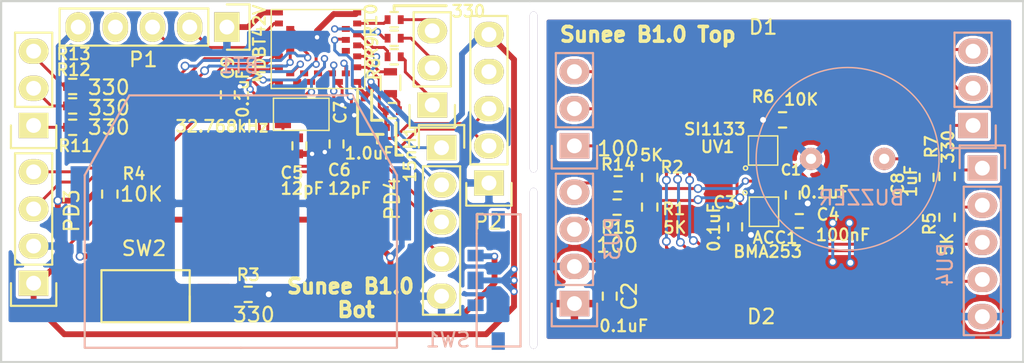
<source format=kicad_pcb>
(kicad_pcb (version 4) (host pcbnew 4.0.2+dfsg1-stable)

  (general
    (links 105)
    (no_connects 0)
    (area 88.069 54.748666 163.8325 83.0786)
    (thickness 1.6)
    (drawings 18)
    (tracks 514)
    (zones 0)
    (modules 49)
    (nets 52)
  )

  (page A4)
  (layers
    (0 F.Cu signal)
    (31 B.Cu signal)
    (32 B.Adhes user)
    (33 F.Adhes user)
    (34 B.Paste user)
    (35 F.Paste user)
    (36 B.SilkS user)
    (37 F.SilkS user)
    (38 B.Mask user)
    (39 F.Mask user)
    (40 Dwgs.User user)
    (41 Cmts.User user)
    (42 Eco1.User user)
    (43 Eco2.User user)
    (44 Edge.Cuts user)
    (45 Margin user)
    (46 B.CrtYd user)
    (47 F.CrtYd user)
    (48 B.Fab user)
    (49 F.Fab user)
  )

  (setup
    (last_trace_width 0.2)
    (trace_clearance 0.16)
    (zone_clearance 0.2)
    (zone_45_only yes)
    (trace_min 0.2)
    (segment_width 0.2)
    (edge_width 0.15)
    (via_size 0.5)
    (via_drill 0.3)
    (via_min_size 0)
    (via_min_drill 0.3)
    (blind_buried_vias_allowed yes)
    (uvia_size 0.3)
    (uvia_drill 0.1)
    (uvias_allowed no)
    (uvia_min_size 0)
    (uvia_min_drill 0.1)
    (pcb_text_width 0.3)
    (pcb_text_size 1.5 1.5)
    (mod_edge_width 0.15)
    (mod_text_size 1 1)
    (mod_text_width 0.15)
    (pad_size 0.5 11)
    (pad_drill 0.5)
    (pad_to_mask_clearance 0.2)
    (aux_axis_origin 0 0)
    (grid_origin 158.6865 65.786)
    (visible_elements 7FFFFFFF)
    (pcbplotparams
      (layerselection 0x010f0_80000001)
      (usegerberextensions false)
      (excludeedgelayer true)
      (linewidth 0.100000)
      (plotframeref false)
      (viasonmask false)
      (mode 1)
      (useauxorigin false)
      (hpglpennumber 1)
      (hpglpenspeed 20)
      (hpglpendiameter 15)
      (hpglpenoverlay 2)
      (psnegative false)
      (psa4output false)
      (plotreference true)
      (plotvalue true)
      (plotinvisibletext false)
      (padsonsilk false)
      (subtractmaskfromsilk true)
      (outputformat 1)
      (mirror false)
      (drillshape 0)
      (scaleselection 1)
      (outputdirectory GERBERS/))
  )

  (net 0 "")
  (net 1 "Net-(1.0uF1-Pad1)")
  (net 2 GND)
  (net 3 "Net-(10uH1-Pad1)")
  (net 4 "Net-(10uH1-Pad2)")
  (net 5 /sensors/SCL_UP)
  (net 6 /sensors/INT_ACC2_UP)
  (net 7 /sensors/INT_ACC1_UP)
  (net 8 /sensors/SDA_UP)
  (net 9 "Net-(BT1-Pad1)")
  (net 10 "Net-(BZ1-Pad1)")
  (net 11 "Net-(C5-Pad1)")
  (net 12 "Net-(C6-Pad1)")
  (net 13 VCC)
  (net 14 "Net-(C8-Pad1)")
  (net 15 /BLE/BLE_RESET)
  (net 16 "Net-(D1-Pad4)")
  (net 17 "Net-(D1-Pad3)")
  (net 18 "Net-(D1-Pad2)")
  (net 19 "Net-(D2-Pad4)")
  (net 20 "Net-(D2-Pad3)")
  (net 21 "Net-(D2-Pad2)")
  (net 22 /BLE/LED1)
  (net 23 /BLE/LED2)
  (net 24 /BLE/LED3)
  (net 25 /BLE/LED4)
  (net 26 /BLE/LED6)
  (net 27 /BLE/LED5)
  (net 28 "Net-(MDBT42V_1-Pad19)")
  (net 29 "Net-(MDBT42V_1-Pad17)")
  (net 30 /BLE/INT_UV)
  (net 31 /BLE/SDA)
  (net 32 /BLE/SCL)
  (net 33 "Net-(MDBT42V_1-Pad4)")
  (net 34 "Net-(MDBT42V_1-Pad2)")
  (net 35 /sensors/INT_UV_UP)
  (net 36 "Net-(R3-Pad1)")
  (net 37 "Net-(R6-Pad1)")
  (net 38 "Net-(LED[1..3]D1-Pad1)")
  (net 39 "Net-(LED[1..3]D1-Pad2)")
  (net 40 "Net-(LED[1..3]D1-Pad3)")
  (net 41 "Net-(LED[4..6]D1-Pad1)")
  (net 42 "Net-(LED[4..6]D1-Pad2)")
  (net 43 "Net-(LED[4..6]D1-Pad3)")
  (net 44 BUZZ_D)
  (net 45 BUZZ_U)
  (net 46 VCC_UP)
  (net 47 GND_UP)
  (net 48 /BLE/INT_ACC1)
  (net 49 /BLE/INT_ACC2)
  (net 50 "Net-(PU3-Pad3)")
  (net 51 "Net-(PU3-Pad4)")

  (net_class Default "This is the default net class."
    (clearance 0.16)
    (trace_width 0.2)
    (via_dia 0.5)
    (via_drill 0.3)
    (uvia_dia 0.3)
    (uvia_drill 0.1)
    (add_net /BLE/BLE_RESET)
    (add_net /BLE/INT_ACC1)
    (add_net /BLE/INT_ACC2)
    (add_net /BLE/INT_UV)
    (add_net /BLE/LED1)
    (add_net /BLE/LED2)
    (add_net /BLE/LED3)
    (add_net /BLE/LED4)
    (add_net /BLE/LED5)
    (add_net /BLE/LED6)
    (add_net /BLE/SCL)
    (add_net /BLE/SDA)
    (add_net /sensors/INT_ACC1_UP)
    (add_net /sensors/INT_ACC2_UP)
    (add_net /sensors/INT_UV_UP)
    (add_net /sensors/SCL_UP)
    (add_net /sensors/SDA_UP)
    (add_net BUZZ_D)
    (add_net BUZZ_U)
    (add_net GND_UP)
    (add_net "Net-(1.0uF1-Pad1)")
    (add_net "Net-(10uH1-Pad1)")
    (add_net "Net-(10uH1-Pad2)")
    (add_net "Net-(BZ1-Pad1)")
    (add_net "Net-(C5-Pad1)")
    (add_net "Net-(C6-Pad1)")
    (add_net "Net-(C8-Pad1)")
    (add_net "Net-(D1-Pad2)")
    (add_net "Net-(D1-Pad3)")
    (add_net "Net-(D1-Pad4)")
    (add_net "Net-(D2-Pad2)")
    (add_net "Net-(D2-Pad3)")
    (add_net "Net-(D2-Pad4)")
    (add_net "Net-(LED[1..3]D1-Pad1)")
    (add_net "Net-(LED[1..3]D1-Pad2)")
    (add_net "Net-(LED[1..3]D1-Pad3)")
    (add_net "Net-(LED[4..6]D1-Pad1)")
    (add_net "Net-(LED[4..6]D1-Pad2)")
    (add_net "Net-(LED[4..6]D1-Pad3)")
    (add_net "Net-(MDBT42V_1-Pad17)")
    (add_net "Net-(MDBT42V_1-Pad19)")
    (add_net "Net-(MDBT42V_1-Pad2)")
    (add_net "Net-(MDBT42V_1-Pad4)")
    (add_net "Net-(PU3-Pad3)")
    (add_net "Net-(PU3-Pad4)")
    (add_net "Net-(R3-Pad1)")
    (add_net "Net-(R6-Pad1)")
    (add_net VCC_UP)
  )

  (net_class POWER ""
    (clearance 0.16)
    (trace_width 0.4)
    (via_dia 0.5)
    (via_drill 0.3)
    (uvia_dia 0.3)
    (uvia_drill 0.1)
    (add_net GND)
    (add_net "Net-(BT1-Pad1)")
    (add_net VCC)
  )

  (module Resistors_SMD:R_0402 (layer F.Cu) (tedit 59C3B789) (tstamp 59B18252)
    (at 98.806 69.723 90)
    (descr "Resistor SMD 0402, reflow soldering, Vishay (see dcrcw.pdf)")
    (tags "resistor 0402")
    (path /59A43647/59A58BA4)
    (attr smd)
    (fp_text reference R4 (at 1.397 1.651 180) (layer F.SilkS)
      (effects (font (size 0.8 0.8) (thickness 0.15)))
    )
    (fp_text value 10K (at 0 2.159 360) (layer F.SilkS)
      (effects (font (size 1 1) (thickness 0.15)))
    )
    (fp_line (start -0.95 -0.65) (end 0.95 -0.65) (layer F.CrtYd) (width 0.05))
    (fp_line (start -0.95 0.65) (end 0.95 0.65) (layer F.CrtYd) (width 0.05))
    (fp_line (start -0.95 -0.65) (end -0.95 0.65) (layer F.CrtYd) (width 0.05))
    (fp_line (start 0.95 -0.65) (end 0.95 0.65) (layer F.CrtYd) (width 0.05))
    (fp_line (start 0.25 -0.525) (end -0.25 -0.525) (layer F.SilkS) (width 0.15))
    (fp_line (start -0.25 0.525) (end 0.25 0.525) (layer F.SilkS) (width 0.15))
    (pad 1 smd rect (at -0.45 0 90) (size 0.4 0.6) (layers F.Cu F.Paste F.Mask)
      (net 15 /BLE/BLE_RESET))
    (pad 2 smd rect (at 0.45 0 90) (size 0.4 0.6) (layers F.Cu F.Paste F.Mask)
      (net 13 VCC))
    (model Resistors_SMD.3dshapes/R_0402.wrl
      (at (xyz 0 0 0))
      (scale (xyz 1 1 1))
      (rotate (xyz 0 0 0))
    )
  )

  (module Capacitors_SMD:C_0402 (layer F.Cu) (tedit 59C41EF1) (tstamp 59B1811E)
    (at 141.5415 71.967 270)
    (descr "Capacitor SMD 0402, reflow soldering, AVX (see smccp.pdf)")
    (tags "capacitor 0402")
    (path /59A4369B/59A5B737)
    (attr smd)
    (fp_text reference C3 (at -1.6725 0.6985 360) (layer F.SilkS)
      (effects (font (size 0.8 0.8) (thickness 0.15)))
    )
    (fp_text value 0.1uF (at 0.042 1.4605 270) (layer F.SilkS)
      (effects (font (size 0.8 0.8) (thickness 0.15)))
    )
    (fp_line (start -1.15 -0.6) (end 1.15 -0.6) (layer F.CrtYd) (width 0.05))
    (fp_line (start -1.15 0.6) (end 1.15 0.6) (layer F.CrtYd) (width 0.05))
    (fp_line (start -1.15 -0.6) (end -1.15 0.6) (layer F.CrtYd) (width 0.05))
    (fp_line (start 1.15 -0.6) (end 1.15 0.6) (layer F.CrtYd) (width 0.05))
    (fp_line (start 0.25 -0.475) (end -0.25 -0.475) (layer F.SilkS) (width 0.15))
    (fp_line (start -0.25 0.475) (end 0.25 0.475) (layer F.SilkS) (width 0.15))
    (pad 1 smd rect (at -0.55 0 270) (size 0.6 0.5) (layers F.Cu F.Paste F.Mask)
      (net 46 VCC_UP))
    (pad 2 smd rect (at 0.55 0 270) (size 0.6 0.5) (layers F.Cu F.Paste F.Mask)
      (net 47 GND_UP))
    (model Capacitors_SMD.3dshapes/C_0402.wrl
      (at (xyz 0 0 0))
      (scale (xyz 1 1 1))
      (rotate (xyz 0 0 0))
    )
  )

  (module PS1240P02CT3:PS1240P02 (layer B.Cu) (tedit 59C3B949) (tstamp 59B180FA)
    (at 149.225 67.31 180)
    (path /59A5D52C/59A5F9D2)
    (fp_text reference BZ1 (at -0.1 -8 180) (layer B.SilkS) hide
      (effects (font (size 1 1) (thickness 0.15)) (justify mirror))
    )
    (fp_text value BUZZER (at -0.9525 -2.667 180) (layer B.SilkS)
      (effects (font (size 1 1) (thickness 0.15)) (justify mirror))
    )
    (fp_circle (center 0 0) (end 6.25 0) (layer B.SilkS) (width 0.1))
    (pad 2 thru_hole circle (at 2.5 0 180) (size 1.524 1.524) (drill 0.7) (layers *.Cu *.Mask B.SilkS)
      (net 47 GND_UP))
    (pad 1 thru_hole circle (at -2.5 0 180) (size 1.524 1.524) (drill 0.7) (layers *.Cu *.Mask B.SilkS)
      (net 10 "Net-(BZ1-Pad1)"))
  )

  (module Socket_Strips:Socket_Strip_Straight_1x03 (layer F.Cu) (tedit 59C3B672) (tstamp 59B1C3D4)
    (at 93.599 65.024 90)
    (descr "Through hole socket strip")
    (tags "socket strip")
    (path /59A5D52C/59B19E9F)
    (fp_text reference LED[4..6]D1 (at 0 -3.81 90) (layer F.SilkS) hide
      (effects (font (size 1 1) (thickness 0.15)))
    )
    (fp_text value CONN_01X03 (at 0 -3.1 90) (layer F.Fab) hide
      (effects (font (size 1 1) (thickness 0.15)))
    )
    (fp_line (start 0 -1.55) (end -1.55 -1.55) (layer F.SilkS) (width 0.15))
    (fp_line (start -1.55 -1.55) (end -1.55 1.55) (layer F.SilkS) (width 0.15))
    (fp_line (start -1.55 1.55) (end 0 1.55) (layer F.SilkS) (width 0.15))
    (fp_line (start -1.75 -1.75) (end -1.75 1.75) (layer F.CrtYd) (width 0.05))
    (fp_line (start 6.85 -1.75) (end 6.85 1.75) (layer F.CrtYd) (width 0.05))
    (fp_line (start -1.75 -1.75) (end 6.85 -1.75) (layer F.CrtYd) (width 0.05))
    (fp_line (start -1.75 1.75) (end 6.85 1.75) (layer F.CrtYd) (width 0.05))
    (fp_line (start 1.27 -1.27) (end 6.35 -1.27) (layer F.SilkS) (width 0.15))
    (fp_line (start 6.35 -1.27) (end 6.35 1.27) (layer F.SilkS) (width 0.15))
    (fp_line (start 6.35 1.27) (end 1.27 1.27) (layer F.SilkS) (width 0.15))
    (fp_line (start 1.27 1.27) (end 1.27 -1.27) (layer F.SilkS) (width 0.15))
    (pad 1 thru_hole rect (at 0 0 90) (size 1.7272 2.032) (drill 1.016) (layers *.Cu *.Mask F.SilkS)
      (net 41 "Net-(LED[4..6]D1-Pad1)"))
    (pad 2 thru_hole oval (at 2.54 0 90) (size 1.7272 2.032) (drill 1.016) (layers *.Cu *.Mask F.SilkS)
      (net 42 "Net-(LED[4..6]D1-Pad2)"))
    (pad 3 thru_hole oval (at 5.08 0 90) (size 1.7272 2.032) (drill 1.016) (layers *.Cu *.Mask F.SilkS)
      (net 43 "Net-(LED[4..6]D1-Pad3)"))
    (model Socket_Strips.3dshapes/Socket_Strip_Straight_1x03.wrl
      (at (xyz 0.1 0 0))
      (scale (xyz 1 1 1))
      (rotate (xyz 0 0 180))
    )
  )

  (module Socket_Strips:Socket_Strip_Straight_1x04 (layer F.Cu) (tedit 59C3B66F) (tstamp 59B1C3F9)
    (at 93.599 75.819 90)
    (descr "Through hole socket strip")
    (tags "socket strip")
    (path /59A4369B/59B077DC)
    (fp_text reference PD3 (at 4.953 2.6035 270) (layer F.SilkS)
      (effects (font (size 1 1) (thickness 0.15)))
    )
    (fp_text value CONN_01X04 (at 0.127 -4.445 90) (layer F.Fab) hide
      (effects (font (size 1 1) (thickness 0.15)))
    )
    (fp_line (start -1.75 -1.75) (end -1.75 1.75) (layer F.CrtYd) (width 0.05))
    (fp_line (start 9.4 -1.75) (end 9.4 1.75) (layer F.CrtYd) (width 0.05))
    (fp_line (start -1.75 -1.75) (end 9.4 -1.75) (layer F.CrtYd) (width 0.05))
    (fp_line (start -1.75 1.75) (end 9.4 1.75) (layer F.CrtYd) (width 0.05))
    (fp_line (start 1.27 -1.27) (end 8.89 -1.27) (layer F.SilkS) (width 0.15))
    (fp_line (start 1.27 1.27) (end 8.89 1.27) (layer F.SilkS) (width 0.15))
    (fp_line (start -1.55 1.55) (end 0 1.55) (layer F.SilkS) (width 0.15))
    (fp_line (start 8.89 -1.27) (end 8.89 1.27) (layer F.SilkS) (width 0.15))
    (fp_line (start 1.27 1.27) (end 1.27 -1.27) (layer F.SilkS) (width 0.15))
    (fp_line (start 0 -1.55) (end -1.55 -1.55) (layer F.SilkS) (width 0.15))
    (fp_line (start -1.55 -1.55) (end -1.55 1.55) (layer F.SilkS) (width 0.15))
    (pad 1 thru_hole rect (at 0 0 90) (size 1.7272 2.032) (drill 1.016) (layers *.Cu *.Mask F.SilkS)
      (net 13 VCC))
    (pad 2 thru_hole oval (at 2.54 0 90) (size 1.7272 2.032) (drill 1.016) (layers *.Cu *.Mask F.SilkS)
      (net 2 GND))
    (pad 3 thru_hole oval (at 5.08 0 90) (size 1.7272 2.032) (drill 1.016) (layers *.Cu *.Mask F.SilkS)
      (net 31 /BLE/SDA))
    (pad 4 thru_hole oval (at 7.62 0 90) (size 1.7272 2.032) (drill 1.016) (layers *.Cu *.Mask F.SilkS)
      (net 32 /BLE/SCL))
    (model Socket_Strips.3dshapes/Socket_Strip_Straight_1x04.wrl
      (at (xyz 0.15 0 0))
      (scale (xyz 1 1 1))
      (rotate (xyz 0 0 180))
    )
  )

  (module Capacitors_SMD:C_0402 (layer F.Cu) (tedit 59C3BFC0) (tstamp 59B180B7)
    (at 117.094 65.151 180)
    (descr "Capacitor SMD 0402, reflow soldering, AVX (see smccp.pdf)")
    (tags "capacitor 0402")
    (path /59A43647/59A57061)
    (attr smd)
    (fp_text reference 1.0uF (at 0.5715 -1.778 180) (layer F.SilkS)
      (effects (font (size 0.8 0.8) (thickness 0.15)))
    )
    (fp_text value C_Small (at 0 1.7 180) (layer F.Fab) hide
      (effects (font (size 1 1) (thickness 0.15)))
    )
    (fp_line (start -1.15 -0.6) (end 1.15 -0.6) (layer F.CrtYd) (width 0.05))
    (fp_line (start -1.15 0.6) (end 1.15 0.6) (layer F.CrtYd) (width 0.05))
    (fp_line (start -1.15 -0.6) (end -1.15 0.6) (layer F.CrtYd) (width 0.05))
    (fp_line (start 1.15 -0.6) (end 1.15 0.6) (layer F.CrtYd) (width 0.05))
    (fp_line (start 0.25 -0.475) (end -0.25 -0.475) (layer F.SilkS) (width 0.15))
    (fp_line (start -0.25 0.475) (end 0.25 0.475) (layer F.SilkS) (width 0.15))
    (pad 1 smd rect (at -0.55 0 180) (size 0.6 0.5) (layers F.Cu F.Paste F.Mask)
      (net 1 "Net-(1.0uF1-Pad1)"))
    (pad 2 smd rect (at 0.55 0 180) (size 0.6 0.5) (layers F.Cu F.Paste F.Mask)
      (net 2 GND))
    (model Capacitors_SMD.3dshapes/C_0402.wrl
      (at (xyz 0 0 0))
      (scale (xyz 1 1 1))
      (rotate (xyz 0 0 0))
    )
  )

  (module Resistors_SMD:R_0603 (layer F.Cu) (tedit 59C3BF3D) (tstamp 59B180C3)
    (at 117.983 62.103 270)
    (descr "Resistor SMD 0603, reflow soldering, Vishay (see dcrcw.pdf)")
    (tags "resistor 0603")
    (path /59A43647/59A56F50)
    (attr smd)
    (fp_text reference 10uH1 (at 0 -1.9 270) (layer F.SilkS) hide
      (effects (font (size 1 1) (thickness 0.15)))
    )
    (fp_text value L_Small (at 0 1.9 270) (layer F.Fab) hide
      (effects (font (size 1 1) (thickness 0.15)))
    )
    (fp_line (start -1.3 -0.8) (end 1.3 -0.8) (layer F.CrtYd) (width 0.05))
    (fp_line (start -1.3 0.8) (end 1.3 0.8) (layer F.CrtYd) (width 0.05))
    (fp_line (start -1.3 -0.8) (end -1.3 0.8) (layer F.CrtYd) (width 0.05))
    (fp_line (start 1.3 -0.8) (end 1.3 0.8) (layer F.CrtYd) (width 0.05))
    (fp_line (start 0.5 0.675) (end -0.5 0.675) (layer F.SilkS) (width 0.15))
    (fp_line (start -0.5 -0.675) (end 0.5 -0.675) (layer F.SilkS) (width 0.15))
    (pad 1 smd rect (at -0.75 0 270) (size 0.5 0.9) (layers F.Cu F.Paste F.Mask)
      (net 3 "Net-(10uH1-Pad1)"))
    (pad 2 smd rect (at 0.75 0 270) (size 0.5 0.9) (layers F.Cu F.Paste F.Mask)
      (net 4 "Net-(10uH1-Pad2)"))
    (model Resistors_SMD.3dshapes/R_0603.wrl
      (at (xyz 0 0 0))
      (scale (xyz 1 1 1))
      (rotate (xyz 0 0 0))
    )
  )

  (module Resistors_SMD:R_0402 (layer F.Cu) (tedit 59D74986) (tstamp 59B180CF)
    (at 118.11 64.008 180)
    (descr "Resistor SMD 0402, reflow soldering, Vishay (see dcrcw.pdf)")
    (tags "resistor 0402")
    (path /59A43647/59A56FB5)
    (attr smd)
    (fp_text reference 15nH1 (at -1.2065 -2.9845 270) (layer F.SilkS)
      (effects (font (size 0.8 0.8) (thickness 0.15)))
    )
    (fp_text value L_Small (at 0 1.8 180) (layer F.Fab) hide
      (effects (font (size 1 1) (thickness 0.15)))
    )
    (fp_line (start -0.95 -0.65) (end 0.95 -0.65) (layer F.CrtYd) (width 0.05))
    (fp_line (start -0.95 0.65) (end 0.95 0.65) (layer F.CrtYd) (width 0.05))
    (fp_line (start -0.95 -0.65) (end -0.95 0.65) (layer F.CrtYd) (width 0.05))
    (fp_line (start 0.95 -0.65) (end 0.95 0.65) (layer F.CrtYd) (width 0.05))
    (fp_line (start 0.25 -0.525) (end -0.25 -0.525) (layer F.SilkS) (width 0.15))
    (fp_line (start -0.25 0.525) (end 0.25 0.525) (layer F.SilkS) (width 0.15))
    (pad 1 smd rect (at -0.45 0 180) (size 0.4 0.6) (layers F.Cu F.Paste F.Mask)
      (net 4 "Net-(10uH1-Pad2)"))
    (pad 2 smd rect (at 0.45 0 180) (size 0.4 0.6) (layers F.Cu F.Paste F.Mask)
      (net 1 "Net-(1.0uF1-Pad1)"))
    (model Resistors_SMD.3dshapes/R_0402.wrl
      (at (xyz 0 0 0))
      (scale (xyz 1 1 1))
      (rotate (xyz 0 0 0))
    )
  )

  (module BMA250E:BMA250E (layer F.Cu) (tedit 59C41F6D) (tstamp 59B180E4)
    (at 143.51 70.9295)
    (path /59A4369B/59A5A90C)
    (fp_text reference ACC1 (at 0.762 1.778) (layer F.SilkS)
      (effects (font (size 0.8 0.8) (thickness 0.15)))
    )
    (fp_text value BMA253 (at 0.254 2.7305) (layer F.SilkS)
      (effects (font (size 0.8 0.8) (thickness 0.15)))
    )
    (fp_circle (center -1.3 -1.3) (end -1.2 -1.4) (layer F.SilkS) (width 0.1))
    (fp_line (start 1 -1) (end 1 1) (layer F.SilkS) (width 0.1))
    (fp_line (start 1 1) (end -1 1) (layer F.SilkS) (width 0.1))
    (fp_line (start -1 1) (end -1 -1) (layer F.SilkS) (width 0.1))
    (fp_line (start -1 -1) (end 1 -1) (layer F.SilkS) (width 0.1))
    (pad 11 smd rect (at 0.25 -0.815) (size 0.28 0.41) (layers F.Cu F.Paste F.Mask)
      (net 46 VCC_UP))
    (pad 12 smd rect (at -0.25 -0.815) (size 0.28 0.41) (layers F.Cu F.Paste F.Mask)
      (net 5 /sensors/SCL_UP))
    (pad 6 smd rect (at 0.25 0.815) (size 0.28 0.41) (layers F.Cu F.Paste F.Mask)
      (net 6 /sensors/INT_ACC2_UP))
    (pad 5 smd rect (at -0.25 0.815) (size 0.28 0.41) (layers F.Cu F.Paste F.Mask)
      (net 7 /sensors/INT_ACC1_UP))
    (pad 1 smd rect (at -0.815 -0.75) (size 0.41 0.28) (layers F.Cu F.Paste F.Mask)
      (net 47 GND_UP))
    (pad 2 smd rect (at -0.815 -0.25) (size 0.41 0.28) (layers F.Cu F.Paste F.Mask)
      (net 8 /sensors/SDA_UP))
    (pad 3 smd rect (at -0.815 0.25) (size 0.41 0.28) (layers F.Cu F.Paste F.Mask)
      (net 46 VCC_UP))
    (pad 4 smd rect (at -0.815 0.75) (size 0.41 0.28) (layers F.Cu F.Paste F.Mask)
      (net 47 GND_UP))
    (pad 7 smd rect (at 0.815 0.75) (size 0.41 0.28) (layers F.Cu F.Paste F.Mask)
      (net 46 VCC_UP))
    (pad 8 smd rect (at 0.815 0.25) (size 0.41 0.28) (layers F.Cu F.Paste F.Mask)
      (net 47 GND_UP))
    (pad 9 smd rect (at 0.815 -0.25) (size 0.41 0.28) (layers F.Cu F.Paste F.Mask)
      (net 47 GND_UP))
    (pad 10 smd rect (at 0.815 -0.75) (size 0.41 0.28) (layers F.Cu F.Paste F.Mask))
  )

  (module Capacitors_SMD:C_0402 (layer F.Cu) (tedit 59C3B9D0) (tstamp 59B18106)
    (at 145.4785 69.7865 270)
    (descr "Capacitor SMD 0402, reflow soldering, AVX (see smccp.pdf)")
    (tags "capacitor 0402")
    (path /59A4369B/59A58AFA)
    (attr smd)
    (fp_text reference C1 (at -1.7145 0.127 540) (layer F.SilkS)
      (effects (font (size 0.7 0.7) (thickness 0.15)))
    )
    (fp_text value 0.1uF (at -0.1905 -2.159 360) (layer F.SilkS)
      (effects (font (size 0.8 0.8) (thickness 0.15)))
    )
    (fp_line (start -1.15 -0.6) (end 1.15 -0.6) (layer F.CrtYd) (width 0.05))
    (fp_line (start -1.15 0.6) (end 1.15 0.6) (layer F.CrtYd) (width 0.05))
    (fp_line (start -1.15 -0.6) (end -1.15 0.6) (layer F.CrtYd) (width 0.05))
    (fp_line (start 1.15 -0.6) (end 1.15 0.6) (layer F.CrtYd) (width 0.05))
    (fp_line (start 0.25 -0.475) (end -0.25 -0.475) (layer F.SilkS) (width 0.15))
    (fp_line (start -0.25 0.475) (end 0.25 0.475) (layer F.SilkS) (width 0.15))
    (pad 1 smd rect (at -0.55 0 270) (size 0.6 0.5) (layers F.Cu F.Paste F.Mask)
      (net 46 VCC_UP))
    (pad 2 smd rect (at 0.55 0 270) (size 0.6 0.5) (layers F.Cu F.Paste F.Mask)
      (net 47 GND_UP))
    (model Capacitors_SMD.3dshapes/C_0402.wrl
      (at (xyz 0 0 0))
      (scale (xyz 1 1 1))
      (rotate (xyz 0 0 0))
    )
  )

  (module Capacitors_SMD:C_0402 (layer F.Cu) (tedit 59C3B8B1) (tstamp 59B18112)
    (at 132.969 76.708 90)
    (descr "Capacitor SMD 0402, reflow soldering, AVX (see smccp.pdf)")
    (tags "capacitor 0402")
    (path /59A4369B/59A6BF87)
    (attr smd)
    (fp_text reference C2 (at 0 1.3335 90) (layer F.SilkS)
      (effects (font (size 1 1) (thickness 0.15)))
    )
    (fp_text value 0.1uF (at -2.032 0.9525 180) (layer F.SilkS)
      (effects (font (size 0.8 0.8) (thickness 0.15)))
    )
    (fp_line (start -1.15 -0.6) (end 1.15 -0.6) (layer F.CrtYd) (width 0.05))
    (fp_line (start -1.15 0.6) (end 1.15 0.6) (layer F.CrtYd) (width 0.05))
    (fp_line (start -1.15 -0.6) (end -1.15 0.6) (layer F.CrtYd) (width 0.05))
    (fp_line (start 1.15 -0.6) (end 1.15 0.6) (layer F.CrtYd) (width 0.05))
    (fp_line (start 0.25 -0.475) (end -0.25 -0.475) (layer F.SilkS) (width 0.15))
    (fp_line (start -0.25 0.475) (end 0.25 0.475) (layer F.SilkS) (width 0.15))
    (pad 1 smd rect (at -0.55 0 90) (size 0.6 0.5) (layers F.Cu F.Paste F.Mask)
      (net 46 VCC_UP))
    (pad 2 smd rect (at 0.55 0 90) (size 0.6 0.5) (layers F.Cu F.Paste F.Mask)
      (net 47 GND_UP))
    (model Capacitors_SMD.3dshapes/C_0402.wrl
      (at (xyz 0 0 0))
      (scale (xyz 1 1 1))
      (rotate (xyz 0 0 0))
    )
  )

  (module Capacitors_SMD:C_0402 (layer F.Cu) (tedit 59C41E1A) (tstamp 59B1812A)
    (at 145.923 71.5645)
    (descr "Capacitor SMD 0402, reflow soldering, AVX (see smccp.pdf)")
    (tags "capacitor 0402")
    (path /59A4369B/59A5D521)
    (attr smd)
    (fp_text reference C4 (at 1.9685 -0.4445) (layer F.SilkS)
      (effects (font (size 0.8 0.8) (thickness 0.15)))
    )
    (fp_text value 100nF (at 2.9845 0.9525) (layer F.SilkS)
      (effects (font (size 0.8 0.8) (thickness 0.15)))
    )
    (fp_line (start -1.15 -0.6) (end 1.15 -0.6) (layer F.CrtYd) (width 0.05))
    (fp_line (start -1.15 0.6) (end 1.15 0.6) (layer F.CrtYd) (width 0.05))
    (fp_line (start -1.15 -0.6) (end -1.15 0.6) (layer F.CrtYd) (width 0.05))
    (fp_line (start 1.15 -0.6) (end 1.15 0.6) (layer F.CrtYd) (width 0.05))
    (fp_line (start 0.25 -0.475) (end -0.25 -0.475) (layer F.SilkS) (width 0.15))
    (fp_line (start -0.25 0.475) (end 0.25 0.475) (layer F.SilkS) (width 0.15))
    (pad 1 smd rect (at -0.55 0) (size 0.6 0.5) (layers F.Cu F.Paste F.Mask)
      (net 46 VCC_UP))
    (pad 2 smd rect (at 0.55 0) (size 0.6 0.5) (layers F.Cu F.Paste F.Mask)
      (net 47 GND_UP))
    (model Capacitors_SMD.3dshapes/C_0402.wrl
      (at (xyz 0 0 0))
      (scale (xyz 1 1 1))
      (rotate (xyz 0 0 0))
    )
  )

  (module Capacitors_SMD:C_0402 (layer F.Cu) (tedit 59C3BF0D) (tstamp 59B18136)
    (at 111.76 66.421 270)
    (descr "Capacitor SMD 0402, reflow soldering, AVX (see smccp.pdf)")
    (tags "capacitor 0402")
    (path /59A43647/59A6B727)
    (attr smd)
    (fp_text reference C5 (at 1.8415 0.508 360) (layer F.SilkS)
      (effects (font (size 0.8 0.8) (thickness 0.15)))
    )
    (fp_text value 12pF (at 2.921 -0.1905 360) (layer F.SilkS)
      (effects (font (size 0.8 0.8) (thickness 0.15)))
    )
    (fp_line (start -1.15 -0.6) (end 1.15 -0.6) (layer F.CrtYd) (width 0.05))
    (fp_line (start -1.15 0.6) (end 1.15 0.6) (layer F.CrtYd) (width 0.05))
    (fp_line (start -1.15 -0.6) (end -1.15 0.6) (layer F.CrtYd) (width 0.05))
    (fp_line (start 1.15 -0.6) (end 1.15 0.6) (layer F.CrtYd) (width 0.05))
    (fp_line (start 0.25 -0.475) (end -0.25 -0.475) (layer F.SilkS) (width 0.15))
    (fp_line (start -0.25 0.475) (end 0.25 0.475) (layer F.SilkS) (width 0.15))
    (pad 1 smd rect (at -0.55 0 270) (size 0.6 0.5) (layers F.Cu F.Paste F.Mask)
      (net 11 "Net-(C5-Pad1)"))
    (pad 2 smd rect (at 0.55 0 270) (size 0.6 0.5) (layers F.Cu F.Paste F.Mask)
      (net 2 GND))
    (model Capacitors_SMD.3dshapes/C_0402.wrl
      (at (xyz 0 0 0))
      (scale (xyz 1 1 1))
      (rotate (xyz 0 0 0))
    )
  )

  (module Capacitors_SMD:C_0402 (layer F.Cu) (tedit 59C3BF1D) (tstamp 59B18142)
    (at 114.3 66.294 270)
    (descr "Capacitor SMD 0402, reflow soldering, AVX (see smccp.pdf)")
    (tags "capacitor 0402")
    (path /59A43647/59A6B778)
    (attr smd)
    (fp_text reference C6 (at 1.778 -0.1905 360) (layer F.SilkS)
      (effects (font (size 0.8 0.8) (thickness 0.15)))
    )
    (fp_text value 12pF (at 3.048 -0.889 360) (layer F.SilkS)
      (effects (font (size 0.8 0.8) (thickness 0.15)))
    )
    (fp_line (start -1.15 -0.6) (end 1.15 -0.6) (layer F.CrtYd) (width 0.05))
    (fp_line (start -1.15 0.6) (end 1.15 0.6) (layer F.CrtYd) (width 0.05))
    (fp_line (start -1.15 -0.6) (end -1.15 0.6) (layer F.CrtYd) (width 0.05))
    (fp_line (start 1.15 -0.6) (end 1.15 0.6) (layer F.CrtYd) (width 0.05))
    (fp_line (start 0.25 -0.475) (end -0.25 -0.475) (layer F.SilkS) (width 0.15))
    (fp_line (start -0.25 0.475) (end 0.25 0.475) (layer F.SilkS) (width 0.15))
    (pad 1 smd rect (at -0.55 0 270) (size 0.6 0.5) (layers F.Cu F.Paste F.Mask)
      (net 12 "Net-(C6-Pad1)"))
    (pad 2 smd rect (at 0.55 0 270) (size 0.6 0.5) (layers F.Cu F.Paste F.Mask)
      (net 2 GND))
    (model Capacitors_SMD.3dshapes/C_0402.wrl
      (at (xyz 0 0 0))
      (scale (xyz 1 1 1))
      (rotate (xyz 0 0 0))
    )
  )

  (module Capacitors_SMD:C_0402 (layer F.Cu) (tedit 59C41E34) (tstamp 59B1814E)
    (at 116.205 63.627 270)
    (descr "Capacitor SMD 0402, reflow soldering, AVX (see smccp.pdf)")
    (tags "capacitor 0402")
    (path /59A43647/59A69C81)
    (attr smd)
    (fp_text reference C7 (at 0.508 1.651 270) (layer F.SilkS)
      (effects (font (size 0.8 0.8) (thickness 0.15)))
    )
    (fp_text value 0.1uF (at 0 1.7 270) (layer F.Fab) hide
      (effects (font (size 1 1) (thickness 0.15)))
    )
    (fp_line (start -1.15 -0.6) (end 1.15 -0.6) (layer F.CrtYd) (width 0.05))
    (fp_line (start -1.15 0.6) (end 1.15 0.6) (layer F.CrtYd) (width 0.05))
    (fp_line (start -1.15 -0.6) (end -1.15 0.6) (layer F.CrtYd) (width 0.05))
    (fp_line (start 1.15 -0.6) (end 1.15 0.6) (layer F.CrtYd) (width 0.05))
    (fp_line (start 0.25 -0.475) (end -0.25 -0.475) (layer F.SilkS) (width 0.15))
    (fp_line (start -0.25 0.475) (end 0.25 0.475) (layer F.SilkS) (width 0.15))
    (pad 1 smd rect (at -0.55 0 270) (size 0.6 0.5) (layers F.Cu F.Paste F.Mask)
      (net 13 VCC))
    (pad 2 smd rect (at 0.55 0 270) (size 0.6 0.5) (layers F.Cu F.Paste F.Mask)
      (net 2 GND))
    (model Capacitors_SMD.3dshapes/C_0402.wrl
      (at (xyz 0 0 0))
      (scale (xyz 1 1 1))
      (rotate (xyz 0 0 0))
    )
  )

  (module Capacitors_SMD:C_0402 (layer F.Cu) (tedit 59C41F5F) (tstamp 59B1815A)
    (at 154.6225 68.58 90)
    (descr "Capacitor SMD 0402, reflow soldering, AVX (see smccp.pdf)")
    (tags "capacitor 0402")
    (path /59A5D52C/59A84B40)
    (attr smd)
    (fp_text reference C8 (at -0.4445 -1.9685 90) (layer F.SilkS)
      (effects (font (size 0.8 0.8) (thickness 0.15)))
    )
    (fp_text value 1uF (at -0.254 -1.0795 90) (layer F.SilkS)
      (effects (font (size 0.8 0.8) (thickness 0.15)))
    )
    (fp_line (start -1.15 -0.6) (end 1.15 -0.6) (layer F.CrtYd) (width 0.05))
    (fp_line (start -1.15 0.6) (end 1.15 0.6) (layer F.CrtYd) (width 0.05))
    (fp_line (start -1.15 -0.6) (end -1.15 0.6) (layer F.CrtYd) (width 0.05))
    (fp_line (start 1.15 -0.6) (end 1.15 0.6) (layer F.CrtYd) (width 0.05))
    (fp_line (start 0.25 -0.475) (end -0.25 -0.475) (layer F.SilkS) (width 0.15))
    (fp_line (start -0.25 0.475) (end 0.25 0.475) (layer F.SilkS) (width 0.15))
    (pad 1 smd rect (at -0.55 0 90) (size 0.6 0.5) (layers F.Cu F.Paste F.Mask)
      (net 14 "Net-(C8-Pad1)"))
    (pad 2 smd rect (at 0.55 0 90) (size 0.6 0.5) (layers F.Cu F.Paste F.Mask)
      (net 10 "Net-(BZ1-Pad1)"))
    (model Capacitors_SMD.3dshapes/C_0402.wrl
      (at (xyz 0 0 0))
      (scale (xyz 1 1 1))
      (rotate (xyz 0 0 0))
    )
  )

  (module Capacitors_SMD:C_0402 (layer F.Cu) (tedit 59C3B7B0) (tstamp 59B18166)
    (at 106.8705 62.9285 270)
    (descr "Capacitor SMD 0402, reflow soldering, AVX (see smccp.pdf)")
    (tags "capacitor 0402")
    (path /59A43647/59B1A58E)
    (attr smd)
    (fp_text reference C9 (at -1.8415 0 270) (layer F.SilkS)
      (effects (font (size 0.8 0.8) (thickness 0.15)))
    )
    (fp_text value 0.1uF (at -0.085 -1.016 270) (layer F.SilkS)
      (effects (font (size 0.8 0.8) (thickness 0.15)))
    )
    (fp_line (start -1.15 -0.6) (end 1.15 -0.6) (layer F.CrtYd) (width 0.05))
    (fp_line (start -1.15 0.6) (end 1.15 0.6) (layer F.CrtYd) (width 0.05))
    (fp_line (start -1.15 -0.6) (end -1.15 0.6) (layer F.CrtYd) (width 0.05))
    (fp_line (start 1.15 -0.6) (end 1.15 0.6) (layer F.CrtYd) (width 0.05))
    (fp_line (start 0.25 -0.475) (end -0.25 -0.475) (layer F.SilkS) (width 0.15))
    (fp_line (start -0.25 0.475) (end 0.25 0.475) (layer F.SilkS) (width 0.15))
    (pad 1 smd rect (at -0.55 0 270) (size 0.6 0.5) (layers F.Cu F.Paste F.Mask)
      (net 15 /BLE/BLE_RESET))
    (pad 2 smd rect (at 0.55 0 270) (size 0.6 0.5) (layers F.Cu F.Paste F.Mask)
      (net 2 GND))
    (model Capacitors_SMD.3dshapes/C_0402.wrl
      (at (xyz 0 0 0))
      (scale (xyz 1 1 1))
      (rotate (xyz 0 0 0))
    )
  )

  (module Socket_Strips:Socket_Strip_Straight_1x05 (layer F.Cu) (tedit 59C3B780) (tstamp 59B181C2)
    (at 106.807 58.293 180)
    (descr "Through hole socket strip")
    (tags "socket strip")
    (path /59A43647/59B1DD34)
    (fp_text reference P1 (at 5.715 -2.2225 180) (layer F.SilkS)
      (effects (font (size 1 1) (thickness 0.15)))
    )
    (fp_text value CONN_01X05 (at 0 -3.1 180) (layer F.Fab) hide
      (effects (font (size 1 1) (thickness 0.15)))
    )
    (fp_line (start -1.75 -1.75) (end -1.75 1.75) (layer F.CrtYd) (width 0.05))
    (fp_line (start 11.95 -1.75) (end 11.95 1.75) (layer F.CrtYd) (width 0.05))
    (fp_line (start -1.75 -1.75) (end 11.95 -1.75) (layer F.CrtYd) (width 0.05))
    (fp_line (start -1.75 1.75) (end 11.95 1.75) (layer F.CrtYd) (width 0.05))
    (fp_line (start 1.27 1.27) (end 11.43 1.27) (layer F.SilkS) (width 0.15))
    (fp_line (start 11.43 1.27) (end 11.43 -1.27) (layer F.SilkS) (width 0.15))
    (fp_line (start 11.43 -1.27) (end 1.27 -1.27) (layer F.SilkS) (width 0.15))
    (fp_line (start -1.55 1.55) (end 0 1.55) (layer F.SilkS) (width 0.15))
    (fp_line (start 1.27 1.27) (end 1.27 -1.27) (layer F.SilkS) (width 0.15))
    (fp_line (start 0 -1.55) (end -1.55 -1.55) (layer F.SilkS) (width 0.15))
    (fp_line (start -1.55 -1.55) (end -1.55 1.55) (layer F.SilkS) (width 0.15))
    (pad 1 thru_hole rect (at 0 0 180) (size 1.7272 2.032) (drill 1.016) (layers *.Cu *.Mask F.SilkS)
      (net 2 GND))
    (pad 2 thru_hole oval (at 2.54 0 180) (size 1.7272 2.032) (drill 1.016) (layers *.Cu *.Mask F.SilkS)
      (net 34 "Net-(MDBT42V_1-Pad2)"))
    (pad 3 thru_hole oval (at 5.08 0 180) (size 1.7272 2.032) (drill 1.016) (layers *.Cu *.Mask F.SilkS)
      (net 33 "Net-(MDBT42V_1-Pad4)"))
    (pad 4 thru_hole oval (at 7.62 0 180) (size 1.7272 2.032) (drill 1.016) (layers *.Cu *.Mask F.SilkS))
    (pad 5 thru_hole oval (at 10.16 0 180) (size 1.7272 2.032) (drill 1.016) (layers *.Cu *.Mask F.SilkS)
      (net 13 VCC))
    (model Socket_Strips.3dshapes/Socket_Strip_Straight_1x05.wrl
      (at (xyz 0.2 0 0))
      (scale (xyz 1 1 1))
      (rotate (xyz 0 0 180))
    )
  )

  (module Socket_Strips:Socket_Strip_Straight_1x05 (layer F.Cu) (tedit 59C3BF58) (tstamp 59B181D6)
    (at 124.714 68.961 90)
    (descr "Through hole socket strip")
    (tags "socket strip")
    (path /59A43647/59B1E1D3)
    (fp_text reference P2 (at -2.667 -0.0635 180) (layer F.SilkS)
      (effects (font (size 1 1) (thickness 0.15)))
    )
    (fp_text value CONN_01X05 (at 0 -3.1 90) (layer F.Fab) hide
      (effects (font (size 1 1) (thickness 0.15)))
    )
    (fp_line (start -1.75 -1.75) (end -1.75 1.75) (layer F.CrtYd) (width 0.05))
    (fp_line (start 11.95 -1.75) (end 11.95 1.75) (layer F.CrtYd) (width 0.05))
    (fp_line (start -1.75 -1.75) (end 11.95 -1.75) (layer F.CrtYd) (width 0.05))
    (fp_line (start -1.75 1.75) (end 11.95 1.75) (layer F.CrtYd) (width 0.05))
    (fp_line (start 1.27 1.27) (end 11.43 1.27) (layer F.SilkS) (width 0.15))
    (fp_line (start 11.43 1.27) (end 11.43 -1.27) (layer F.SilkS) (width 0.15))
    (fp_line (start 11.43 -1.27) (end 1.27 -1.27) (layer F.SilkS) (width 0.15))
    (fp_line (start -1.55 1.55) (end 0 1.55) (layer F.SilkS) (width 0.15))
    (fp_line (start 1.27 1.27) (end 1.27 -1.27) (layer F.SilkS) (width 0.15))
    (fp_line (start 0 -1.55) (end -1.55 -1.55) (layer F.SilkS) (width 0.15))
    (fp_line (start -1.55 -1.55) (end -1.55 1.55) (layer F.SilkS) (width 0.15))
    (pad 1 thru_hole rect (at 0 0 90) (size 1.7272 2.032) (drill 1.016) (layers *.Cu *.Mask F.SilkS)
      (net 2 GND))
    (pad 2 thru_hole oval (at 2.54 0 90) (size 1.7272 2.032) (drill 1.016) (layers *.Cu *.Mask F.SilkS)
      (net 29 "Net-(MDBT42V_1-Pad17)"))
    (pad 3 thru_hole oval (at 5.08 0 90) (size 1.7272 2.032) (drill 1.016) (layers *.Cu *.Mask F.SilkS)
      (net 28 "Net-(MDBT42V_1-Pad19)"))
    (pad 4 thru_hole oval (at 7.62 0 90) (size 1.7272 2.032) (drill 1.016) (layers *.Cu *.Mask F.SilkS))
    (pad 5 thru_hole oval (at 10.16 0 90) (size 1.7272 2.032) (drill 1.016) (layers *.Cu *.Mask F.SilkS)
      (net 13 VCC))
    (model Socket_Strips.3dshapes/Socket_Strip_Straight_1x05.wrl
      (at (xyz 0.2 0 0))
      (scale (xyz 1 1 1))
      (rotate (xyz 0 0 180))
    )
  )

  (module Resistors_SMD:R_0402 (layer F.Cu) (tedit 59C41E22) (tstamp 59B1822E)
    (at 135.6995 70.612 90)
    (descr "Resistor SMD 0402, reflow soldering, Vishay (see dcrcw.pdf)")
    (tags "resistor 0402")
    (path /59A4369B/59A7FC01)
    (attr smd)
    (fp_text reference R1 (at -0.127 1.651 180) (layer F.SilkS)
      (effects (font (size 0.8 0.8) (thickness 0.15)))
    )
    (fp_text value 5K (at -1.397 1.7145 180) (layer F.SilkS)
      (effects (font (size 0.8 0.8) (thickness 0.15)))
    )
    (fp_line (start -0.95 -0.65) (end 0.95 -0.65) (layer F.CrtYd) (width 0.05))
    (fp_line (start -0.95 0.65) (end 0.95 0.65) (layer F.CrtYd) (width 0.05))
    (fp_line (start -0.95 -0.65) (end -0.95 0.65) (layer F.CrtYd) (width 0.05))
    (fp_line (start 0.95 -0.65) (end 0.95 0.65) (layer F.CrtYd) (width 0.05))
    (fp_line (start 0.25 -0.525) (end -0.25 -0.525) (layer F.SilkS) (width 0.15))
    (fp_line (start -0.25 0.525) (end 0.25 0.525) (layer F.SilkS) (width 0.15))
    (pad 1 smd rect (at -0.45 0 90) (size 0.4 0.6) (layers F.Cu F.Paste F.Mask)
      (net 46 VCC_UP))
    (pad 2 smd rect (at 0.45 0 90) (size 0.4 0.6) (layers F.Cu F.Paste F.Mask)
      (net 8 /sensors/SDA_UP))
    (model Resistors_SMD.3dshapes/R_0402.wrl
      (at (xyz 0 0 0))
      (scale (xyz 1 1 1))
      (rotate (xyz 0 0 0))
    )
  )

  (module Resistors_SMD:R_0402 (layer F.Cu) (tedit 59C41E2C) (tstamp 59B1823A)
    (at 135.6995 68.58 270)
    (descr "Resistor SMD 0402, reflow soldering, Vishay (see dcrcw.pdf)")
    (tags "resistor 0402")
    (path /59A4369B/59A7FCB1)
    (attr smd)
    (fp_text reference R2 (at -0.6985 -1.524 360) (layer F.SilkS)
      (effects (font (size 0.8 0.8) (thickness 0.15)))
    )
    (fp_text value 5K (at -1.524 -0.127 360) (layer F.SilkS)
      (effects (font (size 0.8 0.8) (thickness 0.15)))
    )
    (fp_line (start -0.95 -0.65) (end 0.95 -0.65) (layer F.CrtYd) (width 0.05))
    (fp_line (start -0.95 0.65) (end 0.95 0.65) (layer F.CrtYd) (width 0.05))
    (fp_line (start -0.95 -0.65) (end -0.95 0.65) (layer F.CrtYd) (width 0.05))
    (fp_line (start 0.95 -0.65) (end 0.95 0.65) (layer F.CrtYd) (width 0.05))
    (fp_line (start 0.25 -0.525) (end -0.25 -0.525) (layer F.SilkS) (width 0.15))
    (fp_line (start -0.25 0.525) (end 0.25 0.525) (layer F.SilkS) (width 0.15))
    (pad 1 smd rect (at -0.45 0 270) (size 0.4 0.6) (layers F.Cu F.Paste F.Mask)
      (net 46 VCC_UP))
    (pad 2 smd rect (at 0.45 0 270) (size 0.4 0.6) (layers F.Cu F.Paste F.Mask)
      (net 5 /sensors/SCL_UP))
    (model Resistors_SMD.3dshapes/R_0402.wrl
      (at (xyz 0 0 0))
      (scale (xyz 1 1 1))
      (rotate (xyz 0 0 0))
    )
  )

  (module Resistors_SMD:R_0402 (layer F.Cu) (tedit 59C3B74F) (tstamp 59B18246)
    (at 108.262 76.581)
    (descr "Resistor SMD 0402, reflow soldering, Vishay (see dcrcw.pdf)")
    (tags "resistor 0402")
    (path /59A43647/59A58475)
    (attr smd)
    (fp_text reference R3 (at 0.0055 -1.3335) (layer F.SilkS)
      (effects (font (size 0.8 0.8) (thickness 0.15)))
    )
    (fp_text value 330 (at 0.3865 1.397) (layer F.SilkS)
      (effects (font (size 1 1) (thickness 0.15)))
    )
    (fp_line (start -0.95 -0.65) (end 0.95 -0.65) (layer F.CrtYd) (width 0.05))
    (fp_line (start -0.95 0.65) (end 0.95 0.65) (layer F.CrtYd) (width 0.05))
    (fp_line (start -0.95 -0.65) (end -0.95 0.65) (layer F.CrtYd) (width 0.05))
    (fp_line (start 0.95 -0.65) (end 0.95 0.65) (layer F.CrtYd) (width 0.05))
    (fp_line (start 0.25 -0.525) (end -0.25 -0.525) (layer F.SilkS) (width 0.15))
    (fp_line (start -0.25 0.525) (end 0.25 0.525) (layer F.SilkS) (width 0.15))
    (pad 1 smd rect (at -0.45 0) (size 0.4 0.6) (layers F.Cu F.Paste F.Mask)
      (net 36 "Net-(R3-Pad1)"))
    (pad 2 smd rect (at 0.45 0) (size 0.4 0.6) (layers F.Cu F.Paste F.Mask)
      (net 2 GND))
    (model Resistors_SMD.3dshapes/R_0402.wrl
      (at (xyz 0 0 0))
      (scale (xyz 1 1 1))
      (rotate (xyz 0 0 0))
    )
  )

  (module Resistors_SMD:R_0402 (layer F.Cu) (tedit 59C41F50) (tstamp 59B1825E)
    (at 156.0195 71.3105 90)
    (descr "Resistor SMD 0402, reflow soldering, Vishay (see dcrcw.pdf)")
    (tags "resistor 0402")
    (path /59A4369B/59A58552)
    (attr smd)
    (fp_text reference R5 (at -0.4445 -1.2065 90) (layer F.SilkS)
      (effects (font (size 0.8 0.8) (thickness 0.15)))
    )
    (fp_text value 5K (at -1.8415 0 90) (layer F.SilkS)
      (effects (font (size 0.8 0.8) (thickness 0.15)))
    )
    (fp_line (start -0.95 -0.65) (end 0.95 -0.65) (layer F.CrtYd) (width 0.05))
    (fp_line (start -0.95 0.65) (end 0.95 0.65) (layer F.CrtYd) (width 0.05))
    (fp_line (start -0.95 -0.65) (end -0.95 0.65) (layer F.CrtYd) (width 0.05))
    (fp_line (start 0.95 -0.65) (end 0.95 0.65) (layer F.CrtYd) (width 0.05))
    (fp_line (start 0.25 -0.525) (end -0.25 -0.525) (layer F.SilkS) (width 0.15))
    (fp_line (start -0.25 0.525) (end 0.25 0.525) (layer F.SilkS) (width 0.15))
    (pad 1 smd rect (at -0.45 0 90) (size 0.4 0.6) (layers F.Cu F.Paste F.Mask)
      (net 46 VCC_UP))
    (pad 2 smd rect (at 0.45 0 90) (size 0.4 0.6) (layers F.Cu F.Paste F.Mask)
      (net 35 /sensors/INT_UV_UP))
    (model Resistors_SMD.3dshapes/R_0402.wrl
      (at (xyz 0 0 0))
      (scale (xyz 1 1 1))
      (rotate (xyz 0 0 0))
    )
  )

  (module Resistors_SMD:R_0402 (layer F.Cu) (tedit 59C41E85) (tstamp 59B1826A)
    (at 144.78 64.643)
    (descr "Resistor SMD 0402, reflow soldering, Vishay (see dcrcw.pdf)")
    (tags "resistor 0402")
    (path /59A4369B/59A5946B)
    (attr smd)
    (fp_text reference R6 (at -1.3335 -1.5875) (layer F.SilkS)
      (effects (font (size 0.8 0.8) (thickness 0.15)))
    )
    (fp_text value 10K (at 1.27 -1.397) (layer F.SilkS)
      (effects (font (size 0.8 0.8) (thickness 0.15)))
    )
    (fp_line (start -0.95 -0.65) (end 0.95 -0.65) (layer F.CrtYd) (width 0.05))
    (fp_line (start -0.95 0.65) (end 0.95 0.65) (layer F.CrtYd) (width 0.05))
    (fp_line (start -0.95 -0.65) (end -0.95 0.65) (layer F.CrtYd) (width 0.05))
    (fp_line (start 0.95 -0.65) (end 0.95 0.65) (layer F.CrtYd) (width 0.05))
    (fp_line (start 0.25 -0.525) (end -0.25 -0.525) (layer F.SilkS) (width 0.15))
    (fp_line (start -0.25 0.525) (end 0.25 0.525) (layer F.SilkS) (width 0.15))
    (pad 1 smd rect (at -0.45 0) (size 0.4 0.6) (layers F.Cu F.Paste F.Mask)
      (net 37 "Net-(R6-Pad1)"))
    (pad 2 smd rect (at 0.45 0) (size 0.4 0.6) (layers F.Cu F.Paste F.Mask)
      (net 46 VCC_UP))
    (model Resistors_SMD.3dshapes/R_0402.wrl
      (at (xyz 0 0 0))
      (scale (xyz 1 1 1))
      (rotate (xyz 0 0 0))
    )
  )

  (module Resistors_SMD:R_0402 (layer F.Cu) (tedit 59C41F55) (tstamp 59B18276)
    (at 156.0195 68.5165 270)
    (descr "Resistor SMD 0402, reflow soldering, Vishay (see dcrcw.pdf)")
    (tags "resistor 0402")
    (path /59A5D52C/59A6096F)
    (attr smd)
    (fp_text reference R7 (at -2.032 1.0795 270) (layer F.SilkS)
      (effects (font (size 0.8 0.8) (thickness 0.15)))
    )
    (fp_text value 330 (at -2.032 -0.0635 270) (layer F.SilkS)
      (effects (font (size 0.8 0.8) (thickness 0.15)))
    )
    (fp_line (start -0.95 -0.65) (end 0.95 -0.65) (layer F.CrtYd) (width 0.05))
    (fp_line (start -0.95 0.65) (end 0.95 0.65) (layer F.CrtYd) (width 0.05))
    (fp_line (start -0.95 -0.65) (end -0.95 0.65) (layer F.CrtYd) (width 0.05))
    (fp_line (start 0.95 -0.65) (end 0.95 0.65) (layer F.CrtYd) (width 0.05))
    (fp_line (start 0.25 -0.525) (end -0.25 -0.525) (layer F.SilkS) (width 0.15))
    (fp_line (start -0.25 0.525) (end 0.25 0.525) (layer F.SilkS) (width 0.15))
    (pad 1 smd rect (at -0.45 0 270) (size 0.4 0.6) (layers F.Cu F.Paste F.Mask)
      (net 45 BUZZ_U))
    (pad 2 smd rect (at 0.45 0 270) (size 0.4 0.6) (layers F.Cu F.Paste F.Mask)
      (net 14 "Net-(C8-Pad1)"))
    (model Resistors_SMD.3dshapes/R_0402.wrl
      (at (xyz 0 0 0))
      (scale (xyz 1 1 1))
      (rotate (xyz 0 0 0))
    )
  )

  (module Resistors_SMD:R_0402 (layer F.Cu) (tedit 59C41E52) (tstamp 59B18282)
    (at 118.237 60.325)
    (descr "Resistor SMD 0402, reflow soldering, Vishay (see dcrcw.pdf)")
    (tags "resistor 0402")
    (path /59A5D52C/59A5DAC4)
    (attr smd)
    (fp_text reference R8 (at -1.397 0.8255 90) (layer F.SilkS)
      (effects (font (size 0.8 0.8) (thickness 0.15)))
    )
    (fp_text value 330 (at 0 1.8) (layer F.Fab) hide
      (effects (font (size 1 1) (thickness 0.15)))
    )
    (fp_line (start -0.95 -0.65) (end 0.95 -0.65) (layer F.CrtYd) (width 0.05))
    (fp_line (start -0.95 0.65) (end 0.95 0.65) (layer F.CrtYd) (width 0.05))
    (fp_line (start -0.95 -0.65) (end -0.95 0.65) (layer F.CrtYd) (width 0.05))
    (fp_line (start 0.95 -0.65) (end 0.95 0.65) (layer F.CrtYd) (width 0.05))
    (fp_line (start 0.25 -0.525) (end -0.25 -0.525) (layer F.SilkS) (width 0.15))
    (fp_line (start -0.25 0.525) (end 0.25 0.525) (layer F.SilkS) (width 0.15))
    (pad 1 smd rect (at -0.45 0) (size 0.4 0.6) (layers F.Cu F.Paste F.Mask)
      (net 22 /BLE/LED1))
    (pad 2 smd rect (at 0.45 0) (size 0.4 0.6) (layers F.Cu F.Paste F.Mask)
      (net 38 "Net-(LED[1..3]D1-Pad1)"))
    (model Resistors_SMD.3dshapes/R_0402.wrl
      (at (xyz 0 0 0))
      (scale (xyz 1 1 1))
      (rotate (xyz 0 0 0))
    )
  )

  (module Resistors_SMD:R_0402 (layer F.Cu) (tedit 59C41E4D) (tstamp 59B1828E)
    (at 118.237 59.055)
    (descr "Resistor SMD 0402, reflow soldering, Vishay (see dcrcw.pdf)")
    (tags "resistor 0402")
    (path /59A5D52C/59A5DB19)
    (attr smd)
    (fp_text reference R9 (at -1.524 0.635 90) (layer F.SilkS)
      (effects (font (size 0.8 0.8) (thickness 0.15)))
    )
    (fp_text value 330 (at 2.286 0) (layer F.Fab) hide
      (effects (font (size 1 1) (thickness 0.15)))
    )
    (fp_line (start -0.95 -0.65) (end 0.95 -0.65) (layer F.CrtYd) (width 0.05))
    (fp_line (start -0.95 0.65) (end 0.95 0.65) (layer F.CrtYd) (width 0.05))
    (fp_line (start -0.95 -0.65) (end -0.95 0.65) (layer F.CrtYd) (width 0.05))
    (fp_line (start 0.95 -0.65) (end 0.95 0.65) (layer F.CrtYd) (width 0.05))
    (fp_line (start 0.25 -0.525) (end -0.25 -0.525) (layer F.SilkS) (width 0.15))
    (fp_line (start -0.25 0.525) (end 0.25 0.525) (layer F.SilkS) (width 0.15))
    (pad 1 smd rect (at -0.45 0) (size 0.4 0.6) (layers F.Cu F.Paste F.Mask)
      (net 23 /BLE/LED2))
    (pad 2 smd rect (at 0.45 0) (size 0.4 0.6) (layers F.Cu F.Paste F.Mask)
      (net 39 "Net-(LED[1..3]D1-Pad2)"))
    (model Resistors_SMD.3dshapes/R_0402.wrl
      (at (xyz 0 0 0))
      (scale (xyz 1 1 1))
      (rotate (xyz 0 0 0))
    )
  )

  (module Resistors_SMD:R_0402 (layer F.Cu) (tedit 59C41E49) (tstamp 59B1829A)
    (at 118.237 57.785)
    (descr "Resistor SMD 0402, reflow soldering, Vishay (see dcrcw.pdf)")
    (tags "resistor 0402")
    (path /59A5D52C/59A5DB52)
    (attr smd)
    (fp_text reference R10 (at -1.5875 0.0635 90) (layer F.SilkS)
      (effects (font (size 0.8 0.8) (thickness 0.15)))
    )
    (fp_text value 330 (at 5.08 -0.5715) (layer F.SilkS)
      (effects (font (size 0.8 0.8) (thickness 0.15)))
    )
    (fp_line (start -0.95 -0.65) (end 0.95 -0.65) (layer F.CrtYd) (width 0.05))
    (fp_line (start -0.95 0.65) (end 0.95 0.65) (layer F.CrtYd) (width 0.05))
    (fp_line (start -0.95 -0.65) (end -0.95 0.65) (layer F.CrtYd) (width 0.05))
    (fp_line (start 0.95 -0.65) (end 0.95 0.65) (layer F.CrtYd) (width 0.05))
    (fp_line (start 0.25 -0.525) (end -0.25 -0.525) (layer F.SilkS) (width 0.15))
    (fp_line (start -0.25 0.525) (end 0.25 0.525) (layer F.SilkS) (width 0.15))
    (pad 1 smd rect (at -0.45 0) (size 0.4 0.6) (layers F.Cu F.Paste F.Mask)
      (net 24 /BLE/LED3))
    (pad 2 smd rect (at 0.45 0) (size 0.4 0.6) (layers F.Cu F.Paste F.Mask)
      (net 40 "Net-(LED[1..3]D1-Pad3)"))
    (model Resistors_SMD.3dshapes/R_0402.wrl
      (at (xyz 0 0 0))
      (scale (xyz 1 1 1))
      (rotate (xyz 0 0 0))
    )
  )

  (module Resistors_SMD:R_0402 (layer F.Cu) (tedit 59C3B76C) (tstamp 59B182A6)
    (at 96.266 65.151 180)
    (descr "Resistor SMD 0402, reflow soldering, Vishay (see dcrcw.pdf)")
    (tags "resistor 0402")
    (path /59A5D52C/59A5DB6F)
    (attr smd)
    (fp_text reference R11 (at -0.1905 -1.27 180) (layer F.SilkS)
      (effects (font (size 0.8 0.8) (thickness 0.15)))
    )
    (fp_text value 330 (at -2.482 1.3335 180) (layer F.SilkS)
      (effects (font (size 1 1) (thickness 0.15)))
    )
    (fp_line (start -0.95 -0.65) (end 0.95 -0.65) (layer F.CrtYd) (width 0.05))
    (fp_line (start -0.95 0.65) (end 0.95 0.65) (layer F.CrtYd) (width 0.05))
    (fp_line (start -0.95 -0.65) (end -0.95 0.65) (layer F.CrtYd) (width 0.05))
    (fp_line (start 0.95 -0.65) (end 0.95 0.65) (layer F.CrtYd) (width 0.05))
    (fp_line (start 0.25 -0.525) (end -0.25 -0.525) (layer F.SilkS) (width 0.15))
    (fp_line (start -0.25 0.525) (end 0.25 0.525) (layer F.SilkS) (width 0.15))
    (pad 1 smd rect (at -0.45 0 180) (size 0.4 0.6) (layers F.Cu F.Paste F.Mask)
      (net 25 /BLE/LED4))
    (pad 2 smd rect (at 0.45 0 180) (size 0.4 0.6) (layers F.Cu F.Paste F.Mask)
      (net 41 "Net-(LED[4..6]D1-Pad1)"))
    (model Resistors_SMD.3dshapes/R_0402.wrl
      (at (xyz 0 0 0))
      (scale (xyz 1 1 1))
      (rotate (xyz 0 0 0))
    )
  )

  (module Resistors_SMD:R_0402 (layer F.Cu) (tedit 59C3B770) (tstamp 59B182B2)
    (at 96.266 63.6905 180)
    (descr "Resistor SMD 0402, reflow soldering, Vishay (see dcrcw.pdf)")
    (tags "resistor 0402")
    (path /59A5D52C/59A5DB92)
    (attr smd)
    (fp_text reference R12 (at -0.0635 2.4765 180) (layer F.SilkS)
      (effects (font (size 0.8 0.8) (thickness 0.15)))
    )
    (fp_text value 330 (at -2.471 -1.4605 180) (layer F.SilkS)
      (effects (font (size 1 1) (thickness 0.15)))
    )
    (fp_line (start -0.95 -0.65) (end 0.95 -0.65) (layer F.CrtYd) (width 0.05))
    (fp_line (start -0.95 0.65) (end 0.95 0.65) (layer F.CrtYd) (width 0.05))
    (fp_line (start -0.95 -0.65) (end -0.95 0.65) (layer F.CrtYd) (width 0.05))
    (fp_line (start 0.95 -0.65) (end 0.95 0.65) (layer F.CrtYd) (width 0.05))
    (fp_line (start 0.25 -0.525) (end -0.25 -0.525) (layer F.SilkS) (width 0.15))
    (fp_line (start -0.25 0.525) (end 0.25 0.525) (layer F.SilkS) (width 0.15))
    (pad 1 smd rect (at -0.45 0 180) (size 0.4 0.6) (layers F.Cu F.Paste F.Mask)
      (net 27 /BLE/LED5))
    (pad 2 smd rect (at 0.45 0 180) (size 0.4 0.6) (layers F.Cu F.Paste F.Mask)
      (net 42 "Net-(LED[4..6]D1-Pad2)"))
    (model Resistors_SMD.3dshapes/R_0402.wrl
      (at (xyz 0 0 0))
      (scale (xyz 1 1 1))
      (rotate (xyz 0 0 0))
    )
  )

  (module Resistors_SMD:R_0402 (layer F.Cu) (tedit 59C3B766) (tstamp 59B182BE)
    (at 96.266 62.357 180)
    (descr "Resistor SMD 0402, reflow soldering, Vishay (see dcrcw.pdf)")
    (tags "resistor 0402")
    (path /59A5D52C/59A5DBBB)
    (attr smd)
    (fp_text reference R13 (at -0.0635 2.2225 180) (layer F.SilkS)
      (effects (font (size 0.8 0.8) (thickness 0.15)))
    )
    (fp_text value 330 (at -2.471 -0.0635 180) (layer F.SilkS)
      (effects (font (size 1 1) (thickness 0.15)))
    )
    (fp_line (start -0.95 -0.65) (end 0.95 -0.65) (layer F.CrtYd) (width 0.05))
    (fp_line (start -0.95 0.65) (end 0.95 0.65) (layer F.CrtYd) (width 0.05))
    (fp_line (start -0.95 -0.65) (end -0.95 0.65) (layer F.CrtYd) (width 0.05))
    (fp_line (start 0.95 -0.65) (end 0.95 0.65) (layer F.CrtYd) (width 0.05))
    (fp_line (start 0.25 -0.525) (end -0.25 -0.525) (layer F.SilkS) (width 0.15))
    (fp_line (start -0.25 0.525) (end 0.25 0.525) (layer F.SilkS) (width 0.15))
    (pad 1 smd rect (at -0.45 0 180) (size 0.4 0.6) (layers F.Cu F.Paste F.Mask)
      (net 26 /BLE/LED6))
    (pad 2 smd rect (at 0.45 0 180) (size 0.4 0.6) (layers F.Cu F.Paste F.Mask)
      (net 43 "Net-(LED[4..6]D1-Pad3)"))
    (model Resistors_SMD.3dshapes/R_0402.wrl
      (at (xyz 0 0 0))
      (scale (xyz 1 1 1))
      (rotate (xyz 0 0 0))
    )
  )

  (module FSMSM:FSMSM (layer F.Cu) (tedit 59C3B675) (tstamp 59B182D8)
    (at 101.346 76.6445 180)
    (path /59A43647/59A578FC)
    (fp_text reference SW2 (at 0.2032 3.2051 180) (layer F.SilkS)
      (effects (font (size 1 1) (thickness 0.15)))
    )
    (fp_text value SW_PUSH (at 0.0889 -2.9638 180) (layer F.Fab) hide
      (effects (font (size 1 1) (thickness 0.15)))
    )
    (fp_line (start -2.8575 1.7145) (end 3.1115 1.7145) (layer F.SilkS) (width 0.15))
    (fp_line (start -2.921 -1.8415) (end 3.1115 -1.8415) (layer F.SilkS) (width 0.15))
    (fp_line (start 3.1115 1.7145) (end 3.1115 -1.8415) (layer F.SilkS) (width 0.15))
    (fp_line (start -2.921 -0.0635) (end -2.921 -1.8415) (layer F.SilkS) (width 0.15))
    (fp_line (start -2.921 -1.8415) (end -2.921 1.7145) (layer F.SilkS) (width 0.15))
    (pad 1 smd rect (at -4.5466 -0.0254 180) (size 2.18 1.6) (layers F.Cu F.Paste F.Mask)
      (net 36 "Net-(R3-Pad1)"))
    (pad 2 smd rect (at 4.699 0 180) (size 2.18 1.6) (layers F.Cu F.Paste F.Mask)
      (net 15 /BLE/BLE_RESET))
  )

  (module K135:K135 (layer F.Cu) (tedit 59C16554) (tstamp 59B182F7)
    (at 111.887 64.262)
    (path /59A43647/59A6B5DD)
    (fp_text reference Y1 (at 0 2) (layer F.SilkS)
      (effects (font (size 0 0) (thickness 0.15)))
    )
    (fp_text value "32.768 kHz" (at 0 -2) (layer F.Fab)
      (effects (font (size 0 0) (thickness 0.15)))
    )
    (fp_text user " 32.768kHz" (at -5.715 0.8255) (layer F.SilkS)
      (effects (font (size 0.8 0.8) (thickness 0.15)))
    )
    (fp_line (start 1.9 1.1) (end -1.9 1.1) (layer F.SilkS) (width 0.1))
    (fp_line (start -1.9 1.1) (end -1.9 -1.1) (layer F.SilkS) (width 0.1))
    (fp_line (start 1.9 1.1) (end 1.9 1) (layer F.SilkS) (width 0.1))
    (fp_line (start -1.9 -1.1) (end 1.9 -1.1) (layer F.SilkS) (width 0.1))
    (fp_line (start 1.9 -1.1) (end 1.9 1) (layer F.SilkS) (width 0.1))
    (pad 2 smd rect (at 1.25 0) (size 1.1 1.9) (layers F.Cu F.Paste F.Mask)
      (net 12 "Net-(C6-Pad1)"))
    (pad 1 smd rect (at -1.25 0) (size 1.1 1.9) (layers F.Cu F.Paste F.Mask)
      (net 11 "Net-(C5-Pad1)"))
  )

  (module Socket_Strips:Socket_Strip_Straight_1x03 (layer F.Cu) (tedit 59C3BF5C) (tstamp 59B1C3B0)
    (at 120.8405 63.627 90)
    (descr "Through hole socket strip")
    (tags "socket strip")
    (path /59A5D52C/59B19548)
    (fp_text reference LED[1..3]D1 (at 0.635 5.715 90) (layer F.SilkS) hide
      (effects (font (size 1 1) (thickness 0.15)))
    )
    (fp_text value CONN_01X03 (at 3.81 8.89 90) (layer F.Fab) hide
      (effects (font (size 1 1) (thickness 0.15)))
    )
    (fp_line (start 0 -1.55) (end -1.55 -1.55) (layer F.SilkS) (width 0.15))
    (fp_line (start -1.55 -1.55) (end -1.55 1.55) (layer F.SilkS) (width 0.15))
    (fp_line (start -1.55 1.55) (end 0 1.55) (layer F.SilkS) (width 0.15))
    (fp_line (start -1.75 -1.75) (end -1.75 1.75) (layer F.CrtYd) (width 0.05))
    (fp_line (start 6.85 -1.75) (end 6.85 1.75) (layer F.CrtYd) (width 0.05))
    (fp_line (start -1.75 -1.75) (end 6.85 -1.75) (layer F.CrtYd) (width 0.05))
    (fp_line (start -1.75 1.75) (end 6.85 1.75) (layer F.CrtYd) (width 0.05))
    (fp_line (start 1.27 -1.27) (end 6.35 -1.27) (layer F.SilkS) (width 0.15))
    (fp_line (start 6.35 -1.27) (end 6.35 1.27) (layer F.SilkS) (width 0.15))
    (fp_line (start 6.35 1.27) (end 1.27 1.27) (layer F.SilkS) (width 0.15))
    (fp_line (start 1.27 1.27) (end 1.27 -1.27) (layer F.SilkS) (width 0.15))
    (pad 1 thru_hole rect (at 0 0 90) (size 1.7272 2.032) (drill 1.016) (layers *.Cu *.Mask F.SilkS)
      (net 38 "Net-(LED[1..3]D1-Pad1)"))
    (pad 2 thru_hole oval (at 2.54 0 90) (size 1.7272 2.032) (drill 1.016) (layers *.Cu *.Mask F.SilkS)
      (net 39 "Net-(LED[1..3]D1-Pad2)"))
    (pad 3 thru_hole oval (at 5.08 0 90) (size 1.7272 2.032) (drill 1.016) (layers *.Cu *.Mask F.SilkS)
      (net 40 "Net-(LED[1..3]D1-Pad3)"))
    (model Socket_Strips.3dshapes/Socket_Strip_Straight_1x03.wrl
      (at (xyz 0.1 0 0))
      (scale (xyz 1 1 1))
      (rotate (xyz 0 0 180))
    )
  )

  (module Socket_Strips:Socket_Strip_Straight_1x03 (layer B.Cu) (tedit 59C3BF64) (tstamp 59B1C3C2)
    (at 157.7975 65.024 90)
    (descr "Through hole socket strip")
    (tags "socket strip")
    (path /59A5D52C/59B19747)
    (fp_text reference LED[1..3]U1 (at 0 5.1 90) (layer B.SilkS) hide
      (effects (font (size 1 1) (thickness 0.15)) (justify mirror))
    )
    (fp_text value CONN_01X03 (at 0 3.1 90) (layer B.Fab) hide
      (effects (font (size 1 1) (thickness 0.15)) (justify mirror))
    )
    (fp_line (start 0 1.55) (end -1.55 1.55) (layer B.SilkS) (width 0.15))
    (fp_line (start -1.55 1.55) (end -1.55 -1.55) (layer B.SilkS) (width 0.15))
    (fp_line (start -1.55 -1.55) (end 0 -1.55) (layer B.SilkS) (width 0.15))
    (fp_line (start -1.75 1.75) (end -1.75 -1.75) (layer B.CrtYd) (width 0.05))
    (fp_line (start 6.85 1.75) (end 6.85 -1.75) (layer B.CrtYd) (width 0.05))
    (fp_line (start -1.75 1.75) (end 6.85 1.75) (layer B.CrtYd) (width 0.05))
    (fp_line (start -1.75 -1.75) (end 6.85 -1.75) (layer B.CrtYd) (width 0.05))
    (fp_line (start 1.27 1.27) (end 6.35 1.27) (layer B.SilkS) (width 0.15))
    (fp_line (start 6.35 1.27) (end 6.35 -1.27) (layer B.SilkS) (width 0.15))
    (fp_line (start 6.35 -1.27) (end 1.27 -1.27) (layer B.SilkS) (width 0.15))
    (fp_line (start 1.27 -1.27) (end 1.27 1.27) (layer B.SilkS) (width 0.15))
    (pad 1 thru_hole rect (at 0 0 90) (size 1.7272 2.032) (drill 1.016) (layers *.Cu *.Mask B.SilkS)
      (net 16 "Net-(D1-Pad4)"))
    (pad 2 thru_hole oval (at 2.54 0 90) (size 1.7272 2.032) (drill 1.016) (layers *.Cu *.Mask B.SilkS)
      (net 17 "Net-(D1-Pad3)"))
    (pad 3 thru_hole oval (at 5.08 0 90) (size 1.7272 2.032) (drill 1.016) (layers *.Cu *.Mask B.SilkS)
      (net 18 "Net-(D1-Pad2)"))
    (model Socket_Strips.3dshapes/Socket_Strip_Straight_1x03.wrl
      (at (xyz 0.1 0 0))
      (scale (xyz 1 1 1))
      (rotate (xyz 0 0 180))
    )
  )

  (module Socket_Strips:Socket_Strip_Straight_1x03 (layer B.Cu) (tedit 59C3B8FF) (tstamp 59B1C3E6)
    (at 130.556 66.421 90)
    (descr "Through hole socket strip")
    (tags "socket strip")
    (path /59A5D52C/59B19EA5)
    (fp_text reference LED[4..6]U1 (at 0 5.1 90) (layer B.SilkS) hide
      (effects (font (size 1 1) (thickness 0.15)) (justify mirror))
    )
    (fp_text value CONN_01X03 (at 0 3.1 90) (layer B.Fab) hide
      (effects (font (size 1 1) (thickness 0.15)) (justify mirror))
    )
    (fp_line (start 0 1.55) (end -1.55 1.55) (layer B.SilkS) (width 0.15))
    (fp_line (start -1.55 1.55) (end -1.55 -1.55) (layer B.SilkS) (width 0.15))
    (fp_line (start -1.55 -1.55) (end 0 -1.55) (layer B.SilkS) (width 0.15))
    (fp_line (start -1.75 1.75) (end -1.75 -1.75) (layer B.CrtYd) (width 0.05))
    (fp_line (start 6.85 1.75) (end 6.85 -1.75) (layer B.CrtYd) (width 0.05))
    (fp_line (start -1.75 1.75) (end 6.85 1.75) (layer B.CrtYd) (width 0.05))
    (fp_line (start -1.75 -1.75) (end 6.85 -1.75) (layer B.CrtYd) (width 0.05))
    (fp_line (start 1.27 1.27) (end 6.35 1.27) (layer B.SilkS) (width 0.15))
    (fp_line (start 6.35 1.27) (end 6.35 -1.27) (layer B.SilkS) (width 0.15))
    (fp_line (start 6.35 -1.27) (end 1.27 -1.27) (layer B.SilkS) (width 0.15))
    (fp_line (start 1.27 -1.27) (end 1.27 1.27) (layer B.SilkS) (width 0.15))
    (pad 1 thru_hole rect (at 0 0 90) (size 1.7272 2.032) (drill 1.016) (layers *.Cu *.Mask B.SilkS)
      (net 19 "Net-(D2-Pad4)"))
    (pad 2 thru_hole oval (at 2.54 0 90) (size 1.7272 2.032) (drill 1.016) (layers *.Cu *.Mask B.SilkS)
      (net 20 "Net-(D2-Pad3)"))
    (pad 3 thru_hole oval (at 5.08 0 90) (size 1.7272 2.032) (drill 1.016) (layers *.Cu *.Mask B.SilkS)
      (net 21 "Net-(D2-Pad2)"))
    (model Socket_Strips.3dshapes/Socket_Strip_Straight_1x03.wrl
      (at (xyz 0.1 0 0))
      (scale (xyz 1 1 1))
      (rotate (xyz 0 0 180))
    )
  )

  (module Socket_Strips:Socket_Strip_Straight_1x04 (layer B.Cu) (tedit 59C3B8A1) (tstamp 59B1C41F)
    (at 130.556 77.216 90)
    (descr "Through hole socket strip")
    (tags "socket strip")
    (path /59A4369B/59B0733A)
    (fp_text reference PU3 (at 4.445 2.6035 90) (layer B.SilkS)
      (effects (font (size 1 1) (thickness 0.15)) (justify mirror))
    )
    (fp_text value CONN_01X04 (at 0 3.1 90) (layer B.Fab) hide
      (effects (font (size 1 1) (thickness 0.15)) (justify mirror))
    )
    (fp_line (start -1.75 1.75) (end -1.75 -1.75) (layer B.CrtYd) (width 0.05))
    (fp_line (start 9.4 1.75) (end 9.4 -1.75) (layer B.CrtYd) (width 0.05))
    (fp_line (start -1.75 1.75) (end 9.4 1.75) (layer B.CrtYd) (width 0.05))
    (fp_line (start -1.75 -1.75) (end 9.4 -1.75) (layer B.CrtYd) (width 0.05))
    (fp_line (start 1.27 1.27) (end 8.89 1.27) (layer B.SilkS) (width 0.15))
    (fp_line (start 1.27 -1.27) (end 8.89 -1.27) (layer B.SilkS) (width 0.15))
    (fp_line (start -1.55 -1.55) (end 0 -1.55) (layer B.SilkS) (width 0.15))
    (fp_line (start 8.89 1.27) (end 8.89 -1.27) (layer B.SilkS) (width 0.15))
    (fp_line (start 1.27 -1.27) (end 1.27 1.27) (layer B.SilkS) (width 0.15))
    (fp_line (start 0 1.55) (end -1.55 1.55) (layer B.SilkS) (width 0.15))
    (fp_line (start -1.55 1.55) (end -1.55 -1.55) (layer B.SilkS) (width 0.15))
    (pad 1 thru_hole rect (at 0 0 90) (size 1.7272 2.032) (drill 1.016) (layers *.Cu *.Mask B.SilkS)
      (net 46 VCC_UP))
    (pad 2 thru_hole oval (at 2.54 0 90) (size 1.7272 2.032) (drill 1.016) (layers *.Cu *.Mask B.SilkS)
      (net 47 GND_UP))
    (pad 3 thru_hole oval (at 5.08 0 90) (size 1.7272 2.032) (drill 1.016) (layers *.Cu *.Mask B.SilkS)
      (net 50 "Net-(PU3-Pad3)"))
    (pad 4 thru_hole oval (at 7.62 0 90) (size 1.7272 2.032) (drill 1.016) (layers *.Cu *.Mask B.SilkS)
      (net 51 "Net-(PU3-Pad4)"))
    (model Socket_Strips.3dshapes/Socket_Strip_Straight_1x04.wrl
      (at (xyz 0.15 0 0))
      (scale (xyz 1 1 1))
      (rotate (xyz 0 0 180))
    )
  )

  (module ASMB-MTB0-0A3A2:ASMB-MTB0-0A3A2 (layer F.Cu) (tedit 59C3B913) (tstamp 59B93BE8)
    (at 143.4465 60.579 270)
    (path /59A5D52C/59A5D950)
    (fp_text reference D1 (at -2.286 0 540) (layer F.SilkS)
      (effects (font (size 1 1) (thickness 0.15)))
    )
    (fp_text value LED[1..3] (at 0 3.3 270) (layer F.Fab) hide
      (effects (font (size 1 1) (thickness 0.15)))
    )
    (pad 1 smd rect (at -0.75 1.33 270) (size 0.7 1) (layers F.Cu F.Paste F.Mask)
      (net 46 VCC_UP))
    (pad 2 smd rect (at -0.75 -1.33 270) (size 0.7 1) (layers F.Cu F.Paste F.Mask)
      (net 18 "Net-(D1-Pad2)"))
    (pad 3 smd rect (at 0.75 -1.33 270) (size 0.7 1) (layers F.Cu F.Paste F.Mask)
      (net 17 "Net-(D1-Pad3)"))
    (pad 4 smd rect (at 0.75 1.33 270) (size 0.7 1) (layers F.Cu F.Paste F.Mask)
      (net 16 "Net-(D1-Pad4)"))
  )

  (module ASMB-MTB0-0A3A2:ASMB-MTB0-0A3A2 (layer F.Cu) (tedit 59C41E7F) (tstamp 59B93BEF)
    (at 143.4465 75.819 270)
    (path /59A5D52C/59A5DA10)
    (fp_text reference D2 (at 2.286 0.127 360) (layer F.SilkS)
      (effects (font (size 1 1) (thickness 0.15)))
    )
    (fp_text value LED[4..6] (at 0 3.3 270) (layer F.Fab) hide
      (effects (font (size 1 1) (thickness 0.15)))
    )
    (pad 1 smd rect (at -0.75 1.33 270) (size 0.7 1) (layers F.Cu F.Paste F.Mask)
      (net 46 VCC_UP))
    (pad 2 smd rect (at -0.75 -1.33 270) (size 0.7 1) (layers F.Cu F.Paste F.Mask)
      (net 21 "Net-(D2-Pad2)"))
    (pad 3 smd rect (at 0.75 -1.33 270) (size 0.7 1) (layers F.Cu F.Paste F.Mask)
      (net 20 "Net-(D2-Pad3)"))
    (pad 4 smd rect (at 0.75 1.33 270) (size 0.7 1) (layers F.Cu F.Paste F.Mask)
      (net 19 "Net-(D2-Pad4)"))
  )

  (module Socket_Strips:Socket_Strip_Straight_1x05 (layer F.Cu) (tedit 59C3BEF3) (tstamp 59C00488)
    (at 121.4755 66.548 270)
    (descr "Through hole socket strip")
    (tags "socket strip")
    (path /59A4369B/59BFE4A2)
    (fp_text reference PD4 (at 3.4925 3.3655 450) (layer F.SilkS)
      (effects (font (size 1 1) (thickness 0.15)))
    )
    (fp_text value CONN_01X05 (at 0 -3.1 270) (layer F.Fab) hide
      (effects (font (size 1 1) (thickness 0.15)))
    )
    (fp_line (start -1.75 -1.75) (end -1.75 1.75) (layer F.CrtYd) (width 0.05))
    (fp_line (start 11.95 -1.75) (end 11.95 1.75) (layer F.CrtYd) (width 0.05))
    (fp_line (start -1.75 -1.75) (end 11.95 -1.75) (layer F.CrtYd) (width 0.05))
    (fp_line (start -1.75 1.75) (end 11.95 1.75) (layer F.CrtYd) (width 0.05))
    (fp_line (start 1.27 1.27) (end 11.43 1.27) (layer F.SilkS) (width 0.15))
    (fp_line (start 11.43 1.27) (end 11.43 -1.27) (layer F.SilkS) (width 0.15))
    (fp_line (start 11.43 -1.27) (end 1.27 -1.27) (layer F.SilkS) (width 0.15))
    (fp_line (start -1.55 1.55) (end 0 1.55) (layer F.SilkS) (width 0.15))
    (fp_line (start 1.27 1.27) (end 1.27 -1.27) (layer F.SilkS) (width 0.15))
    (fp_line (start 0 -1.55) (end -1.55 -1.55) (layer F.SilkS) (width 0.15))
    (fp_line (start -1.55 -1.55) (end -1.55 1.55) (layer F.SilkS) (width 0.15))
    (pad 1 thru_hole rect (at 0 0 270) (size 1.7272 2.032) (drill 1.016) (layers *.Cu *.Mask F.SilkS)
      (net 44 BUZZ_D))
    (pad 2 thru_hole oval (at 2.54 0 270) (size 1.7272 2.032) (drill 1.016) (layers *.Cu *.Mask F.SilkS)
      (net 30 /BLE/INT_UV))
    (pad 3 thru_hole oval (at 5.08 0 270) (size 1.7272 2.032) (drill 1.016) (layers *.Cu *.Mask F.SilkS)
      (net 49 /BLE/INT_ACC2))
    (pad 4 thru_hole oval (at 7.62 0 270) (size 1.7272 2.032) (drill 1.016) (layers *.Cu *.Mask F.SilkS)
      (net 48 /BLE/INT_ACC1))
    (pad 5 thru_hole oval (at 10.16 0 270) (size 1.7272 2.032) (drill 1.016) (layers *.Cu *.Mask F.SilkS)
      (net 2 GND))
    (model Socket_Strips.3dshapes/Socket_Strip_Straight_1x05.wrl
      (at (xyz 0.2 0 0))
      (scale (xyz 1 1 1))
      (rotate (xyz 0 0 180))
    )
  )

  (module Socket_Strips:Socket_Strip_Straight_1x05 (layer B.Cu) (tedit 59C3BF67) (tstamp 59C00491)
    (at 158.4325 67.945 270)
    (descr "Through hole socket strip")
    (tags "socket strip")
    (path /59A4369B/59BFE5E7)
    (fp_text reference PU4 (at 6.604 2.54 450) (layer B.SilkS)
      (effects (font (size 1 1) (thickness 0.15)) (justify mirror))
    )
    (fp_text value CONN_01X05 (at 0 3.1 270) (layer B.Fab) hide
      (effects (font (size 1 1) (thickness 0.15)) (justify mirror))
    )
    (fp_line (start -1.75 1.75) (end -1.75 -1.75) (layer B.CrtYd) (width 0.05))
    (fp_line (start 11.95 1.75) (end 11.95 -1.75) (layer B.CrtYd) (width 0.05))
    (fp_line (start -1.75 1.75) (end 11.95 1.75) (layer B.CrtYd) (width 0.05))
    (fp_line (start -1.75 -1.75) (end 11.95 -1.75) (layer B.CrtYd) (width 0.05))
    (fp_line (start 1.27 -1.27) (end 11.43 -1.27) (layer B.SilkS) (width 0.15))
    (fp_line (start 11.43 -1.27) (end 11.43 1.27) (layer B.SilkS) (width 0.15))
    (fp_line (start 11.43 1.27) (end 1.27 1.27) (layer B.SilkS) (width 0.15))
    (fp_line (start -1.55 -1.55) (end 0 -1.55) (layer B.SilkS) (width 0.15))
    (fp_line (start 1.27 -1.27) (end 1.27 1.27) (layer B.SilkS) (width 0.15))
    (fp_line (start 0 1.55) (end -1.55 1.55) (layer B.SilkS) (width 0.15))
    (fp_line (start -1.55 1.55) (end -1.55 -1.55) (layer B.SilkS) (width 0.15))
    (pad 1 thru_hole rect (at 0 0 270) (size 1.7272 2.032) (drill 1.016) (layers *.Cu *.Mask B.SilkS)
      (net 45 BUZZ_U))
    (pad 2 thru_hole oval (at 2.54 0 270) (size 1.7272 2.032) (drill 1.016) (layers *.Cu *.Mask B.SilkS)
      (net 35 /sensors/INT_UV_UP))
    (pad 3 thru_hole oval (at 5.08 0 270) (size 1.7272 2.032) (drill 1.016) (layers *.Cu *.Mask B.SilkS)
      (net 6 /sensors/INT_ACC2_UP))
    (pad 4 thru_hole oval (at 7.62 0 270) (size 1.7272 2.032) (drill 1.016) (layers *.Cu *.Mask B.SilkS)
      (net 7 /sensors/INT_ACC1_UP))
    (pad 5 thru_hole oval (at 10.16 0 270) (size 1.7272 2.032) (drill 1.016) (layers *.Cu *.Mask B.SilkS)
      (net 47 GND_UP))
    (model Socket_Strips.3dshapes/Socket_Strip_Straight_1x05.wrl
      (at (xyz 0.2 0 0))
      (scale (xyz 1 1 1))
      (rotate (xyz 0 0 180))
    )
  )

  (module Resistors_SMD:R_0402 (layer F.Cu) (tedit 59C41EE5) (tstamp 59C00497)
    (at 133.5405 69.0245)
    (descr "Resistor SMD 0402, reflow soldering, Vishay (see dcrcw.pdf)")
    (tags "resistor 0402")
    (path /59A4369B/59C00AFB)
    (attr smd)
    (fp_text reference R14 (at 0 -1.3335) (layer F.SilkS)
      (effects (font (size 0.8 0.8) (thickness 0.15)))
    )
    (fp_text value 100 (at 0 -2.413) (layer F.SilkS)
      (effects (font (size 1 1) (thickness 0.15)))
    )
    (fp_line (start -0.95 -0.65) (end 0.95 -0.65) (layer F.CrtYd) (width 0.05))
    (fp_line (start -0.95 0.65) (end 0.95 0.65) (layer F.CrtYd) (width 0.05))
    (fp_line (start -0.95 -0.65) (end -0.95 0.65) (layer F.CrtYd) (width 0.05))
    (fp_line (start 0.95 -0.65) (end 0.95 0.65) (layer F.CrtYd) (width 0.05))
    (fp_line (start 0.25 -0.525) (end -0.25 -0.525) (layer F.SilkS) (width 0.15))
    (fp_line (start -0.25 0.525) (end 0.25 0.525) (layer F.SilkS) (width 0.15))
    (pad 1 smd rect (at -0.45 0) (size 0.4 0.6) (layers F.Cu F.Paste F.Mask)
      (net 51 "Net-(PU3-Pad4)"))
    (pad 2 smd rect (at 0.45 0) (size 0.4 0.6) (layers F.Cu F.Paste F.Mask)
      (net 5 /sensors/SCL_UP))
    (model Resistors_SMD.3dshapes/R_0402.wrl
      (at (xyz 0 0 0))
      (scale (xyz 1 1 1))
      (rotate (xyz 0 0 0))
    )
  )

  (module Resistors_SMD:R_0402 (layer F.Cu) (tedit 59C41E27) (tstamp 59C0049D)
    (at 133.4715 70.612)
    (descr "Resistor SMD 0402, reflow soldering, Vishay (see dcrcw.pdf)")
    (tags "resistor 0402")
    (path /59A4369B/59C00B5B)
    (attr smd)
    (fp_text reference R15 (at 0.069 1.397) (layer F.SilkS)
      (effects (font (size 0.8 0.8) (thickness 0.15)))
    )
    (fp_text value 100 (at 0.0055 2.6035) (layer F.SilkS)
      (effects (font (size 1 1) (thickness 0.15)))
    )
    (fp_line (start -0.95 -0.65) (end 0.95 -0.65) (layer F.CrtYd) (width 0.05))
    (fp_line (start -0.95 0.65) (end 0.95 0.65) (layer F.CrtYd) (width 0.05))
    (fp_line (start -0.95 -0.65) (end -0.95 0.65) (layer F.CrtYd) (width 0.05))
    (fp_line (start 0.95 -0.65) (end 0.95 0.65) (layer F.CrtYd) (width 0.05))
    (fp_line (start 0.25 -0.525) (end -0.25 -0.525) (layer F.SilkS) (width 0.15))
    (fp_line (start -0.25 0.525) (end 0.25 0.525) (layer F.SilkS) (width 0.15))
    (pad 1 smd rect (at -0.45 0) (size 0.4 0.6) (layers F.Cu F.Paste F.Mask)
      (net 50 "Net-(PU3-Pad3)"))
    (pad 2 smd rect (at 0.45 0) (size 0.4 0.6) (layers F.Cu F.Paste F.Mask)
      (net 8 /sensors/SDA_UP))
    (model Resistors_SMD.3dshapes/R_0402.wrl
      (at (xyz 0 0 0))
      (scale (xyz 1 1 1))
      (rotate (xyz 0 0 0))
    )
  )

  (module "Mech Cutouts:11mm" (layer F.Cu) (tedit 59D74891) (tstamp 59C0216B)
    (at 127.762 62.738)
    (path /59C02445)
    (fp_text reference M1 (at -1.3 -0.5 270) (layer F.SilkS) hide
      (effects (font (size 1 1) (thickness 0.15)))
    )
    (fp_text value Mech_Cutout (at 1.3 0 90) (layer F.Fab) hide
      (effects (font (size 1 1) (thickness 0.15)))
    )
    (pad 1 thru_hole oval (at 0 0) (size 0.5 11) (drill oval 0.5 11) (layers *.Cu *.Mask))
  )

  (module "Mech Cutouts:11mm" (layer F.Cu) (tedit 59C01A58) (tstamp 59C0216F)
    (at 127.762 74.803)
    (path /59C0255E)
    (fp_text reference M2 (at -1.3 -0.5 270) (layer F.SilkS) hide
      (effects (font (size 1 1) (thickness 0.15)))
    )
    (fp_text value Mech_Cutout (at 1.3 0 90) (layer F.Fab) hide
      (effects (font (size 1 1) (thickness 0.15)))
    )
    (pad 1 thru_hole oval (at 0 0) (size 0.5 11) (drill oval 0.5 11) (layers *.Cu *.Mask))
  )

  (module SI1133:SI1133 (layer F.Cu) (tedit 59C41F78) (tstamp 59C166C3)
    (at 142.5005 66.741 90)
    (path /59A4369B/59A570CD)
    (fp_text reference UV1 (at 0.2565 -2.1655 180) (layer F.SilkS)
      (effects (font (size 0.8 0.8) (thickness 0.15)))
    )
    (fp_text value SI1133 (at 1.463 -2.356 180) (layer F.SilkS)
      (effects (font (size 0.8 0.8) (thickness 0.15)))
    )
    (fp_circle (center -1.2 -0.25) (end -1.1 -0.35) (layer F.SilkS) (width 0.1))
    (fp_line (start -1 -0.05) (end 1 -0.05) (layer F.SilkS) (width 0.1))
    (fp_line (start 1 -0.05) (end 1 1.95) (layer F.SilkS) (width 0.1))
    (fp_line (start 1 1.95) (end -1 1.95) (layer F.SilkS) (width 0.1))
    (fp_line (start -1 1.95) (end -1 -0.05) (layer F.SilkS) (width 0.1))
    (pad 9 smd rect (at 0.95 0.2 90) (size 0.8 0.3) (layers F.Cu F.Paste F.Mask)
      (net 37 "Net-(R6-Pad1)"))
    (pad 8 smd rect (at 0.95 0.7 90) (size 0.8 0.3) (layers F.Cu F.Paste F.Mask)
      (net 47 GND_UP))
    (pad 7 smd rect (at 0.95 1.2 90) (size 0.8 0.3) (layers F.Cu F.Paste F.Mask)
      (net 37 "Net-(R6-Pad1)"))
    (pad 6 smd rect (at 0.95 1.7 90) (size 0.8 0.3) (layers F.Cu F.Paste F.Mask)
      (net 37 "Net-(R6-Pad1)"))
    (pad 4 smd rect (at -0.95 1.7 90) (size 0.8 0.3) (layers F.Cu F.Paste F.Mask)
      (net 35 /sensors/INT_UV_UP))
    (pad 3 smd rect (at -0.95 1.2 90) (size 0.8 0.3) (layers F.Cu F.Paste F.Mask)
      (net 46 VCC_UP))
    (pad 2 smd rect (at -0.95 0.7 90) (size 0.8 0.3) (layers F.Cu F.Paste F.Mask)
      (net 5 /sensors/SCL_UP))
    (pad 1 smd rect (at -0.95 0.2 90) (size 0.8 0.3) (layers F.Cu F.Paste F.Mask)
      (net 8 /sensors/SDA_UP))
    (pad 5 smd rect (at 0 1.9 90) (size 0.3 0.8) (layers F.Cu F.Paste F.Mask))
    (pad 10 smd rect (at 0 0 90) (size 0.3 0.8) (layers F.Cu F.Paste F.Mask))
  )

  (module 3030:3034 (layer B.Cu) (tedit 59CE8637) (tstamp 59B3EB03)
    (at 107.7595 62.9666)
    (path /59B17FFF)
    (fp_text reference BT1 (at -0.127 -2.032) (layer B.SilkS)
      (effects (font (size 1 1) (thickness 0.15)) (justify mirror))
    )
    (fp_text value Battery (at 0 19.177) (layer B.Fab) hide
      (effects (font (size 1 1) (thickness 0.15)) (justify mirror))
    )
    (fp_line (start 10.668 5.461) (end 7.62 0) (layer B.SilkS) (width 0.15))
    (fp_line (start 10.668 17.272) (end 10.668 5.461) (layer B.SilkS) (width 0.15))
    (fp_line (start -10.668 17.272) (end -10.668 5.461) (layer B.SilkS) (width 0.15))
    (fp_line (start -10.668 5.461) (end -7.62 0) (layer B.SilkS) (width 0.15))
    (fp_line (start 0 17.272) (end 10.6045 17.272) (layer B.SilkS) (width 0.15))
    (fp_line (start -10.6045 17.272) (end 0 17.272) (layer B.SilkS) (width 0.15))
    (fp_line (start -7.62 0) (end 0 0) (layer B.SilkS) (width 0.15))
    (fp_line (start 0 0) (end 7.62 0) (layer B.SilkS) (width 0.15))
    (pad 1 smd rect (at 10.9982 7.3914) (size 1.27 5.08) (layers B.Cu B.Paste B.Mask)
      (net 9 "Net-(BT1-Pad1)"))
    (pad 1 smd rect (at -10.9982 7.3914) (size 1.27 5.08) (layers B.Cu B.Paste B.Mask)
      (net 9 "Net-(BT1-Pad1)"))
    (pad 2 smd rect (at 0 7.3914) (size 8 10) (layers B.Cu B.Paste B.Mask)
      (net 2 GND))
  )

  (module DPDT:DPDT (layer B.Cu) (tedit 59CC0EE3) (tstamp 59B182CD)
    (at 125.349 75.6285 270)
    (path /59A906BB)
    (fp_text reference SW1 (at 4.064 3.429 360) (layer B.SilkS)
      (effects (font (size 1 1) (thickness 0.15)) (justify mirror))
    )
    (fp_text value Power (at 0.127 5.961 270) (layer B.Fab) hide
      (effects (font (size 1 1) (thickness 0.15)) (justify mirror))
    )
    (fp_line (start 4.5212 1.4732) (end 4.5212 -1.524) (layer B.SilkS) (width 0.15))
    (fp_line (start 4.5212 -1.524) (end -4.5212 -1.524) (layer B.SilkS) (width 0.15))
    (fp_line (start -4.5212 1.4732) (end -4.5212 -1.524) (layer B.SilkS) (width 0.15))
    (fp_line (start -3.2004 1.4732) (end 4.5212 1.4732) (layer B.SilkS) (width 0.15))
    (fp_line (start -3.2004 1.4732) (end -4.5212 1.4732) (layer B.SilkS) (width 0.15))
    (pad 1 smd rect (at -1.7 1.55 270) (size 0.8 1.1) (layers B.Cu B.Paste B.Mask)
      (net 9 "Net-(BT1-Pad1)"))
    (pad 2 smd rect (at 0 1.55 270) (size 1.2 1.1) (layers B.Cu B.Paste B.Mask)
      (net 13 VCC))
    (pad 0 smd rect (at -4.15 0 270) (size 1.2 0.9) (layers B.Cu B.Paste B.Mask))
    (pad 0 smd rect (at 4.15 0 270) (size 1.2 0.9) (layers B.Cu B.Paste B.Mask))
    (pad 3 smd rect (at 1.7 1.55 270) (size 0.8 1.1) (layers B.Cu B.Paste B.Mask))
  )

  (module MDBT42V:MDBT42V_NO_SILK_ANT (layer F.Cu) (tedit 59CE97D0) (tstamp 59B181AE)
    (at 109.835 62.495)
    (path /59A43647/59A49511)
    (fp_text reference MDBT42V_1 (at -0.6785 -2.3605 90) (layer F.SilkS) hide
      (effects (font (size 0.8 0.8) (thickness 0.15)))
    )
    (fp_text value MDBT42V (at -0.8055 -3.059 90) (layer F.SilkS)
      (effects (font (size 0.8 0.8) (thickness 0.15)))
    )
    (fp_line (start 0 -5.4) (end 6.4 -5.4) (layer F.SilkS) (width 0.1))
    (fp_line (start 6.4 -5.4) (end 6.4 0) (layer F.SilkS) (width 0.1))
    (fp_line (start 6.4 0) (end 0 0) (layer F.SilkS) (width 0.1))
    (fp_line (start 0 0) (end 0 -5.4) (layer F.SilkS) (width 0.1))
    (pad 29 smd rect (at 5.875 -5.2) (size 0.55 0.4) (layers F.Cu F.Paste F.Mask)
      (net 2 GND))
    (pad 28 smd rect (at 5.875 -4.45) (size 0.55 0.4) (layers F.Cu F.Paste F.Mask)
      (net 24 /BLE/LED3))
    (pad 27 smd rect (at 5.1 -4.075) (size 0.55 0.4) (layers F.Cu F.Paste F.Mask)
      (net 23 /BLE/LED2))
    (pad 26 smd rect (at 5.875 -3.7) (size 0.55 0.4) (layers F.Cu F.Paste F.Mask)
      (net 22 /BLE/LED1))
    (pad 25 smd rect (at 5.1 -3.325) (size 0.55 0.4) (layers F.Cu F.Paste F.Mask)
      (net 30 /BLE/INT_UV))
    (pad 24 smd rect (at 5.875 -2.95) (size 0.55 0.4) (layers F.Cu F.Paste F.Mask)
      (net 44 BUZZ_D))
    (pad 23 smd rect (at 5.1 -2.575) (size 0.55 0.4) (layers F.Cu F.Paste F.Mask))
    (pad 22 smd rect (at 5.875 -2.2) (size 0.55 0.4) (layers F.Cu F.Paste F.Mask)
      (net 3 "Net-(10uH1-Pad1)"))
    (pad 21 smd rect (at 5.875 -1.45) (size 0.55 0.4) (layers F.Cu F.Paste F.Mask)
      (net 1 "Net-(1.0uF1-Pad1)"))
    (pad 20 smd rect (at 5.875 -0.45) (size 0.55 0.4) (layers F.Cu F.Paste F.Mask)
      (net 13 VCC))
    (pad 19 smd rect (at 5.1 -1.035) (size 0.55 0.4) (layers F.Cu F.Paste F.Mask)
      (net 28 "Net-(MDBT42V_1-Pad19)"))
    (pad 18 smd rect (at 4.625 -0.45) (size 0.55 0.4) (layers F.Cu F.Paste F.Mask)
      (net 2 GND))
    (pad 17 smd rect (at 4.15 -1.035) (size 0.55 0.4) (layers F.Cu F.Paste F.Mask)
      (net 29 "Net-(MDBT42V_1-Pad17)"))
    (pad 16 smd rect (at 3.675 -0.45) (size 0.55 0.4) (layers F.Cu F.Paste F.Mask)
      (net 12 "Net-(C6-Pad1)"))
    (pad 15 smd rect (at 3.2 -1.035) (size 0.55 0.4) (layers F.Cu F.Paste F.Mask)
      (net 11 "Net-(C5-Pad1)"))
    (pad 14 smd rect (at 2.725 -0.45) (size 0.55 0.4) (layers F.Cu F.Paste F.Mask))
    (pad 13 smd rect (at 2.25 -1.035) (size 0.55 0.4) (layers F.Cu F.Paste F.Mask))
    (pad 12 smd rect (at 1.775 -0.45) (size 0.55 0.4) (layers F.Cu F.Paste F.Mask)
      (net 49 /BLE/INT_ACC2))
    (pad 11 smd rect (at 1.3 -1.035) (size 0.55 0.4) (layers F.Cu F.Paste F.Mask)
      (net 48 /BLE/INT_ACC1))
    (pad 10 smd rect (at 0.525 -0.45) (size 0.55 0.4) (layers F.Cu F.Paste F.Mask)
      (net 2 GND))
    (pad 9 smd rect (at 0.525 -1.45) (size 0.55 0.4) (layers F.Cu F.Paste F.Mask)
      (net 31 /BLE/SDA))
    (pad 8 smd rect (at 0.525 -2.2) (size 0.55 0.4) (layers F.Cu F.Paste F.Mask)
      (net 32 /BLE/SCL))
    (pad 6 smd rect (at 0.525 -2.95) (size 0.55 0.4) (layers F.Cu F.Paste F.Mask)
      (net 27 /BLE/LED5))
    (pad 7 smd rect (at 1.3 -2.575) (size 0.55 0.4) (layers F.Cu F.Paste F.Mask)
      (net 25 /BLE/LED4))
    (pad 5 smd rect (at 1.3 -3.325) (size 0.55 0.4) (layers F.Cu F.Paste F.Mask)
      (net 26 /BLE/LED6))
    (pad 3 smd rect (at 1.3 -4.075) (size 0.55 0.4) (layers F.Cu F.Paste F.Mask)
      (net 15 /BLE/BLE_RESET))
    (pad 4 smd rect (at 0.525 -3.7) (size 0.55 0.4) (layers F.Cu F.Paste F.Mask)
      (net 33 "Net-(MDBT42V_1-Pad4)"))
    (pad 2 smd rect (at 0.525 -4.45) (size 0.55 0.4) (layers F.Cu F.Paste F.Mask)
      (net 34 "Net-(MDBT42V_1-Pad2)"))
    (pad 1 smd rect (at 0.525 -5.2) (size 0.55 0.4) (layers F.Cu F.Paste F.Mask)
      (net 2 GND))
  )

  (gr_line (start 116.7003 64.6684) (end 117.4623 64.6684) (layer F.SilkS) (width 0.2))
  (gr_line (start 116.7003 64.6684) (end 116.7003 62.611) (layer F.SilkS) (width 0.2))
  (gr_line (start 115.7351 65.6082) (end 115.7351 62.6364) (layer F.SilkS) (width 0.2))
  (gr_line (start 117.4877 65.6336) (end 115.7605 65.6336) (layer F.SilkS) (width 0.2))
  (gr_line (start 117.094 66.2305) (end 117.094 65.659) (layer F.SilkS) (width 0.2))
  (gr_line (start 118.364 67.056) (end 118.364 64.8335) (layer F.SilkS) (width 0.2))
  (gr_line (start 118.8085 67.056) (end 118.364 67.056) (layer F.SilkS) (width 0.2))
  (gr_line (start 118.237 56.8325) (end 118.237 57.0865) (layer F.SilkS) (width 0.2))
  (gr_line (start 121.793 56.8325) (end 118.237 56.8325) (layer F.SilkS) (width 0.2))
  (gr_line (start 91.3765 81.2165) (end 91.3765 79.121) (layer Edge.Cuts) (width 0.15))
  (gr_line (start 127.508 81.2165) (end 91.3765 81.2165) (layer Edge.Cuts) (width 0.15))
  (gr_text "Sunee B1.0 \nBot" (at 115.6335 76.835) (layer F.SilkS) (tstamp 59C16BD5)
    (effects (font (size 1 1) (thickness 0.25)))
  )
  (gr_text "Sunee B1.0 Top" (at 135.5725 58.801) (layer F.SilkS) (tstamp 59C16BAF)
    (effects (font (size 1 1) (thickness 0.25)))
  )
  (gr_line (start 127.508 56.515) (end 91.3765 56.515) (layer Edge.Cuts) (width 0.15))
  (gr_line (start 161.2265 56.515) (end 127.508 56.515) (layer Edge.Cuts) (width 0.15))
  (gr_line (start 161.2265 81.2165) (end 127.508 81.2165) (layer Edge.Cuts) (width 0.15))
  (gr_line (start 161.2265 56.515) (end 161.2265 81.2165) (layer Edge.Cuts) (width 0.15))
  (gr_line (start 91.3765 79.121) (end 91.3765 56.515) (layer Edge.Cuts) (width 0.15))

  (segment (start 115.71 61.045) (end 116.417 61.045) (width 0.2) (layer F.Cu) (net 1))
  (segment (start 116.417 61.045) (end 117.221 61.849) (width 0.2) (layer F.Cu) (net 1))
  (segment (start 117.221 61.849) (end 117.221 63.754) (width 0.2) (layer F.Cu) (net 1))
  (segment (start 117.221 63.754) (end 117.475 64.008) (width 0.2) (layer F.Cu) (net 1))
  (segment (start 117.475 64.008) (end 117.66 64.008) (width 0.2) (layer F.Cu) (net 1))
  (segment (start 117.66 64.008) (end 117.66 65.135) (width 0.2) (layer F.Cu) (net 1))
  (segment (start 117.66 65.135) (end 117.644 65.151) (width 0.2) (layer F.Cu) (net 1))
  (segment (start 115.5065 64.3255) (end 114.808 63.627) (width 0.4) (layer B.Cu) (net 2))
  (segment (start 114.808 63.627) (end 114.681 63.627) (width 0.4) (layer B.Cu) (net 2))
  (via (at 114.681 63.627) (size 0.5) (drill 0.3) (layers F.Cu B.Cu) (net 2))
  (segment (start 116.205 64.177) (end 115.655 64.177) (width 0.4) (layer F.Cu) (net 2))
  (segment (start 115.655 64.177) (end 115.5065 64.3255) (width 0.4) (layer F.Cu) (net 2))
  (via (at 115.5065 64.3255) (size 0.5) (drill 0.3) (layers F.Cu B.Cu) (net 2))
  (segment (start 113.496 66.844) (end 112.7545 66.844) (width 0.4) (layer B.Cu) (net 2))
  (segment (start 112.7545 66.844) (end 112.6275 66.971) (width 0.4) (layer B.Cu) (net 2))
  (via (at 113.496 66.844) (size 0.5) (drill 0.3) (layers F.Cu B.Cu) (net 2))
  (segment (start 114.3 66.844) (end 113.496 66.844) (width 0.4) (layer F.Cu) (net 2))
  (segment (start 112.6275 66.971) (end 113.369 66.971) (width 0.4) (layer B.Cu) (net 2))
  (segment (start 113.369 66.971) (end 113.411 66.929) (width 0.4) (layer B.Cu) (net 2))
  (via (at 112.6275 66.971) (size 0.5) (drill 0.3) (layers F.Cu B.Cu) (net 2))
  (segment (start 106.8705 63.4785) (end 107.0825 63.4785) (width 0.4) (layer F.Cu) (net 2))
  (segment (start 107.0825 63.4785) (end 107.696 62.865) (width 0.4) (layer F.Cu) (net 2))
  (via (at 109.6645 76.581) (size 0.6) (drill 0.4) (layers F.Cu B.Cu) (net 2))
  (segment (start 109.6645 76.581) (end 108.712 76.581) (width 0.4) (layer F.Cu) (net 2))
  (via (at 112.9665 58.9915) (size 0.5) (drill 0.3) (layers F.Cu B.Cu) (net 2))
  (segment (start 112.9665 58.9915) (end 112.9665 58.547) (width 0.4) (layer F.Cu) (net 2))
  (segment (start 112.9665 58.547) (end 114.1095 57.404) (width 0.4) (layer F.Cu) (net 2))
  (segment (start 114.1095 57.404) (end 115.601 57.404) (width 0.4) (layer F.Cu) (net 2))
  (segment (start 115.601 57.404) (end 115.71 57.295) (width 0.4) (layer F.Cu) (net 2))
  (segment (start 107.696 62.865) (end 107.696 62.357) (width 0.4) (layer F.Cu) (net 2))
  (segment (start 110.36 57.295) (end 109.2655 57.295) (width 0.4) (layer F.Cu) (net 2))
  (segment (start 109.2655 57.295) (end 108.2675 58.293) (width 0.4) (layer F.Cu) (net 2))
  (segment (start 108.2675 58.293) (end 106.807 58.293) (width 0.4) (layer F.Cu) (net 2))
  (segment (start 107.696 62.357) (end 108.077 61.976) (width 0.2) (layer F.Cu) (net 2))
  (segment (start 108.077 61.976) (end 108.585 61.976) (width 0.2) (layer F.Cu) (net 2))
  (segment (start 108.585 61.976) (end 109.1565 62.5475) (width 0.2) (layer F.Cu) (net 2))
  (segment (start 109.1565 62.5475) (end 109.474 62.5475) (width 0.2) (layer F.Cu) (net 2))
  (segment (start 109.474 62.5475) (end 109.9765 62.045) (width 0.2) (layer F.Cu) (net 2))
  (segment (start 109.9765 62.045) (end 110.36 62.045) (width 0.2) (layer F.Cu) (net 2))
  (via (at 107.696 62.357) (size 0.5) (drill 0.3) (layers F.Cu B.Cu) (net 2))
  (segment (start 114.681 63.3095) (end 114.681 63.627) (width 0.2) (layer F.Cu) (net 2))
  (segment (start 114.681 63.3095) (end 114.681 62.484) (width 0.2) (layer F.Cu) (net 2))
  (segment (start 114.681 62.484) (end 114.46 62.263) (width 0.2) (layer F.Cu) (net 2))
  (segment (start 114.46 62.263) (end 114.46 62.045) (width 0.2) (layer F.Cu) (net 2))
  (segment (start 110.36 62.045) (end 110.178 62.045) (width 0.2) (layer F.Cu) (net 2))
  (segment (start 121.285 76.5175) (end 121.4755 76.708) (width 0.4) (layer F.Cu) (net 2))
  (segment (start 111.76 66.971) (end 112.6275 66.971) (width 0.4) (layer F.Cu) (net 2))
  (segment (start 112.6275 66.971) (end 112.649 66.9925) (width 0.4) (layer F.Cu) (net 2))
  (segment (start 116.544 65.151) (end 116.544 64.516) (width 0.2) (layer F.Cu) (net 2))
  (segment (start 116.544 64.516) (end 116.205 64.177) (width 0.2) (layer F.Cu) (net 2))
  (segment (start 117.243 61.353) (end 117.983 61.353) (width 0.2) (layer F.Cu) (net 3))
  (segment (start 115.71 60.295) (end 116.185 60.295) (width 0.2) (layer F.Cu) (net 3))
  (segment (start 116.185 60.295) (end 117.243 61.353) (width 0.2) (layer F.Cu) (net 3))
  (segment (start 117.983 62.853) (end 118.5545 63.4245) (width 0.2) (layer F.Cu) (net 4))
  (segment (start 118.5545 63.4245) (end 118.5545 64.0025) (width 0.2) (layer F.Cu) (net 4))
  (segment (start 118.5545 64.0025) (end 118.56 64.008) (width 0.2) (layer F.Cu) (net 4))
  (via (at 142.24 68.834) (size 0.5) (drill 0.3) (layers F.Cu B.Cu) (net 5))
  (segment (start 142.24 68.834) (end 141.732 69.342) (width 0.2) (layer B.Cu) (net 5))
  (segment (start 141.732 69.342) (end 139.425764 69.342) (width 0.2) (layer B.Cu) (net 5))
  (segment (start 139.425764 69.342) (end 139.0015 69.342) (width 0.2) (layer B.Cu) (net 5))
  (segment (start 143.256 68.834) (end 142.24 68.834) (width 0.2) (layer F.Cu) (net 5))
  (segment (start 133.9905 69.0245) (end 135.694 69.0245) (width 0.2) (layer F.Cu) (net 5))
  (segment (start 135.694 69.0245) (end 135.6995 69.03) (width 0.2) (layer F.Cu) (net 5))
  (segment (start 136.017 69.342) (end 138.577236 69.342) (width 0.2) (layer F.Cu) (net 5))
  (segment (start 135.6995 69.0245) (end 136.017 69.342) (width 0.2) (layer F.Cu) (net 5))
  (segment (start 138.577236 69.342) (end 139.0015 69.342) (width 0.2) (layer F.Cu) (net 5))
  (via (at 139.0015 69.342) (size 0.6) (drill 0.4) (layers F.Cu B.Cu) (net 5))
  (segment (start 143.256 69.088) (end 143.256 68.834) (width 0.2) (layer F.Cu) (net 5))
  (segment (start 143.256 68.834) (end 143.256 67.74) (width 0.2) (layer F.Cu) (net 5))
  (segment (start 143.256 69.596) (end 143.256 69.088) (width 0.2) (layer F.Cu) (net 5))
  (segment (start 143.26 70.231) (end 143.26 69.092) (width 0.2) (layer F.Cu) (net 5))
  (segment (start 143.26 69.092) (end 143.256 69.088) (width 0.2) (layer F.Cu) (net 5))
  (segment (start 158.496 73.152) (end 144.526 73.152) (width 0.2) (layer F.Cu) (net 6))
  (segment (start 144.526 73.152) (end 143.76 72.386) (width 0.2) (layer F.Cu) (net 6))
  (segment (start 143.76 72.386) (end 143.76 71.7445) (width 0.2) (layer F.Cu) (net 6))
  (segment (start 158.3 72.956) (end 158.496 73.152) (width 0.2) (layer F.Cu) (net 6))
  (segment (start 158.496 75.692) (end 152.0825 75.692) (width 0.2) (layer F.Cu) (net 7))
  (segment (start 152.0825 75.692) (end 149.987 73.5965) (width 0.2) (layer F.Cu) (net 7))
  (segment (start 149.987 73.5965) (end 144.272 73.5965) (width 0.2) (layer F.Cu) (net 7))
  (segment (start 144.272 73.5965) (end 143.26 72.5845) (width 0.2) (layer F.Cu) (net 7))
  (segment (start 143.26 72.5845) (end 143.26 71.7445) (width 0.2) (layer F.Cu) (net 7))
  (segment (start 138.9435 70.162) (end 139.0015 70.104) (width 0.2) (layer F.Cu) (net 8))
  (segment (start 135.6995 70.162) (end 138.9435 70.162) (width 0.2) (layer F.Cu) (net 8))
  (segment (start 139.1285 69.977) (end 139.0015 70.104) (width 0.2) (layer B.Cu) (net 8))
  (segment (start 141.859 69.977) (end 139.1285 69.977) (width 0.2) (layer B.Cu) (net 8))
  (via (at 139.0015 70.104) (size 0.6) (drill 0.4) (layers F.Cu B.Cu) (net 8))
  (segment (start 141.859 69.977) (end 141.859 69.9135) (width 0.2) (layer F.Cu) (net 8))
  (segment (start 141.859 69.9135) (end 141.6685 69.723) (width 0.2) (layer F.Cu) (net 8))
  (segment (start 141.6685 69.723) (end 141.6685 68.2625) (width 0.2) (layer F.Cu) (net 8))
  (segment (start 141.6685 68.2625) (end 142.1765 67.7545) (width 0.2) (layer F.Cu) (net 8))
  (segment (start 142.1765 67.7545) (end 142.494 67.7545) (width 0.2) (layer F.Cu) (net 8))
  (segment (start 142.494 67.7545) (end 142.5085 67.74) (width 0.2) (layer F.Cu) (net 8))
  (segment (start 142.5085 67.74) (end 142.756 67.74) (width 0.2) (layer F.Cu) (net 8))
  (segment (start 133.9215 70.612) (end 134.3215 70.612) (width 0.2) (layer F.Cu) (net 8))
  (segment (start 134.3215 70.612) (end 134.7715 70.162) (width 0.2) (layer F.Cu) (net 8))
  (segment (start 134.7715 70.162) (end 135.6995 70.162) (width 0.2) (layer F.Cu) (net 8))
  (segment (start 142.641 70.67) (end 142.171 70.67) (width 0.2) (layer F.Cu) (net 8))
  (segment (start 142.171 70.67) (end 141.859 70.358) (width 0.2) (layer F.Cu) (net 8))
  (segment (start 141.859 70.358) (end 141.859 69.977) (width 0.2) (layer F.Cu) (net 8))
  (via (at 141.859 69.977) (size 0.6) (drill 0.4) (layers F.Cu B.Cu) (net 8))
  (segment (start 118.7577 73.2663) (end 118.7577 70.358) (width 0.4) (layer B.Cu) (net 9))
  (segment (start 96.774 73.9775) (end 96.736445 73.939945) (width 0.4) (layer B.Cu) (net 9))
  (segment (start 96.736445 73.939945) (end 96.736445 68.694845) (width 0.4) (layer B.Cu) (net 9))
  (segment (start 118.7577 73.2663) (end 117.983 74.041) (width 0.4) (layer B.Cu) (net 9))
  (segment (start 117.983 74.041) (end 118.5545 73.4695) (width 0.4) (layer B.Cu) (net 9))
  (via (at 96.774 73.9775) (size 0.6) (drill 0.4) (layers F.Cu B.Cu) (net 9))
  (segment (start 96.774 73.9775) (end 97.648526 73.9775) (width 0.4) (layer F.Cu) (net 9))
  (segment (start 97.648526 73.9775) (end 100.156119 71.469907) (width 0.4) (layer F.Cu) (net 9))
  (segment (start 100.156119 71.469907) (end 115.411907 71.469907) (width 0.4) (layer F.Cu) (net 9))
  (segment (start 115.411907 71.469907) (end 117.983 74.041) (width 0.4) (layer F.Cu) (net 9))
  (via (at 117.983 74.041) (size 0.6) (drill 0.4) (layers F.Cu B.Cu) (net 9))
  (segment (start 117.983 76.581) (end 119.634 78.232) (width 0.4) (layer F.Cu) (net 9))
  (segment (start 125.095 75.8232) (end 125.095 73.9775) (width 0.4) (layer F.Cu) (net 9))
  (segment (start 117.983 74.041) (end 117.983 76.581) (width 0.4) (layer F.Cu) (net 9))
  (segment (start 119.634 78.232) (end 122.6862 78.232) (width 0.4) (layer F.Cu) (net 9))
  (segment (start 122.6862 78.232) (end 125.095 75.8232) (width 0.4) (layer F.Cu) (net 9))
  (segment (start 125.095 73.9775) (end 123.848 73.9775) (width 0.4) (layer B.Cu) (net 9))
  (segment (start 123.848 73.9775) (end 123.799 73.9285) (width 0.4) (layer B.Cu) (net 9))
  (via (at 125.095 73.9775) (size 0.5) (drill 0.3) (layers F.Cu B.Cu) (net 9))
  (segment (start 154.6225 68.03) (end 154.6225 67.98) (width 0.2) (layer F.Cu) (net 10))
  (segment (start 154.6225 67.98) (end 153.9525 67.31) (width 0.2) (layer F.Cu) (net 10))
  (segment (start 153.9525 67.31) (end 152.80263 67.31) (width 0.2) (layer F.Cu) (net 10))
  (segment (start 152.80263 67.31) (end 151.725 67.31) (width 0.2) (layer F.Cu) (net 10))
  (via (at 113.4745 60.452) (size 0.5) (drill 0.3) (layers F.Cu B.Cu) (net 11))
  (segment (start 113.4745 60.452) (end 113.4745 61.0235) (width 0.2) (layer B.Cu) (net 11))
  (segment (start 113.4745 61.0235) (end 112.5855 61.9125) (width 0.2) (layer B.Cu) (net 11))
  (segment (start 112.5855 61.9125) (end 112.5855 62.738) (width 0.2) (layer B.Cu) (net 11))
  (segment (start 113.4745 60.452) (end 113.4745 61.0205) (width 0.2) (layer F.Cu) (net 11))
  (segment (start 113.4745 61.0205) (end 113.035 61.46) (width 0.2) (layer F.Cu) (net 11))
  (segment (start 112.395 62.738) (end 112.5855 62.738) (width 0.2) (layer F.Cu) (net 11))
  (via (at 112.5855 62.738) (size 0.5) (drill 0.3) (layers F.Cu B.Cu) (net 11))
  (segment (start 111.76 65.871) (end 110.956 65.871) (width 0.2) (layer F.Cu) (net 11))
  (segment (start 110.956 65.871) (end 110.637 65.552) (width 0.2) (layer F.Cu) (net 11))
  (segment (start 110.637 65.552) (end 110.637 64.135) (width 0.2) (layer F.Cu) (net 11))
  (segment (start 110.637 64.135) (end 110.998 64.135) (width 0.2) (layer F.Cu) (net 11))
  (segment (start 110.998 64.135) (end 112.395 62.738) (width 0.2) (layer F.Cu) (net 11))
  (segment (start 114.3 65.617) (end 113.157 64.474) (width 0.2) (layer F.Cu) (net 12))
  (segment (start 113.157 64.474) (end 113.157 64.155) (width 0.2) (layer F.Cu) (net 12))
  (segment (start 113.157 64.155) (end 113.137 64.135) (width 0.2) (layer F.Cu) (net 12))
  (segment (start 113.137 64.135) (end 113.137 63.012) (width 0.2) (layer F.Cu) (net 12))
  (segment (start 113.137 63.012) (end 113.538 62.611) (width 0.2) (layer F.Cu) (net 12))
  (segment (start 113.538 62.611) (end 113.538 62.073) (width 0.2) (layer F.Cu) (net 12))
  (segment (start 113.538 62.073) (end 113.51 62.045) (width 0.2) (layer F.Cu) (net 12))
  (segment (start 126.4285 76.3905) (end 126.4285 77.4065) (width 0.4) (layer F.Cu) (net 13))
  (segment (start 126.4285 77.4065) (end 124.5235 79.3115) (width 0.4) (layer F.Cu) (net 13))
  (segment (start 124.5235 79.3115) (end 95.6945 79.3115) (width 0.4) (layer F.Cu) (net 13))
  (segment (start 95.6945 79.3115) (end 93.599 77.216) (width 0.4) (layer F.Cu) (net 13))
  (segment (start 93.599 77.216) (end 93.599 75.819) (width 0.4) (layer F.Cu) (net 13))
  (segment (start 124.714 58.801) (end 124.206 58.801) (width 0.4) (layer B.Cu) (net 13))
  (segment (start 124.206 58.801) (end 122.872848 60.134152) (width 0.4) (layer B.Cu) (net 13))
  (segment (start 122.872848 60.134152) (end 122.872848 64.216746) (width 0.4) (layer B.Cu) (net 13))
  (segment (start 122.872848 64.216746) (end 122.04761 65.041984) (width 0.4) (layer B.Cu) (net 13))
  (segment (start 116.6495 62.139158) (end 116.6495 62.0395) (width 0.4) (layer B.Cu) (net 13))
  (segment (start 122.04761 65.041984) (end 119.552326 65.041984) (width 0.4) (layer B.Cu) (net 13))
  (segment (start 119.552326 65.041984) (end 116.6495 62.139158) (width 0.4) (layer B.Cu) (net 13))
  (segment (start 95.25 70.1675) (end 95.25 74.4855) (width 0.4) (layer F.Cu) (net 13))
  (segment (start 95.25 74.4855) (end 93.9165 75.819) (width 0.4) (layer F.Cu) (net 13))
  (segment (start 93.9165 75.819) (end 93.599 75.819) (width 0.4) (layer F.Cu) (net 13))
  (via (at 95.25 70.1675) (size 0.6) (drill 0.4) (layers F.Cu B.Cu) (net 13))
  (segment (start 95.25 70.1675) (end 95.3135 70.104) (width 0.4) (layer B.Cu) (net 13))
  (segment (start 95.3135 70.104) (end 95.3135 59.6265) (width 0.4) (layer B.Cu) (net 13))
  (segment (start 95.3135 59.6265) (end 96.647 58.293) (width 0.4) (layer B.Cu) (net 13))
  (segment (start 95.25 70.1675) (end 97.245579 70.1675) (width 0.4) (layer F.Cu) (net 13))
  (segment (start 97.245579 70.1675) (end 98.140079 69.273) (width 0.4) (layer F.Cu) (net 13))
  (segment (start 98.140079 69.273) (end 98.806 69.273) (width 0.4) (layer F.Cu) (net 13))
  (segment (start 125.6665 75.6285) (end 126.4285 76.3905) (width 0.4) (layer B.Cu) (net 13))
  (segment (start 126.4285 76.3905) (end 126.4285 75.6285) (width 0.4) (layer F.Cu) (net 13))
  (via (at 126.4285 76.3905) (size 0.5) (drill 0.3) (layers F.Cu B.Cu) (net 13))
  (segment (start 125.603 75.6285) (end 126.4285 75.6285) (width 0.4) (layer B.Cu) (net 13))
  (segment (start 126.4285 75.6285) (end 126.4285 74.8665) (width 0.4) (layer F.Cu) (net 13))
  (via (at 126.4285 74.8665) (size 0.5) (drill 0.3) (layers F.Cu B.Cu) (net 13))
  (segment (start 123.799 75.6285) (end 125.603 75.6285) (width 0.4) (layer B.Cu) (net 13))
  (segment (start 126.4285 74.8665) (end 126.4285 60.5155) (width 0.4) (layer F.Cu) (net 13))
  (segment (start 125.603 75.6285) (end 125.6665 75.6285) (width 0.4) (layer B.Cu) (net 13))
  (segment (start 125.6665 75.6285) (end 126.4285 74.8665) (width 0.4) (layer B.Cu) (net 13))
  (via (at 126.4285 75.6285) (size 0.5) (drill 0.3) (layers F.Cu B.Cu) (net 13))
  (segment (start 126.4285 60.5155) (end 124.714 58.801) (width 0.4) (layer F.Cu) (net 13))
  (via (at 116.6495 62.0395) (size 0.5) (drill 0.3) (layers F.Cu B.Cu) (net 13))
  (segment (start 116.6495 62.0395) (end 116.6495 62.6325) (width 0.4) (layer F.Cu) (net 13))
  (segment (start 116.6495 62.6325) (end 116.205 63.077) (width 0.4) (layer F.Cu) (net 13))
  (segment (start 124.714 58.801) (end 124.5616 58.801) (width 0.4) (layer B.Cu) (net 13))
  (segment (start 116.205 63.077) (end 116.205 62.8015) (width 0.2) (layer F.Cu) (net 13))
  (segment (start 116.205 62.8015) (end 115.8875 62.484) (width 0.2) (layer F.Cu) (net 13))
  (segment (start 115.8875 62.484) (end 115.8875 62.2225) (width 0.2) (layer F.Cu) (net 13))
  (segment (start 115.8875 62.2225) (end 115.71 62.045) (width 0.2) (layer F.Cu) (net 13))
  (segment (start 115.726 62.061) (end 115.71 62.045) (width 0.2) (layer F.Cu) (net 13))
  (segment (start 156.0195 68.9665) (end 154.786 68.9665) (width 0.2) (layer F.Cu) (net 14))
  (segment (start 106.8705 62.3785) (end 106.879566 62.3785) (width 0.2) (layer F.Cu) (net 15))
  (segment (start 106.879566 62.3785) (end 107.663066 61.595) (width 0.2) (layer F.Cu) (net 15))
  (segment (start 107.663066 61.595) (end 108.839 61.595) (width 0.2) (layer F.Cu) (net 15))
  (segment (start 108.839 61.595) (end 109.1565 61.9125) (width 0.2) (layer F.Cu) (net 15))
  (segment (start 109.1565 61.9125) (end 109.2835 61.9125) (width 0.2) (layer F.Cu) (net 15))
  (segment (start 98.806 70.173) (end 99.076 70.173) (width 0.2) (layer F.Cu) (net 15))
  (segment (start 99.076 70.173) (end 105.798564 63.450436) (width 0.2) (layer F.Cu) (net 15))
  (segment (start 105.798564 63.450436) (end 106.8705 62.3785) (width 0.2) (layer F.Cu) (net 15))
  (segment (start 98.806 70.173) (end 98.806 70.4215) (width 0.2) (layer F.Cu) (net 15))
  (segment (start 98.806 70.4215) (end 95.9485 73.279) (width 0.2) (layer F.Cu) (net 15))
  (segment (start 95.9485 73.279) (end 95.9485 76.236) (width 0.2) (layer F.Cu) (net 15))
  (segment (start 95.9485 76.236) (end 96.357 76.6445) (width 0.2) (layer F.Cu) (net 15))
  (segment (start 96.357 76.6445) (end 96.647 76.6445) (width 0.2) (layer F.Cu) (net 15))
  (segment (start 109.2835 61.9125) (end 111.5695 61.9125) (width 0.2) (layer B.Cu) (net 15))
  (segment (start 111.5695 61.9125) (end 112.649 60.833) (width 0.2) (layer B.Cu) (net 15))
  (segment (start 112.649 60.833) (end 112.903 60.833) (width 0.2) (layer B.Cu) (net 15))
  (via (at 109.2835 61.9125) (size 0.5) (drill 0.3) (layers F.Cu B.Cu) (net 15))
  (via (at 112.903 60.833) (size 0.5) (drill 0.3) (layers F.Cu B.Cu) (net 15))
  (segment (start 112.903 60.833) (end 112.903 60.071) (width 0.2) (layer F.Cu) (net 15))
  (segment (start 112.903 60.071) (end 111.252 58.42) (width 0.2) (layer F.Cu) (net 15))
  (segment (start 111.252 58.42) (end 111.135 58.42) (width 0.2) (layer F.Cu) (net 15))
  (segment (start 96.647 76.0095) (end 96.647 76.6445) (width 0.2) (layer F.Cu) (net 15))
  (segment (start 142.1165 61.329) (end 142.1165 61.879) (width 0.2) (layer F.Cu) (net 16))
  (segment (start 153.8605 62.4205) (end 156.464 65.024) (width 0.2) (layer F.Cu) (net 16))
  (segment (start 142.1165 61.879) (end 142.658 62.4205) (width 0.2) (layer F.Cu) (net 16))
  (segment (start 142.658 62.4205) (end 153.8605 62.4205) (width 0.2) (layer F.Cu) (net 16))
  (segment (start 156.464 65.024) (end 157.7975 65.024) (width 0.2) (layer F.Cu) (net 16))
  (segment (start 155.563 61.329) (end 155.8925 61.6585) (width 0.2) (layer F.Cu) (net 17))
  (segment (start 155.8925 61.6585) (end 155.956 61.722) (width 0.2) (layer F.Cu) (net 17))
  (segment (start 157.7975 62.484) (end 156.718 62.484) (width 0.2) (layer F.Cu) (net 17))
  (segment (start 156.718 62.484) (end 155.8925 61.6585) (width 0.2) (layer F.Cu) (net 17))
  (segment (start 144.7765 61.329) (end 155.563 61.329) (width 0.2) (layer F.Cu) (net 17))
  (segment (start 144.7765 59.829) (end 157.6825 59.829) (width 0.2) (layer F.Cu) (net 18))
  (segment (start 157.6825 59.829) (end 157.7975 59.944) (width 0.2) (layer F.Cu) (net 18))
  (segment (start 130.556 66.421) (end 135.255 66.421) (width 0.2) (layer F.Cu) (net 19))
  (segment (start 135.255 66.421) (end 136.8425 68.0085) (width 0.2) (layer F.Cu) (net 19))
  (segment (start 136.8425 68.0085) (end 136.8425 68.7705) (width 0.2) (layer F.Cu) (net 19))
  (segment (start 136.8425 73.385764) (end 136.8425 72.9615) (width 0.2) (layer F.Cu) (net 19))
  (segment (start 142.1165 76.569) (end 140.025736 76.569) (width 0.2) (layer F.Cu) (net 19))
  (segment (start 140.025736 76.569) (end 136.8425 73.385764) (width 0.2) (layer F.Cu) (net 19))
  (via (at 136.8425 72.9615) (size 0.6) (drill 0.4) (layers F.Cu B.Cu) (net 19))
  (segment (start 136.8425 68.7705) (end 136.8425 72.9615) (width 0.2) (layer B.Cu) (net 19))
  (via (at 136.8425 68.7705) (size 0.6) (drill 0.4) (layers F.Cu B.Cu) (net 19))
  (via (at 137.6045 68.707) (size 0.6) (drill 0.4) (layers F.Cu B.Cu) (net 20))
  (segment (start 137.6045 68.707) (end 137.667996 68.770496) (width 0.2) (layer B.Cu) (net 20))
  (segment (start 137.667996 68.770496) (end 137.667996 72.897992) (width 0.2) (layer B.Cu) (net 20))
  (segment (start 137.667996 72.897992) (end 137.795 73.024996) (width 0.2) (layer B.Cu) (net 20))
  (segment (start 137.6045 68.707) (end 137.6045 67.7545) (width 0.2) (layer F.Cu) (net 20))
  (segment (start 137.6045 67.7545) (end 133.731 63.881) (width 0.2) (layer F.Cu) (net 20))
  (segment (start 133.731 63.881) (end 130.556 63.881) (width 0.2) (layer F.Cu) (net 20))
  (segment (start 138.094999 73.324995) (end 137.795 73.024996) (width 0.2) (layer F.Cu) (net 20))
  (segment (start 138.747504 73.9775) (end 138.094999 73.324995) (width 0.2) (layer F.Cu) (net 20))
  (segment (start 142.9385 73.9775) (end 138.747504 73.9775) (width 0.2) (layer F.Cu) (net 20))
  (segment (start 143.891 75.8335) (end 143.891 74.93) (width 0.2) (layer F.Cu) (net 20))
  (segment (start 144.6265 76.569) (end 143.891 75.8335) (width 0.2) (layer F.Cu) (net 20))
  (segment (start 144.7765 76.569) (end 144.6265 76.569) (width 0.2) (layer F.Cu) (net 20))
  (segment (start 143.891 74.93) (end 142.9385 73.9775) (width 0.2) (layer F.Cu) (net 20))
  (via (at 137.795 73.024996) (size 0.6) (drill 0.4) (layers F.Cu B.Cu) (net 20))
  (segment (start 138.684 72.898) (end 138.854272 72.898) (width 0.2) (layer F.Cu) (net 21))
  (segment (start 138.854272 72.898) (end 139.235272 73.279) (width 0.2) (layer F.Cu) (net 21))
  (segment (start 139.235272 73.279) (end 142.8365 73.279) (width 0.2) (layer F.Cu) (net 21))
  (segment (start 142.8365 73.279) (end 144.6265 75.069) (width 0.2) (layer F.Cu) (net 21))
  (segment (start 144.6265 75.069) (end 144.7765 75.069) (width 0.2) (layer F.Cu) (net 21))
  (via (at 138.684 72.898) (size 0.6) (drill 0.4) (layers F.Cu B.Cu) (net 21))
  (segment (start 138.684 72.898) (end 138.429998 72.643998) (width 0.2) (layer B.Cu) (net 21))
  (segment (start 138.429998 72.643998) (end 138.429998 68.7705) (width 0.2) (layer B.Cu) (net 21))
  (segment (start 130.556 61.341) (end 131.772 61.341) (width 0.2) (layer F.Cu) (net 21))
  (segment (start 131.772 61.341) (end 138.43 67.999) (width 0.2) (layer F.Cu) (net 21))
  (segment (start 138.43 67.999) (end 138.43 68.770498) (width 0.2) (layer F.Cu) (net 21))
  (segment (start 138.43 68.770498) (end 138.429998 68.7705) (width 0.2) (layer F.Cu) (net 21))
  (via (at 138.429998 68.7705) (size 0.6) (drill 0.4) (layers F.Cu B.Cu) (net 21))
  (segment (start 115.71 58.795) (end 115.8815 58.795) (width 0.2) (layer F.Cu) (net 22))
  (segment (start 116.7765 59.69) (end 117.5385 59.69) (width 0.2) (layer F.Cu) (net 22))
  (segment (start 115.8815 58.795) (end 116.7765 59.69) (width 0.2) (layer F.Cu) (net 22))
  (segment (start 117.5385 59.69) (end 117.787 59.9385) (width 0.2) (layer F.Cu) (net 22))
  (segment (start 117.787 59.9385) (end 117.787 60.325) (width 0.2) (layer F.Cu) (net 22))
  (via (at 117.094 58.6105) (size 0.5) (drill 0.3) (layers F.Cu B.Cu) (net 23))
  (segment (start 117.094 58.6105) (end 115.443 58.6105) (width 0.2) (layer B.Cu) (net 23))
  (segment (start 115.443 58.6105) (end 115.2525 58.42) (width 0.2) (layer B.Cu) (net 23))
  (segment (start 115.2525 58.42) (end 114.173 58.42) (width 0.2) (layer B.Cu) (net 23))
  (segment (start 117.094 58.6105) (end 117.5385 59.055) (width 0.2) (layer F.Cu) (net 23))
  (segment (start 117.5385 59.055) (end 117.787 59.055) (width 0.2) (layer F.Cu) (net 23))
  (via (at 114.173 58.42) (size 0.5) (drill 0.3) (layers F.Cu B.Cu) (net 23))
  (segment (start 114.173 58.42) (end 114.935 58.42) (width 0.2) (layer F.Cu) (net 23))
  (segment (start 117.787 59.0495) (end 117.787 59.055) (width 0.2) (layer F.Cu) (net 23))
  (segment (start 117.787 57.785) (end 117.533 58.039) (width 0.2) (layer F.Cu) (net 24))
  (segment (start 117.533 58.039) (end 115.716 58.039) (width 0.2) (layer F.Cu) (net 24))
  (segment (start 115.716 58.039) (end 115.71 58.045) (width 0.2) (layer F.Cu) (net 24))
  (segment (start 98.933 65.151) (end 96.716 65.151) (width 0.2) (layer F.Cu) (net 25))
  (segment (start 105.283 61.2775) (end 105.6005 60.96) (width 0.2) (layer B.Cu) (net 25))
  (segment (start 105.6005 60.96) (end 110.871 60.96) (width 0.2) (layer B.Cu) (net 25))
  (segment (start 110.871 60.96) (end 111.125 60.706) (width 0.2) (layer B.Cu) (net 25))
  (via (at 105.283 61.2775) (size 0.6) (drill 0.4) (layers F.Cu B.Cu) (net 25))
  (segment (start 105.283 61.2775) (end 105.283 61.341) (width 0.2) (layer F.Cu) (net 25))
  (segment (start 101.473 65.151) (end 98.933 65.151) (width 0.2) (layer F.Cu) (net 25))
  (segment (start 105.283 61.341) (end 101.473 65.151) (width 0.2) (layer F.Cu) (net 25))
  (via (at 111.125 60.706) (size 0.5) (drill 0.3) (layers F.Cu B.Cu) (net 25))
  (segment (start 111.125 60.706) (end 111.135 60.696) (width 0.2) (layer F.Cu) (net 25))
  (segment (start 111.135 60.696) (end 111.135 59.92) (width 0.2) (layer F.Cu) (net 25))
  (segment (start 103.9495 60.96) (end 103.9495 61.214) (width 0.2) (layer F.Cu) (net 26))
  (segment (start 103.9495 61.214) (end 102.8065 62.357) (width 0.2) (layer F.Cu) (net 26))
  (segment (start 102.8065 62.357) (end 96.716 62.357) (width 0.2) (layer F.Cu) (net 26))
  (via (at 103.9495 60.96) (size 0.6) (drill 0.4) (layers F.Cu B.Cu) (net 26))
  (segment (start 103.9495 60.96) (end 104.775 60.96) (width 0.2) (layer B.Cu) (net 26))
  (segment (start 104.775 60.96) (end 105.156 60.579) (width 0.2) (layer B.Cu) (net 26))
  (segment (start 111.4425 60.071) (end 111.633 60.2615) (width 0.2) (layer B.Cu) (net 26))
  (segment (start 105.156 60.579) (end 110.49 60.579) (width 0.2) (layer B.Cu) (net 26))
  (segment (start 110.49 60.579) (end 110.998 60.071) (width 0.2) (layer B.Cu) (net 26))
  (segment (start 112.2045 60.2615) (end 112.3315 60.3885) (width 0.2) (layer B.Cu) (net 26))
  (segment (start 110.998 60.071) (end 111.4425 60.071) (width 0.2) (layer B.Cu) (net 26))
  (segment (start 111.633 60.2615) (end 112.2045 60.2615) (width 0.2) (layer B.Cu) (net 26))
  (via (at 112.3315 60.3885) (size 0.5) (drill 0.3) (layers F.Cu B.Cu) (net 26))
  (segment (start 112.3315 60.3885) (end 112.3315 60.1345) (width 0.2) (layer F.Cu) (net 26))
  (segment (start 112.3315 60.1345) (end 111.367 59.17) (width 0.2) (layer F.Cu) (net 26))
  (segment (start 111.367 59.17) (end 111.135 59.17) (width 0.2) (layer F.Cu) (net 26))
  (segment (start 110.36 59.545) (end 109.9365 59.545) (width 0.2) (layer F.Cu) (net 27))
  (segment (start 101.092 64.643) (end 98.1075 64.643) (width 0.2) (layer F.Cu) (net 27))
  (segment (start 109.9365 59.545) (end 109.0295 60.452) (width 0.2) (layer F.Cu) (net 27))
  (segment (start 109.0295 60.452) (end 105.283 60.452) (width 0.2) (layer F.Cu) (net 27))
  (segment (start 105.283 60.452) (end 101.092 64.643) (width 0.2) (layer F.Cu) (net 27))
  (segment (start 98.1075 64.643) (end 97.155 63.6905) (width 0.2) (layer F.Cu) (net 27))
  (segment (start 97.155 63.6905) (end 96.716 63.6905) (width 0.2) (layer F.Cu) (net 27))
  (segment (start 115.2525 63.0555) (end 115.316 63.119) (width 0.2) (layer F.Cu) (net 28))
  (segment (start 115.316 63.119) (end 115.316 63.715992) (width 0.2) (layer F.Cu) (net 28))
  (segment (start 115.316 63.715992) (end 114.935 64.096992) (width 0.2) (layer F.Cu) (net 28))
  (segment (start 114.935 64.096992) (end 114.935 64.643) (width 0.2) (layer F.Cu) (net 28))
  (segment (start 114.935 64.643) (end 116.205 65.913) (width 0.2) (layer F.Cu) (net 28))
  (segment (start 116.205 65.913) (end 118.237 65.913) (width 0.2) (layer F.Cu) (net 28))
  (segment (start 118.237 65.913) (end 119.253 64.897) (width 0.2) (layer F.Cu) (net 28))
  (segment (start 119.253 64.897) (end 123.698 64.897) (width 0.2) (layer F.Cu) (net 28))
  (segment (start 123.698 64.897) (end 124.714 63.881) (width 0.2) (layer F.Cu) (net 28))
  (via (at 115.2525 63.0555) (size 0.5) (drill 0.3) (layers F.Cu B.Cu) (net 28))
  (segment (start 115.2525 63.0555) (end 114.9985 62.8015) (width 0.2) (layer B.Cu) (net 28))
  (segment (start 114.9985 62.8015) (end 114.9985 60.96) (width 0.2) (layer B.Cu) (net 28))
  (segment (start 114.9985 60.96) (end 114.808 60.7695) (width 0.2) (layer B.Cu) (net 28))
  (via (at 114.808 60.7695) (size 0.5) (drill 0.3) (layers F.Cu B.Cu) (net 28))
  (segment (start 114.808 60.7695) (end 114.935 60.8965) (width 0.2) (layer F.Cu) (net 28))
  (segment (start 114.935 60.8965) (end 114.935 61.46) (width 0.2) (layer F.Cu) (net 28))
  (segment (start 124.714 66.421) (end 124.5616 66.421) (width 0.2) (layer F.Cu) (net 29))
  (segment (start 114.1095 63.0555) (end 114.1095 62.6745) (width 0.2) (layer F.Cu) (net 29))
  (segment (start 124.5616 66.421) (end 123.4186 65.278) (width 0.2) (layer F.Cu) (net 29))
  (segment (start 123.4186 65.278) (end 119.888 65.278) (width 0.2) (layer F.Cu) (net 29))
  (segment (start 119.888 65.278) (end 118.6815 66.4845) (width 0.2) (layer F.Cu) (net 29))
  (segment (start 118.6815 66.4845) (end 116.0145 66.4845) (width 0.2) (layer F.Cu) (net 29))
  (segment (start 116.0145 66.4845) (end 114.1095 64.5795) (width 0.2) (layer F.Cu) (net 29))
  (segment (start 114.1095 64.5795) (end 114.1095 63.0555) (width 0.2) (layer F.Cu) (net 29))
  (via (at 114.1095 60.8965) (size 0.5) (drill 0.3) (layers F.Cu B.Cu) (net 29))
  (segment (start 114.1095 60.8965) (end 114.1095 62.6745) (width 0.2) (layer B.Cu) (net 29))
  (segment (start 114.1095 60.8965) (end 114.1095 61.3355) (width 0.2) (layer F.Cu) (net 29))
  (segment (start 114.1095 61.3355) (end 113.985 61.46) (width 0.2) (layer F.Cu) (net 29))
  (via (at 114.1095 62.6745) (size 0.5) (drill 0.3) (layers F.Cu B.Cu) (net 29))
  (segment (start 114.173 59.182) (end 114.173 59.8805) (width 0.2) (layer B.Cu) (net 30))
  (segment (start 114.173 59.8805) (end 114.4905 60.198) (width 0.2) (layer B.Cu) (net 30))
  (segment (start 114.4905 60.198) (end 114.9985 60.198) (width 0.2) (layer B.Cu) (net 30))
  (segment (start 114.9985 60.198) (end 115.3795 60.579) (width 0.2) (layer B.Cu) (net 30))
  (segment (start 115.3795 60.579) (end 115.3795 62.2935) (width 0.2) (layer B.Cu) (net 30))
  (segment (start 115.3795 62.2935) (end 118.11 65.024) (width 0.2) (layer B.Cu) (net 30))
  (segment (start 118.11 65.024) (end 118.11 65.8749) (width 0.2) (layer B.Cu) (net 30))
  (segment (start 118.11 65.8749) (end 121.3231 69.088) (width 0.2) (layer B.Cu) (net 30))
  (segment (start 121.3231 69.088) (end 121.4755 69.088) (width 0.2) (layer B.Cu) (net 30))
  (via (at 114.173 59.182) (size 0.5) (drill 0.3) (layers F.Cu B.Cu) (net 30))
  (segment (start 114.173 59.182) (end 114.2365 59.1185) (width 0.2) (layer F.Cu) (net 30))
  (segment (start 114.2365 59.1185) (end 114.8835 59.1185) (width 0.2) (layer F.Cu) (net 30))
  (segment (start 114.8835 59.1185) (end 114.935 59.17) (width 0.2) (layer F.Cu) (net 30))
  (segment (start 121.539 69.215) (end 121.412 69.215) (width 0.2) (layer F.Cu) (net 30))
  (segment (start 93.599 70.739) (end 95.4405 68.8975) (width 0.2) (layer F.Cu) (net 31))
  (segment (start 95.4405 68.8975) (end 97.299456 68.8975) (width 0.2) (layer F.Cu) (net 31))
  (segment (start 97.299456 68.8975) (end 97.628912 68.568044) (width 0.2) (layer F.Cu) (net 31))
  (segment (start 97.628912 68.568044) (end 99.516456 68.568044) (width 0.2) (layer F.Cu) (net 31))
  (segment (start 99.516456 68.568044) (end 106.8705 61.214) (width 0.2) (layer F.Cu) (net 31))
  (segment (start 106.8705 61.214) (end 109.751079 61.214) (width 0.2) (layer F.Cu) (net 31))
  (segment (start 109.751079 61.214) (end 109.913748 61.051331) (width 0.2) (layer F.Cu) (net 31))
  (segment (start 109.913748 61.051331) (end 110.353669 61.051331) (width 0.2) (layer F.Cu) (net 31))
  (segment (start 110.353669 61.051331) (end 110.36 61.045) (width 0.2) (layer F.Cu) (net 31))
  (segment (start 110.285 61.045) (end 110.36 61.045) (width 0.2) (layer F.Cu) (net 31))
  (segment (start 110.36 60.295) (end 110.012 60.295) (width 0.2) (layer F.Cu) (net 32))
  (segment (start 110.012 60.295) (end 109.474 60.833) (width 0.2) (layer F.Cu) (net 32))
  (segment (start 109.474 60.833) (end 106.68 60.833) (width 0.2) (layer F.Cu) (net 32))
  (segment (start 106.68 60.833) (end 99.570906 67.942094) (width 0.2) (layer F.Cu) (net 32))
  (segment (start 99.570906 67.942094) (end 96.840406 67.942094) (width 0.2) (layer F.Cu) (net 32))
  (segment (start 96.840406 67.942094) (end 96.5835 68.199) (width 0.2) (layer F.Cu) (net 32))
  (segment (start 96.5835 68.199) (end 93.599 68.199) (width 0.2) (layer F.Cu) (net 32))
  (segment (start 93.7514 68.199) (end 93.599 68.199) (width 0.2) (layer F.Cu) (net 32))
  (segment (start 110.36 60.295) (end 110.285 60.295) (width 0.2) (layer F.Cu) (net 32))
  (segment (start 110.266 60.295) (end 110.36 60.295) (width 0.2) (layer F.Cu) (net 32))
  (segment (start 110.36 58.795) (end 109.988 58.795) (width 0.2) (layer F.Cu) (net 33))
  (segment (start 109.988 58.795) (end 108.712 60.071) (width 0.2) (layer F.Cu) (net 33))
  (segment (start 108.712 60.071) (end 103.4415 60.071) (width 0.2) (layer F.Cu) (net 33))
  (segment (start 103.4415 60.071) (end 101.9175 58.547) (width 0.2) (layer F.Cu) (net 33))
  (segment (start 101.9175 58.293) (end 101.854 58.2295) (width 0.2) (layer F.Cu) (net 33))
  (segment (start 110.36 58.795) (end 110.285 58.795) (width 0.2) (layer F.Cu) (net 33))
  (segment (start 110.36 58.045) (end 110.0395 58.045) (width 0.2) (layer F.Cu) (net 34))
  (segment (start 110.0395 58.045) (end 108.3945 59.69) (width 0.2) (layer F.Cu) (net 34))
  (segment (start 108.3945 59.69) (end 105.6005 59.69) (width 0.2) (layer F.Cu) (net 34))
  (segment (start 105.6005 59.69) (end 104.4575 58.547) (width 0.2) (layer F.Cu) (net 34))
  (segment (start 110.36 58.045) (end 110.1785 58.045) (width 0.2) (layer F.Cu) (net 34))
  (segment (start 156.0195 70.8605) (end 148.648 70.8605) (width 0.2) (layer F.Cu) (net 35))
  (segment (start 148.648 70.8605) (end 145.5275 67.74) (width 0.2) (layer F.Cu) (net 35))
  (segment (start 145.5275 67.74) (end 144.256 67.74) (width 0.2) (layer F.Cu) (net 35))
  (segment (start 158.496 70.612) (end 156.268 70.612) (width 0.2) (layer F.Cu) (net 35))
  (segment (start 156.268 70.612) (end 156.0195 70.8605) (width 0.2) (layer F.Cu) (net 35))
  (segment (start 158.496 70.612) (end 158.242 70.866) (width 0.2) (layer F.Cu) (net 35))
  (segment (start 107.812 76.581) (end 105.9815 76.581) (width 0.2) (layer F.Cu) (net 36))
  (segment (start 105.9815 76.581) (end 105.8926 76.6699) (width 0.2) (layer F.Cu) (net 36))
  (segment (start 106.1085 76.0095) (end 106.1466 75.9714) (width 0.2) (layer F.Cu) (net 36))
  (segment (start 143.814 63.881) (end 143.1925 63.881) (width 0.2) (layer F.Cu) (net 37))
  (segment (start 144.33 64.897) (end 144.33 64.397) (width 0.2) (layer F.Cu) (net 37))
  (segment (start 144.33 64.397) (end 143.814 63.881) (width 0.2) (layer F.Cu) (net 37))
  (segment (start 142.756 66.04) (end 142.756 64.3175) (width 0.2) (layer F.Cu) (net 37))
  (segment (start 142.756 64.3175) (end 143.1925 63.881) (width 0.2) (layer F.Cu) (net 37))
  (segment (start 144.256 66.04) (end 143.756 66.04) (width 0.2) (layer F.Cu) (net 37))
  (segment (start 144.256 66.04) (end 144.256 64.971) (width 0.2) (layer F.Cu) (net 37))
  (segment (start 144.256 64.971) (end 144.33 64.897) (width 0.2) (layer F.Cu) (net 37))
  (segment (start 120.65 62.865) (end 120.4976 62.865) (width 0.2) (layer F.Cu) (net 38))
  (segment (start 120.4976 62.865) (end 118.999 61.3664) (width 0.2) (layer F.Cu) (net 38))
  (segment (start 118.999 60.579) (end 118.745 60.325) (width 0.2) (layer F.Cu) (net 38))
  (segment (start 118.999 61.3664) (end 118.999 60.579) (width 0.2) (layer F.Cu) (net 38))
  (segment (start 118.745 60.325) (end 118.687 60.325) (width 0.2) (layer F.Cu) (net 38))
  (segment (start 118.687 59.055) (end 119.38 59.055) (width 0.2) (layer F.Cu) (net 39))
  (segment (start 119.38 59.055) (end 120.65 60.325) (width 0.2) (layer F.Cu) (net 39))
  (segment (start 118.687 57.785) (end 120.65 57.785) (width 0.2) (layer F.Cu) (net 40))
  (segment (start 95.816 65.151) (end 93.726 65.151) (width 0.2) (layer F.Cu) (net 41))
  (segment (start 93.726 65.151) (end 93.599 65.024) (width 0.2) (layer F.Cu) (net 41))
  (segment (start 93.599 65.024) (end 93.7514 65.024) (width 0.2) (layer F.Cu) (net 41))
  (segment (start 95.816 63.6905) (end 94.8055 63.6905) (width 0.2) (layer F.Cu) (net 42))
  (segment (start 94.8055 63.6905) (end 93.599 62.484) (width 0.2) (layer F.Cu) (net 42))
  (segment (start 93.7514 62.484) (end 93.599 62.484) (width 0.2) (layer F.Cu) (net 42))
  (segment (start 95.6945 62.357) (end 93.599 60.2615) (width 0.2) (layer F.Cu) (net 43))
  (segment (start 93.599 60.2615) (end 93.599 59.944) (width 0.2) (layer F.Cu) (net 43))
  (segment (start 95.816 62.357) (end 95.6945 62.357) (width 0.2) (layer F.Cu) (net 43))
  (segment (start 94.5134 59.944) (end 94.361 59.944) (width 0.2) (layer F.Cu) (net 43))
  (segment (start 117.0305 60.325) (end 117.0305 60.8965) (width 0.2) (layer B.Cu) (net 44))
  (segment (start 117.0305 60.8965) (end 116.078 61.849) (width 0.2) (layer B.Cu) (net 44))
  (segment (start 116.078 61.849) (end 116.078 62.23) (width 0.2) (layer B.Cu) (net 44))
  (segment (start 116.078 62.23) (end 118.491 64.643) (width 0.2) (layer B.Cu) (net 44))
  (segment (start 118.491 64.643) (end 118.491 65.4685) (width 0.2) (layer B.Cu) (net 44))
  (segment (start 118.491 65.4685) (end 119.5705 66.548) (width 0.2) (layer B.Cu) (net 44))
  (segment (start 119.5705 66.548) (end 121.4755 66.548) (width 0.2) (layer B.Cu) (net 44))
  (segment (start 115.71 59.545) (end 115.9965 59.545) (width 0.2) (layer F.Cu) (net 44))
  (segment (start 115.9965 59.545) (end 116.5225 60.071) (width 0.2) (layer F.Cu) (net 44))
  (segment (start 116.5225 60.071) (end 116.649508 60.071) (width 0.2) (layer F.Cu) (net 44))
  (segment (start 116.649508 60.071) (end 116.967008 60.3885) (width 0.2) (layer F.Cu) (net 44))
  (via (at 117.0305 60.325) (size 0.5) (drill 0.3) (layers F.Cu B.Cu) (net 44))
  (segment (start 117.0305 60.325) (end 117.0305 60.325008) (width 0.2) (layer B.Cu) (net 44))
  (segment (start 117.0305 60.325008) (end 116.967008 60.3885) (width 0.2) (layer B.Cu) (net 44))
  (segment (start 121.539 66.675) (end 121.4755 66.6115) (width 0.2) (layer F.Cu) (net 44))
  (segment (start 158.496 68.072) (end 156.025 68.072) (width 0.2) (layer F.Cu) (net 45))
  (segment (start 156.025 68.072) (end 156.0195 68.0665) (width 0.2) (layer F.Cu) (net 45))
  (segment (start 149.352 71.6915) (end 149.352 74.3585) (width 0.2) (layer B.Cu) (net 46))
  (segment (start 149.352 74.3585) (end 149.4155 74.422) (width 0.2) (layer B.Cu) (net 46))
  (via (at 149.4155 74.422) (size 0.6) (drill 0.4) (layers F.Cu B.Cu) (net 46))
  (segment (start 148.209 71.6915) (end 149.352 71.6915) (width 0.2) (layer F.Cu) (net 46))
  (via (at 149.352 71.6915) (size 0.6) (drill 0.4) (layers F.Cu B.Cu) (net 46))
  (segment (start 148.209 71.6915) (end 148.209 74.3585) (width 0.2) (layer B.Cu) (net 46))
  (via (at 148.209 74.3585) (size 0.6) (drill 0.4) (layers F.Cu B.Cu) (net 46))
  (segment (start 145.8595 72.517) (end 147.3835 72.517) (width 0.2) (layer F.Cu) (net 46))
  (segment (start 147.3835 72.517) (end 148.209 71.6915) (width 0.2) (layer F.Cu) (net 46))
  (via (at 148.209 71.6915) (size 0.6) (drill 0.4) (layers F.Cu B.Cu) (net 46))
  (segment (start 145.373 72.0305) (end 145.8595 72.517) (width 0.2) (layer F.Cu) (net 46))
  (segment (start 145.373 71.5645) (end 145.373 72.0305) (width 0.2) (layer F.Cu) (net 46))
  (segment (start 132.969 77.258) (end 134.959 77.258) (width 0.2) (layer F.Cu) (net 46))
  (segment (start 134.959 77.258) (end 135.001 77.216) (width 0.2) (layer F.Cu) (net 46))
  (segment (start 144.73 71.6795) (end 144.845 71.5645) (width 0.2) (layer F.Cu) (net 46))
  (segment (start 144.845 71.5645) (end 145.373 71.5645) (width 0.2) (layer F.Cu) (net 46))
  (segment (start 132.969 77.258) (end 134.535 77.258) (width 0.2) (layer F.Cu) (net 46))
  (segment (start 134.535 77.258) (end 134.5565 77.2795) (width 0.2) (layer F.Cu) (net 46))
  (segment (start 144.325 71.6795) (end 144.73 71.6795) (width 0.2) (layer F.Cu) (net 46))
  (segment (start 141.5415 71.417) (end 141.779 71.1795) (width 0.2) (layer F.Cu) (net 46))
  (segment (start 141.779 71.1795) (end 142.695 71.1795) (width 0.2) (layer F.Cu) (net 46))
  (segment (start 130.556 77.216) (end 132.927 77.216) (width 0.4) (layer F.Cu) (net 46))
  (segment (start 132.927 77.216) (end 132.969 77.258) (width 0.4) (layer F.Cu) (net 46))
  (segment (start 142.695 70.1795) (end 142.695 69.543) (width 0.2) (layer F.Cu) (net 47))
  (via (at 142.6845 69.5325) (size 0.5) (drill 0.3) (layers F.Cu B.Cu) (net 47))
  (segment (start 142.695 69.543) (end 142.6845 69.5325) (width 0.2) (layer F.Cu) (net 47))
  (segment (start 143.2005 65.791) (end 143.2005 64.889) (width 0.2) (layer F.Cu) (net 47))
  (segment (start 143.2005 64.889) (end 143.4465 64.643) (width 0.2) (layer F.Cu) (net 47))
  (via (at 143.4465 64.643) (size 0.6) (drill 0.4) (layers F.Cu B.Cu) (net 47))
  (segment (start 142.695 69.416) (end 142.6845 69.4055) (width 0.2) (layer F.Cu) (net 47))
  (segment (start 145.4785 70.3365) (end 146.473 70.3365) (width 0.2) (layer F.Cu) (net 47))
  (segment (start 146.473 70.3365) (end 146.4945 70.358) (width 0.2) (layer F.Cu) (net 47))
  (segment (start 146.473 71.5645) (end 146.473 70.3795) (width 0.2) (layer F.Cu) (net 47))
  (segment (start 146.473 70.3795) (end 146.4945 70.358) (width 0.2) (layer F.Cu) (net 47))
  (via (at 146.4945 70.358) (size 0.6) (drill 0.4) (layers F.Cu B.Cu) (net 47))
  (segment (start 144.325 70.6795) (end 145.1355 70.6795) (width 0.2) (layer F.Cu) (net 47))
  (segment (start 145.1355 70.6795) (end 145.4785 70.3365) (width 0.2) (layer F.Cu) (net 47))
  (segment (start 144.325 71.1795) (end 144.325 70.6795) (width 0.2) (layer F.Cu) (net 47))
  (segment (start 142.695 71.6795) (end 142.695 72.443) (width 0.2) (layer F.Cu) (net 47))
  (segment (start 142.695 72.443) (end 142.621 72.517) (width 0.2) (layer F.Cu) (net 47))
  (segment (start 141.5415 72.517) (end 142.621 72.517) (width 0.2) (layer F.Cu) (net 47))
  (via (at 142.621 72.517) (size 0.6) (drill 0.4) (layers F.Cu B.Cu) (net 47))
  (segment (start 132.5245 74.676) (end 132.969 75.1205) (width 0.2) (layer F.Cu) (net 47))
  (segment (start 132.969 75.1205) (end 132.969 76.158) (width 0.2) (layer F.Cu) (net 47))
  (segment (start 130.556 74.676) (end 132.5245 74.676) (width 0.2) (layer F.Cu) (net 47))
  (segment (start 108.3945 62.5475) (end 109.0295 63.1825) (width 0.2) (layer F.Cu) (net 48))
  (segment (start 109.0295 63.1825) (end 109.0295 66.3575) (width 0.2) (layer F.Cu) (net 48))
  (segment (start 109.0295 66.3575) (end 110.871 68.199) (width 0.2) (layer F.Cu) (net 48))
  (segment (start 121.4755 73.9775) (end 121.4755 74.168) (width 0.2) (layer F.Cu) (net 48))
  (segment (start 110.871 68.199) (end 117.2845 68.199) (width 0.2) (layer F.Cu) (net 48))
  (segment (start 117.2845 68.199) (end 119.8245 70.739) (width 0.2) (layer F.Cu) (net 48))
  (segment (start 119.8245 70.739) (end 119.8245 72.3265) (width 0.2) (layer F.Cu) (net 48))
  (segment (start 119.8245 72.3265) (end 121.4755 73.9775) (width 0.2) (layer F.Cu) (net 48))
  (segment (start 108.3945 62.5475) (end 108.3945 62.0395) (width 0.2) (layer B.Cu) (net 48))
  (segment (start 108.3945 62.0395) (end 109.093 61.341) (width 0.2) (layer B.Cu) (net 48))
  (segment (start 109.093 61.341) (end 111.252 61.341) (width 0.2) (layer B.Cu) (net 48))
  (segment (start 111.252 61.341) (end 111.76 60.833) (width 0.2) (layer B.Cu) (net 48))
  (segment (start 111.76 60.833) (end 111.8235 60.833) (width 0.2) (layer B.Cu) (net 48))
  (via (at 108.3945 62.5475) (size 0.5) (drill 0.3) (layers F.Cu B.Cu) (net 48))
  (segment (start 111.135 61.46) (end 111.1965 61.46) (width 0.2) (layer F.Cu) (net 48))
  (segment (start 111.1965 61.46) (end 111.8235 60.833) (width 0.2) (layer F.Cu) (net 48))
  (via (at 111.8235 60.833) (size 0.5) (drill 0.3) (layers F.Cu B.Cu) (net 48))
  (segment (start 111.61 62.045) (end 111.61 62.0625) (width 0.2) (layer F.Cu) (net 49))
  (segment (start 111.61 62.0625) (end 110.998 62.6745) (width 0.2) (layer F.Cu) (net 49))
  (segment (start 110.998 62.6745) (end 110.0455 62.6745) (width 0.2) (layer F.Cu) (net 49))
  (segment (start 110.0455 62.6745) (end 109.601 63.119) (width 0.2) (layer F.Cu) (net 49))
  (segment (start 109.601 63.119) (end 109.601 66.167) (width 0.2) (layer F.Cu) (net 49))
  (segment (start 109.601 66.167) (end 111.252 67.818) (width 0.2) (layer F.Cu) (net 49))
  (segment (start 111.252 67.818) (end 117.729 67.818) (width 0.2) (layer F.Cu) (net 49))
  (segment (start 117.729 67.818) (end 121.4755 71.5645) (width 0.2) (layer F.Cu) (net 49))
  (segment (start 121.4755 71.5645) (end 121.4755 71.628) (width 0.2) (layer F.Cu) (net 49))
  (segment (start 130.556 72.136) (end 130.683 72.136) (width 0.2) (layer F.Cu) (net 50))
  (segment (start 130.683 72.136) (end 132.207 70.612) (width 0.2) (layer F.Cu) (net 50))
  (segment (start 132.207 70.612) (end 133.0215 70.612) (width 0.2) (layer F.Cu) (net 50))
  (segment (start 130.556 69.596) (end 131.191 68.961) (width 0.2) (layer F.Cu) (net 51))
  (segment (start 131.191 68.961) (end 133.0325 68.961) (width 0.2) (layer F.Cu) (net 51))
  (segment (start 133.0325 68.961) (end 133.0325 68.9665) (width 0.2) (layer F.Cu) (net 51))
  (segment (start 133.0325 68.9665) (end 133.0905 69.0245) (width 0.2) (layer F.Cu) (net 51))
  (segment (start 131.1275 69.0245) (end 130.556 69.596) (width 0.2) (layer F.Cu) (net 51))

  (zone (net 2) (net_name GND) (layer B.Cu) (tstamp 0) (hatch edge 0.508)
    (connect_pads (clearance 0.2))
    (min_thickness 0.254)
    (fill yes (arc_segments 16) (thermal_gap 0.508) (thermal_bridge_width 0.508))
    (polygon
      (pts
        (xy 91.8845 57.2135) (xy 107.188 57.2135) (xy 107.3785 58.547) (xy 126.238 58.547) (xy 126.111 78.486)
        (xy 91.8845 78.486)
      )
    )
    (filled_polygon
      (pts
        (xy 98.087029 57.658666) (xy 97.9964 58.114289) (xy 97.9964 58.471711) (xy 98.087029 58.927334) (xy 98.345119 59.313592)
        (xy 98.731377 59.571682) (xy 99.187 59.662311) (xy 99.642623 59.571682) (xy 100.028881 59.313592) (xy 100.286971 58.927334)
        (xy 100.3776 58.471711) (xy 100.3776 58.114289) (xy 100.286971 57.658666) (xy 100.074379 57.3405) (xy 100.839621 57.3405)
        (xy 100.627029 57.658666) (xy 100.5364 58.114289) (xy 100.5364 58.471711) (xy 100.627029 58.927334) (xy 100.885119 59.313592)
        (xy 101.271377 59.571682) (xy 101.727 59.662311) (xy 102.182623 59.571682) (xy 102.568881 59.313592) (xy 102.826971 58.927334)
        (xy 102.9176 58.471711) (xy 102.9176 58.114289) (xy 102.826971 57.658666) (xy 102.614379 57.3405) (xy 103.379621 57.3405)
        (xy 103.167029 57.658666) (xy 103.0764 58.114289) (xy 103.0764 58.471711) (xy 103.167029 58.927334) (xy 103.425119 59.313592)
        (xy 103.811377 59.571682) (xy 104.267 59.662311) (xy 104.722623 59.571682) (xy 105.108881 59.313592) (xy 105.3084 59.014991)
        (xy 105.3084 59.43531) (xy 105.405073 59.668699) (xy 105.583702 59.847327) (xy 105.817091 59.944) (xy 106.52125 59.944)
        (xy 106.68 59.78525) (xy 106.68 58.42) (xy 106.66 58.42) (xy 106.66 58.166) (xy 106.68 58.166)
        (xy 106.68 58.146) (xy 106.934 58.146) (xy 106.934 58.166) (xy 106.954 58.166) (xy 106.954 58.42)
        (xy 106.934 58.42) (xy 106.934 59.78525) (xy 107.09275 59.944) (xy 107.796909 59.944) (xy 108.030298 59.847327)
        (xy 108.208927 59.668699) (xy 108.3056 59.43531) (xy 108.3056 58.674) (xy 113.653636 58.674) (xy 113.683558 58.746417)
        (xy 113.737999 58.800953) (xy 113.684129 58.854729) (xy 113.5961 59.066724) (xy 113.5959 59.296269) (xy 113.683558 59.508417)
        (xy 113.746 59.570968) (xy 113.746 59.880495) (xy 113.745999 59.8805) (xy 113.758894 59.945325) (xy 113.589776 59.8751)
        (xy 113.360231 59.8749) (xy 113.148083 59.962558) (xy 112.985629 60.124729) (xy 112.93111 60.256024) (xy 112.901066 60.255998)
        (xy 112.820942 60.062083) (xy 112.658771 59.899629) (xy 112.446776 59.8116) (xy 112.217231 59.8114) (xy 112.161325 59.8345)
        (xy 111.80987 59.8345) (xy 111.744435 59.769065) (xy 111.605906 59.676503) (xy 111.4425 59.643999) (xy 111.442495 59.644)
        (xy 110.998 59.644) (xy 110.834594 59.676503) (xy 110.696065 59.769065) (xy 110.696063 59.769068) (xy 110.31313 60.152)
        (xy 105.156 60.152) (xy 104.992594 60.184503) (xy 104.854065 60.277065) (xy 104.854063 60.277068) (xy 104.59813 60.533)
        (xy 104.409184 60.533) (xy 104.305131 60.428765) (xy 104.074765 60.333109) (xy 103.825329 60.332891) (xy 103.594797 60.428145)
        (xy 103.418265 60.604369) (xy 103.322609 60.834735) (xy 103.322391 61.084171) (xy 103.417645 61.314703) (xy 103.593869 61.491235)
        (xy 103.824235 61.586891) (xy 104.073671 61.587109) (xy 104.304203 61.491855) (xy 104.409241 61.387) (xy 104.655904 61.387)
        (xy 104.655891 61.401671) (xy 104.751145 61.632203) (xy 104.927369 61.808735) (xy 105.157735 61.904391) (xy 105.407171 61.904609)
        (xy 105.637703 61.809355) (xy 105.814235 61.633131) (xy 105.909891 61.402765) (xy 105.909905 61.387) (xy 108.443131 61.387)
        (xy 108.092565 61.737565) (xy 108.000003 61.876094) (xy 107.967499 62.0395) (xy 107.9675 62.039505) (xy 107.9675 62.158466)
        (xy 107.905629 62.220229) (xy 107.8176 62.432224) (xy 107.8174 62.661769) (xy 107.905058 62.873917) (xy 108.067229 63.036371)
        (xy 108.279224 63.1244) (xy 108.508769 63.1246) (xy 108.720917 63.036942) (xy 108.883371 62.874771) (xy 108.9714 62.662776)
        (xy 108.9716 62.433231) (xy 108.958893 62.402477) (xy 109.168224 62.4894) (xy 109.397769 62.4896) (xy 109.609917 62.401942)
        (xy 109.672468 62.3395) (xy 111.569495 62.3395) (xy 111.5695 62.339501) (xy 111.732906 62.306997) (xy 111.871435 62.214435)
        (xy 112.1585 61.92737) (xy 112.1585 62.348966) (xy 112.096629 62.410729) (xy 112.0086 62.622724) (xy 112.0084 62.852269)
        (xy 112.096058 63.064417) (xy 112.258229 63.226871) (xy 112.470224 63.3149) (xy 112.699769 63.3151) (xy 112.911917 63.227442)
        (xy 113.074371 63.065271) (xy 113.1624 62.853276) (xy 113.1626 62.623731) (xy 113.074942 62.411583) (xy 113.0125 62.349032)
        (xy 113.0125 62.08937) (xy 113.6825 61.419369) (xy 113.6825 62.285466) (xy 113.620629 62.347229) (xy 113.5326 62.559224)
        (xy 113.5324 62.788769) (xy 113.620058 63.000917) (xy 113.782229 63.163371) (xy 113.994224 63.2514) (xy 114.223769 63.2516)
        (xy 114.435917 63.163942) (xy 114.598371 63.001771) (xy 114.60997 62.973837) (xy 114.675485 63.071887) (xy 114.6754 63.169769)
        (xy 114.763058 63.381917) (xy 114.925229 63.544371) (xy 115.137224 63.6324) (xy 115.366769 63.6326) (xy 115.578917 63.544942)
        (xy 115.741371 63.382771) (xy 115.777616 63.295486) (xy 117.683 65.20087) (xy 117.683 65.874895) (xy 117.682999 65.8749)
        (xy 117.715503 66.038306) (xy 117.808065 66.176835) (xy 119.115824 67.484594) (xy 118.1227 67.484594) (xy 118.001521 67.507395)
        (xy 117.890226 67.579012) (xy 117.815562 67.688286) (xy 117.789294 67.818) (xy 117.789294 72.898) (xy 117.812095 73.019179)
        (xy 117.883712 73.130474) (xy 117.992986 73.205138) (xy 118.060001 73.218709) (xy 117.864814 73.413896) (xy 117.858829 73.413891)
        (xy 117.628297 73.509145) (xy 117.451765 73.685369) (xy 117.356109 73.915735) (xy 117.355891 74.165171) (xy 117.451145 74.395703)
        (xy 117.627369 74.572235) (xy 117.857735 74.667891) (xy 118.107171 74.668109) (xy 118.337703 74.572855) (xy 118.514235 74.396631)
        (xy 118.609891 74.166265) (xy 118.609897 74.159393) (xy 119.130345 73.638945) (xy 119.244585 73.467975) (xy 119.272801 73.326119)
        (xy 119.2847 73.2663) (xy 119.2847 73.231406) (xy 119.3927 73.231406) (xy 119.513879 73.208605) (xy 119.625174 73.136988)
        (xy 119.699838 73.027714) (xy 119.726106 72.898) (xy 119.726106 71.628) (xy 120.106189 71.628) (xy 120.196818 72.083623)
        (xy 120.454908 72.469881) (xy 120.841166 72.727971) (xy 121.296789 72.8186) (xy 121.654211 72.8186) (xy 122.109834 72.727971)
        (xy 122.496092 72.469881) (xy 122.754182 72.083623) (xy 122.844811 71.628) (xy 122.754182 71.172377) (xy 122.496092 70.786119)
        (xy 122.109834 70.528029) (xy 121.654211 70.4374) (xy 121.296789 70.4374) (xy 120.841166 70.528029) (xy 120.454908 70.786119)
        (xy 120.196818 71.172377) (xy 120.106189 71.628) (xy 119.726106 71.628) (xy 119.726106 68.094875) (xy 120.22357 68.59234)
        (xy 120.196818 68.632377) (xy 120.106189 69.088) (xy 120.196818 69.543623) (xy 120.454908 69.929881) (xy 120.841166 70.187971)
        (xy 121.296789 70.2786) (xy 121.654211 70.2786) (xy 122.109834 70.187971) (xy 122.496092 69.929881) (xy 122.754182 69.543623)
        (xy 122.813233 69.24675) (xy 123.063 69.24675) (xy 123.063 69.950909) (xy 123.159673 70.184298) (xy 123.338301 70.362927)
        (xy 123.57169 70.4596) (xy 124.42825 70.4596) (xy 124.587 70.30085) (xy 124.587 69.088) (xy 123.22175 69.088)
        (xy 123.063 69.24675) (xy 122.813233 69.24675) (xy 122.844811 69.088) (xy 122.754182 68.632377) (xy 122.496092 68.246119)
        (xy 122.109834 67.988029) (xy 121.654211 67.8974) (xy 121.296789 67.8974) (xy 120.841166 67.988029) (xy 120.832673 67.993704)
        (xy 120.583975 67.745006) (xy 122.4915 67.745006) (xy 122.612679 67.722205) (xy 122.723974 67.650588) (xy 122.798638 67.541314)
        (xy 122.824906 67.4116) (xy 122.824906 65.6844) (xy 122.802105 65.563221) (xy 122.730488 65.451926) (xy 122.621214 65.377262)
        (xy 122.4915 65.350994) (xy 122.48389 65.350994) (xy 123.245493 64.589391) (xy 123.359733 64.41842) (xy 123.399848 64.216746)
        (xy 123.399848 64.158303) (xy 123.435318 64.336623) (xy 123.693408 64.722881) (xy 124.079666 64.980971) (xy 124.535289 65.0716)
        (xy 124.892711 65.0716) (xy 125.348334 64.980971) (xy 125.734592 64.722881) (xy 125.992682 64.336623) (xy 126.076815 63.913655)
        (xy 126.061542 66.311561) (xy 125.992682 65.965377) (xy 125.734592 65.579119) (xy 125.348334 65.321029) (xy 124.892711 65.2304)
        (xy 124.535289 65.2304) (xy 124.079666 65.321029) (xy 123.693408 65.579119) (xy 123.435318 65.965377) (xy 123.344689 66.421)
        (xy 123.435318 66.876623) (xy 123.693408 67.262881) (xy 123.992009 67.4624) (xy 123.57169 67.4624) (xy 123.338301 67.559073)
        (xy 123.159673 67.737702) (xy 123.063 67.971091) (xy 123.063 68.67525) (xy 123.22175 68.834) (xy 124.587 68.834)
        (xy 124.587 68.814) (xy 124.841 68.814) (xy 124.841 68.834) (xy 124.861 68.834) (xy 124.861 69.088)
        (xy 124.841 69.088) (xy 124.841 70.30085) (xy 124.99975 70.4596) (xy 125.85631 70.4596) (xy 126.035595 70.385338)
        (xy 126.033952 70.643268) (xy 125.928714 70.571362) (xy 125.799 70.545094) (xy 124.899 70.545094) (xy 124.777821 70.567895)
        (xy 124.666526 70.639512) (xy 124.591862 70.748786) (xy 124.565594 70.8785) (xy 124.565594 72.0785) (xy 124.588395 72.199679)
        (xy 124.660012 72.310974) (xy 124.769286 72.385638) (xy 124.899 72.411906) (xy 125.799 72.411906) (xy 125.920179 72.389105)
        (xy 126.023254 72.322777) (xy 126.009582 74.469398) (xy 125.939629 74.539229) (xy 125.889317 74.660393) (xy 125.44821 75.1015)
        (xy 124.682406 75.1015) (xy 124.682406 75.0285) (xy 124.659605 74.907321) (xy 124.587988 74.796026) (xy 124.478714 74.721362)
        (xy 124.349 74.695094) (xy 123.249 74.695094) (xy 123.127821 74.717895) (xy 123.016526 74.789512) (xy 122.941862 74.898786)
        (xy 122.915594 75.0285) (xy 122.915594 75.991476) (xy 122.826232 75.805964) (xy 122.38982 75.416046) (xy 122.018461 75.286146)
        (xy 122.109834 75.267971) (xy 122.496092 75.009881) (xy 122.754182 74.623623) (xy 122.844811 74.168) (xy 122.754182 73.712377)
        (xy 122.63132 73.5285) (xy 122.915594 73.5285) (xy 122.915594 74.3285) (xy 122.938395 74.449679) (xy 123.010012 74.560974)
        (xy 123.119286 74.635638) (xy 123.249 74.661906) (xy 124.349 74.661906) (xy 124.470179 74.639105) (xy 124.581474 74.567488)
        (xy 124.624512 74.5045) (xy 124.859553 74.5045) (xy 124.979724 74.5544) (xy 125.209269 74.5546) (xy 125.421417 74.466942)
        (xy 125.583871 74.304771) (xy 125.6719 74.092776) (xy 125.6721 73.863231) (xy 125.584442 73.651083) (xy 125.422271 73.488629)
        (xy 125.210276 73.4006) (xy 124.980731 73.4004) (xy 124.85948 73.4505) (xy 124.66773 73.4505) (xy 124.659605 73.407321)
        (xy 124.587988 73.296026) (xy 124.478714 73.221362) (xy 124.349 73.195094) (xy 123.249 73.195094) (xy 123.127821 73.217895)
        (xy 123.016526 73.289512) (xy 122.941862 73.398786) (xy 122.915594 73.5285) (xy 122.63132 73.5285) (xy 122.496092 73.326119)
        (xy 122.109834 73.068029) (xy 121.654211 72.9774) (xy 121.296789 72.9774) (xy 120.841166 73.068029) (xy 120.454908 73.326119)
        (xy 120.196818 73.712377) (xy 120.106189 74.168) (xy 120.196818 74.623623) (xy 120.454908 75.009881) (xy 120.841166 75.267971)
        (xy 120.932539 75.286146) (xy 120.56118 75.416046) (xy 120.124768 75.805964) (xy 119.870791 76.333209) (xy 119.868142 76.348974)
        (xy 119.989283 76.581) (xy 121.3485 76.581) (xy 121.3485 76.561) (xy 121.6025 76.561) (xy 121.6025 76.581)
        (xy 121.6225 76.581) (xy 121.6225 76.835) (xy 121.6025 76.835) (xy 121.6025 78.048924) (xy 121.837413 78.193184)
        (xy 122.38982 77.999954) (xy 122.826232 77.610036) (xy 122.915594 77.424524) (xy 122.915594 77.7285) (xy 122.938395 77.849679)
        (xy 123.010012 77.960974) (xy 123.119286 78.035638) (xy 123.249 78.061906) (xy 124.349 78.061906) (xy 124.470179 78.039105)
        (xy 124.581474 77.967488) (xy 124.656138 77.858214) (xy 124.682406 77.7285) (xy 124.682406 76.9285) (xy 124.659605 76.807321)
        (xy 124.587988 76.696026) (xy 124.478714 76.621362) (xy 124.349 76.595094) (xy 123.249 76.595094) (xy 123.127821 76.617895)
        (xy 123.1265 76.618745) (xy 123.1265 76.580998) (xy 122.961718 76.580998) (xy 123.020604 76.468211) (xy 123.119286 76.535638)
        (xy 123.249 76.561906) (xy 124.349 76.561906) (xy 124.470179 76.539105) (xy 124.581474 76.467488) (xy 124.656138 76.358214)
        (xy 124.682406 76.2285) (xy 124.682406 76.1555) (xy 125.44821 76.1555) (xy 125.889368 76.596658) (xy 125.939058 76.716917)
        (xy 125.99491 76.772866) (xy 125.984807 78.359) (xy 92.0115 78.359) (xy 92.0115 77.067026) (xy 119.868142 77.067026)
        (xy 119.870791 77.082791) (xy 120.124768 77.610036) (xy 120.56118 77.999954) (xy 121.113587 78.193184) (xy 121.3485 78.048924)
        (xy 121.3485 76.835) (xy 119.989283 76.835) (xy 119.868142 77.067026) (xy 92.0115 77.067026) (xy 92.0115 73.689516)
        (xy 92.248268 74.181036) (xy 92.68468 74.570954) (xy 92.830593 74.621994) (xy 92.583 74.621994) (xy 92.461821 74.644795)
        (xy 92.350526 74.716412) (xy 92.275862 74.825686) (xy 92.249594 74.9554) (xy 92.249594 76.6826) (xy 92.272395 76.803779)
        (xy 92.344012 76.915074) (xy 92.453286 76.989738) (xy 92.583 77.016006) (xy 94.615 77.016006) (xy 94.736179 76.993205)
        (xy 94.847474 76.921588) (xy 94.922138 76.812314) (xy 94.948406 76.6826) (xy 94.948406 74.9554) (xy 94.925605 74.834221)
        (xy 94.853988 74.722926) (xy 94.744714 74.648262) (xy 94.615 74.621994) (xy 94.367407 74.621994) (xy 94.51332 74.570954)
        (xy 94.949732 74.181036) (xy 95.203709 73.653791) (xy 95.206358 73.638026) (xy 95.085217 73.406) (xy 93.726 73.406)
        (xy 93.726 73.426) (xy 93.472 73.426) (xy 93.472 73.406) (xy 93.452 73.406) (xy 93.452 73.152)
        (xy 93.472 73.152) (xy 93.472 73.132) (xy 93.726 73.132) (xy 93.726 73.152) (xy 95.085217 73.152)
        (xy 95.206358 72.919974) (xy 95.203709 72.904209) (xy 94.949732 72.376964) (xy 94.51332 71.987046) (xy 94.141961 71.857146)
        (xy 94.233334 71.838971) (xy 94.619592 71.580881) (xy 94.877682 71.194623) (xy 94.968311 70.739) (xy 94.966238 70.728577)
        (xy 95.124735 70.794391) (xy 95.374171 70.794609) (xy 95.604703 70.699355) (xy 95.781235 70.523131) (xy 95.792894 70.495053)
        (xy 95.792894 72.898) (xy 95.815695 73.019179) (xy 95.887312 73.130474) (xy 95.996586 73.205138) (xy 96.1263 73.231406)
        (xy 96.209445 73.231406) (xy 96.209445 73.702113) (xy 96.147109 73.852235) (xy 96.146891 74.101671) (xy 96.242145 74.332203)
        (xy 96.418369 74.508735) (xy 96.648735 74.604391) (xy 96.898171 74.604609) (xy 97.128703 74.509355) (xy 97.305235 74.333131)
        (xy 97.400891 74.102765) (xy 97.401109 73.853329) (xy 97.305855 73.622797) (xy 97.263445 73.580313) (xy 97.263445 73.231406)
        (xy 97.3963 73.231406) (xy 97.517479 73.208605) (xy 97.628774 73.136988) (xy 97.703438 73.027714) (xy 97.729706 72.898)
        (xy 97.729706 70.64375) (xy 103.1245 70.64375) (xy 103.1245 75.48431) (xy 103.221173 75.717699) (xy 103.399802 75.896327)
        (xy 103.633191 75.993) (xy 107.47375 75.993) (xy 107.6325 75.83425) (xy 107.6325 70.485) (xy 107.8865 70.485)
        (xy 107.8865 75.83425) (xy 108.04525 75.993) (xy 111.885809 75.993) (xy 112.119198 75.896327) (xy 112.297827 75.717699)
        (xy 112.3945 75.48431) (xy 112.3945 70.64375) (xy 112.23575 70.485) (xy 107.8865 70.485) (xy 107.6325 70.485)
        (xy 103.28325 70.485) (xy 103.1245 70.64375) (xy 97.729706 70.64375) (xy 97.729706 67.818) (xy 97.706905 67.696821)
        (xy 97.635288 67.585526) (xy 97.526014 67.510862) (xy 97.3963 67.484594) (xy 96.1263 67.484594) (xy 96.005121 67.507395)
        (xy 95.893826 67.579012) (xy 95.8405 67.657057) (xy 95.8405 65.23169) (xy 103.1245 65.23169) (xy 103.1245 70.07225)
        (xy 103.28325 70.231) (xy 107.6325 70.231) (xy 107.6325 64.88175) (xy 107.8865 64.88175) (xy 107.8865 70.231)
        (xy 112.23575 70.231) (xy 112.3945 70.07225) (xy 112.3945 65.23169) (xy 112.297827 64.998301) (xy 112.119198 64.819673)
        (xy 111.885809 64.723) (xy 108.04525 64.723) (xy 107.8865 64.88175) (xy 107.6325 64.88175) (xy 107.47375 64.723)
        (xy 103.633191 64.723) (xy 103.399802 64.819673) (xy 103.221173 64.998301) (xy 103.1245 65.23169) (xy 95.8405 65.23169)
        (xy 95.8405 59.84479) (xy 96.144758 59.540532) (xy 96.191377 59.571682) (xy 96.647 59.662311) (xy 97.102623 59.571682)
        (xy 97.488881 59.313592) (xy 97.746971 58.927334) (xy 97.8376 58.471711) (xy 97.8376 58.114289) (xy 97.746971 57.658666)
        (xy 97.534379 57.3405) (xy 98.299621 57.3405)
      )
    )
  )
  (zone (net 46) (net_name VCC_UP) (layer F.Cu) (tstamp 0) (hatch edge 0.508)
    (connect_pads (clearance 0.2))
    (min_thickness 0.254)
    (fill yes (arc_segments 16) (thermal_gap 0.508) (thermal_bridge_width 0.508))
    (polygon
      (pts
        (xy 128.651 79.629) (xy 128.651 57.785) (xy 160.401 57.785) (xy 160.401 79.629)
      )
    )
    (filled_polygon
      (pts
        (xy 160.274 79.502) (xy 128.778 79.502) (xy 128.778 77.50175) (xy 128.905 77.50175) (xy 128.905 78.205909)
        (xy 129.001673 78.439298) (xy 129.180301 78.617927) (xy 129.41369 78.7146) (xy 130.27025 78.7146) (xy 130.429 78.55585)
        (xy 130.429 77.343) (xy 130.683 77.343) (xy 130.683 78.55585) (xy 130.84175 78.7146) (xy 131.69831 78.7146)
        (xy 131.931699 78.617927) (xy 132.110327 78.439298) (xy 132.207 78.205909) (xy 132.207 77.944025) (xy 132.359301 78.096327)
        (xy 132.59269 78.193) (xy 132.68525 78.193) (xy 132.844 78.03425) (xy 132.844 77.385) (xy 133.094 77.385)
        (xy 133.094 78.03425) (xy 133.25275 78.193) (xy 133.34531 78.193) (xy 133.55776 78.105) (xy 157.063189 78.105)
        (xy 157.153818 78.560623) (xy 157.411908 78.946881) (xy 157.798166 79.204971) (xy 158.253789 79.2956) (xy 158.611211 79.2956)
        (xy 159.066834 79.204971) (xy 159.453092 78.946881) (xy 159.711182 78.560623) (xy 159.801811 78.105) (xy 159.711182 77.649377)
        (xy 159.453092 77.263119) (xy 159.066834 77.005029) (xy 158.611211 76.9144) (xy 158.253789 76.9144) (xy 157.798166 77.005029)
        (xy 157.411908 77.263119) (xy 157.153818 77.649377) (xy 157.063189 78.105) (xy 133.55776 78.105) (xy 133.578699 78.096327)
        (xy 133.757327 77.917698) (xy 133.854 77.684309) (xy 133.854 77.54375) (xy 133.69525 77.385) (xy 133.094 77.385)
        (xy 132.844 77.385) (xy 132.24275 77.385) (xy 132.1665 77.46125) (xy 132.04825 77.343) (xy 130.683 77.343)
        (xy 130.429 77.343) (xy 129.06375 77.343) (xy 128.905 77.50175) (xy 128.778 77.50175) (xy 128.778 76.226091)
        (xy 128.905 76.226091) (xy 128.905 76.93025) (xy 129.06375 77.089) (xy 130.429 77.089) (xy 130.429 77.069)
        (xy 130.683 77.069) (xy 130.683 77.089) (xy 132.04825 77.089) (xy 132.1245 77.01275) (xy 132.24275 77.131)
        (xy 132.844 77.131) (xy 132.844 77.111) (xy 133.094 77.111) (xy 133.094 77.131) (xy 133.69525 77.131)
        (xy 133.854 76.97225) (xy 133.854 76.831691) (xy 133.757327 76.598302) (xy 133.578699 76.419673) (xy 133.552406 76.408782)
        (xy 133.552406 75.858) (xy 133.529605 75.736821) (xy 133.457988 75.625526) (xy 133.396 75.583171) (xy 133.396 75.120505)
        (xy 133.396001 75.1205) (xy 133.363497 74.957094) (xy 133.270935 74.818565) (xy 132.826435 74.374065) (xy 132.687906 74.281503)
        (xy 132.5245 74.248999) (xy 132.524495 74.249) (xy 131.840375 74.249) (xy 131.834682 74.220377) (xy 131.576592 73.834119)
        (xy 131.190334 73.576029) (xy 130.734711 73.4854) (xy 130.377289 73.4854) (xy 129.921666 73.576029) (xy 129.535408 73.834119)
        (xy 129.277318 74.220377) (xy 129.186689 74.676) (xy 129.277318 75.131623) (xy 129.535408 75.517881) (xy 129.834009 75.7174)
        (xy 129.41369 75.7174) (xy 129.180301 75.814073) (xy 129.001673 75.992702) (xy 128.905 76.226091) (xy 128.778 76.226091)
        (xy 128.778 61.341) (xy 129.186689 61.341) (xy 129.277318 61.796623) (xy 129.535408 62.182881) (xy 129.921666 62.440971)
        (xy 130.377289 62.5316) (xy 130.734711 62.5316) (xy 131.190334 62.440971) (xy 131.576592 62.182881) (xy 131.750196 61.923066)
        (xy 133.28113 63.454) (xy 131.840375 63.454) (xy 131.834682 63.425377) (xy 131.576592 63.039119) (xy 131.190334 62.781029)
        (xy 130.734711 62.6904) (xy 130.377289 62.6904) (xy 129.921666 62.781029) (xy 129.535408 63.039119) (xy 129.277318 63.425377)
        (xy 129.186689 63.881) (xy 129.277318 64.336623) (xy 129.535408 64.722881) (xy 129.921666 64.980971) (xy 130.377289 65.0716)
        (xy 130.734711 65.0716) (xy 131.190334 64.980971) (xy 131.576592 64.722881) (xy 131.834682 64.336623) (xy 131.840375 64.308)
        (xy 133.55413 64.308) (xy 135.24013 65.994) (xy 131.905406 65.994) (xy 131.905406 65.5574) (xy 131.882605 65.436221)
        (xy 131.810988 65.324926) (xy 131.701714 65.250262) (xy 131.572 65.223994) (xy 129.54 65.223994) (xy 129.418821 65.246795)
        (xy 129.307526 65.318412) (xy 129.232862 65.427686) (xy 129.206594 65.5574) (xy 129.206594 67.2846) (xy 129.229395 67.405779)
        (xy 129.301012 67.517074) (xy 129.410286 67.591738) (xy 129.54 67.618006) (xy 131.572 67.618006) (xy 131.693179 67.595205)
        (xy 131.804474 67.523588) (xy 131.879138 67.414314) (xy 131.905406 67.2846) (xy 131.905406 66.848) (xy 135.07813 66.848)
        (xy 135.572498 67.342368) (xy 135.572498 67.453748) (xy 135.41375 67.295) (xy 135.27319 67.295) (xy 135.039801 67.391673)
        (xy 134.861173 67.570302) (xy 134.7645 67.803691) (xy 134.7645 67.87125) (xy 134.92325 68.03) (xy 135.5725 68.03)
        (xy 135.5725 67.983) (xy 135.8265 67.983) (xy 135.8265 68.03) (xy 135.8465 68.03) (xy 135.8465 68.23)
        (xy 135.8265 68.23) (xy 135.8265 68.277) (xy 135.5725 68.277) (xy 135.5725 68.23) (xy 134.92325 68.23)
        (xy 134.7645 68.38875) (xy 134.7645 68.456309) (xy 134.822983 68.5975) (xy 134.497359 68.5975) (xy 134.429488 68.492026)
        (xy 134.320214 68.417362) (xy 134.1905 68.391094) (xy 133.7905 68.391094) (xy 133.669321 68.413895) (xy 133.558026 68.485512)
        (xy 133.54117 68.510181) (xy 133.529488 68.492026) (xy 133.420214 68.417362) (xy 133.2905 68.391094) (xy 132.8905 68.391094)
        (xy 132.769321 68.413895) (xy 132.658026 68.485512) (xy 132.624895 68.534) (xy 131.247161 68.534) (xy 131.190334 68.496029)
        (xy 130.734711 68.4054) (xy 130.377289 68.4054) (xy 129.921666 68.496029) (xy 129.535408 68.754119) (xy 129.277318 69.140377)
        (xy 129.186689 69.596) (xy 129.277318 70.051623) (xy 129.535408 70.437881) (xy 129.921666 70.695971) (xy 130.377289 70.7866)
        (xy 130.734711 70.7866) (xy 131.190334 70.695971) (xy 131.576592 70.437881) (xy 131.834682 70.051623) (xy 131.925311 69.596)
        (xy 131.883937 69.388) (xy 132.569042 69.388) (xy 132.579895 69.445679) (xy 132.651512 69.556974) (xy 132.760786 69.631638)
        (xy 132.8905 69.657906) (xy 133.2905 69.657906) (xy 133.411679 69.635105) (xy 133.522974 69.563488) (xy 133.53983 69.538819)
        (xy 133.551512 69.556974) (xy 133.660786 69.631638) (xy 133.7905 69.657906) (xy 134.1905 69.657906) (xy 134.311679 69.635105)
        (xy 134.422974 69.563488) (xy 134.497638 69.454214) (xy 134.498188 69.4515) (xy 135.15345 69.4515) (xy 135.160512 69.462474)
        (xy 135.269786 69.537138) (xy 135.3995 69.563406) (xy 135.634537 69.563406) (xy 135.699725 69.628594) (xy 135.3995 69.628594)
        (xy 135.278321 69.651395) (xy 135.167026 69.723012) (xy 135.158835 69.735) (xy 134.7715 69.735) (xy 134.608094 69.767503)
        (xy 134.469565 69.860065) (xy 134.294911 70.034719) (xy 134.251214 70.004862) (xy 134.1215 69.978594) (xy 133.7215 69.978594)
        (xy 133.600321 70.001395) (xy 133.489026 70.073012) (xy 133.47217 70.097681) (xy 133.460488 70.079526) (xy 133.351214 70.004862)
        (xy 133.2215 69.978594) (xy 132.8215 69.978594) (xy 132.700321 70.001395) (xy 132.589026 70.073012) (xy 132.514362 70.182286)
        (xy 132.513812 70.185) (xy 132.207 70.185) (xy 132.043594 70.217503) (xy 131.905065 70.310065) (xy 131.905063 70.310068)
        (xy 131.180965 71.034165) (xy 130.734711 70.9454) (xy 130.377289 70.9454) (xy 129.921666 71.036029) (xy 129.535408 71.294119)
        (xy 129.277318 71.680377) (xy 129.186689 72.136) (xy 129.277318 72.591623) (xy 129.535408 72.977881) (xy 129.921666 73.235971)
        (xy 130.377289 73.3266) (xy 130.734711 73.3266) (xy 131.190334 73.235971) (xy 131.415273 73.085671) (xy 136.215391 73.085671)
        (xy 136.310645 73.316203) (xy 136.424312 73.430069) (xy 136.448003 73.54917) (xy 136.540565 73.687699) (xy 139.723799 76.870932)
        (xy 139.723801 76.870935) (xy 139.86233 76.963497) (xy 140.025736 76.996001) (xy 140.025741 76.996) (xy 141.297582 76.996)
        (xy 141.305895 77.040179) (xy 141.377512 77.151474) (xy 141.486786 77.226138) (xy 141.6165 77.252406) (xy 142.6165 77.252406)
        (xy 142.737679 77.229605) (xy 142.848974 77.157988) (xy 142.923638 77.048714) (xy 142.949906 76.919) (xy 142.949906 76.219)
        (xy 142.927105 76.097821) (xy 142.866056 76.00295) (xy 142.976199 75.957327) (xy 143.154827 75.778698) (xy 143.2515 75.545309)
        (xy 143.2515 75.35475) (xy 143.09275 75.196) (xy 142.2435 75.196) (xy 142.2435 75.216) (xy 141.9895 75.216)
        (xy 141.9895 75.196) (xy 141.14025 75.196) (xy 140.9815 75.35475) (xy 140.9815 75.545309) (xy 141.078173 75.778698)
        (xy 141.256801 75.957327) (xy 141.368042 76.003405) (xy 141.309362 76.089286) (xy 141.298687 76.142) (xy 140.202605 76.142)
        (xy 137.71253 73.651924) (xy 137.818151 73.652017) (xy 138.445567 74.279432) (xy 138.445569 74.279435) (xy 138.565099 74.359302)
        (xy 138.584098 74.371997) (xy 138.747504 74.4045) (xy 141.059451 74.4045) (xy 140.9815 74.592691) (xy 140.9815 74.78325)
        (xy 141.14025 74.942) (xy 141.9895 74.942) (xy 141.9895 74.922) (xy 142.2435 74.922) (xy 142.2435 74.942)
        (xy 143.09275 74.942) (xy 143.19594 74.83881) (xy 143.464 75.106869) (xy 143.464 75.833495) (xy 143.463999 75.8335)
        (xy 143.496503 75.996906) (xy 143.589065 76.135435) (xy 143.943094 76.489464) (xy 143.943094 76.919) (xy 143.965895 77.040179)
        (xy 144.037512 77.151474) (xy 144.146786 77.226138) (xy 144.2765 77.252406) (xy 145.2765 77.252406) (xy 145.397679 77.229605)
        (xy 145.508974 77.157988) (xy 145.583638 77.048714) (xy 145.609906 76.919) (xy 145.609906 76.219) (xy 145.587105 76.097821)
        (xy 145.515488 75.986526) (xy 145.406214 75.911862) (xy 145.2765 75.885594) (xy 144.546964 75.885594) (xy 144.413776 75.752406)
        (xy 145.2765 75.752406) (xy 145.397679 75.729605) (xy 145.508974 75.657988) (xy 145.583638 75.548714) (xy 145.609906 75.419)
        (xy 145.609906 74.719) (xy 145.587105 74.597821) (xy 145.515488 74.486526) (xy 145.406214 74.411862) (xy 145.2765 74.385594)
        (xy 144.546963 74.385594) (xy 144.163235 74.001866) (xy 144.272 74.0235) (xy 149.81013 74.0235) (xy 151.780563 75.993932)
        (xy 151.780565 75.993935) (xy 151.870459 76.054) (xy 151.919094 76.086497) (xy 152.0825 76.119001) (xy 152.082505 76.119)
        (xy 157.219552 76.119) (xy 157.411908 76.406881) (xy 157.798166 76.664971) (xy 158.253789 76.7556) (xy 158.611211 76.7556)
        (xy 159.066834 76.664971) (xy 159.453092 76.406881) (xy 159.711182 76.020623) (xy 159.801811 75.565) (xy 159.711182 75.109377)
        (xy 159.453092 74.723119) (xy 159.066834 74.465029) (xy 158.611211 74.3744) (xy 158.253789 74.3744) (xy 157.798166 74.465029)
        (xy 157.411908 74.723119) (xy 157.153818 75.109377) (xy 157.122863 75.265) (xy 152.259369 75.265) (xy 150.57337 73.579)
        (xy 157.219552 73.579) (xy 157.411908 73.866881) (xy 157.798166 74.124971) (xy 158.253789 74.2156) (xy 158.611211 74.2156)
        (xy 159.066834 74.124971) (xy 159.453092 73.866881) (xy 159.711182 73.480623) (xy 159.801811 73.025) (xy 159.711182 72.569377)
        (xy 159.453092 72.183119) (xy 159.066834 71.925029) (xy 158.611211 71.8344) (xy 158.253789 71.8344) (xy 157.798166 71.925029)
        (xy 157.411908 72.183119) (xy 157.153818 72.569377) (xy 157.122863 72.725) (xy 144.702869 72.725) (xy 144.43237 72.4545)
        (xy 144.452002 72.4545) (xy 144.452002 72.320252) (xy 144.58625 72.4545) (xy 144.656309 72.4545) (xy 144.807536 72.39186)
        (xy 144.946691 72.4495) (xy 145.08725 72.4495) (xy 145.246 72.29075) (xy 145.246 71.6895) (xy 145.226 71.6895)
        (xy 145.226 71.4395) (xy 145.246 71.4395) (xy 145.246 71.4175) (xy 145.5 71.4175) (xy 145.5 71.4395)
        (xy 145.52 71.4395) (xy 145.52 71.6895) (xy 145.5 71.6895) (xy 145.5 72.29075) (xy 145.65875 72.4495)
        (xy 145.799309 72.4495) (xy 146.032698 72.352827) (xy 146.211327 72.174199) (xy 146.222218 72.147906) (xy 146.773 72.147906)
        (xy 146.894179 72.125105) (xy 147.005474 72.053488) (xy 147.028867 72.01925) (xy 155.0845 72.01925) (xy 155.0845 72.086809)
        (xy 155.181173 72.320198) (xy 155.359801 72.498827) (xy 155.59319 72.5955) (xy 155.73375 72.5955) (xy 155.8925 72.43675)
        (xy 155.8925 71.8605) (xy 156.1465 71.8605) (xy 156.1465 72.43675) (xy 156.30525 72.5955) (xy 156.44581 72.5955)
        (xy 156.679199 72.498827) (xy 156.857827 72.320198) (xy 156.9545 72.086809) (xy 156.9545 72.01925) (xy 156.79575 71.8605)
        (xy 156.1465 71.8605) (xy 155.8925 71.8605) (xy 155.24325 71.8605) (xy 155.0845 72.01925) (xy 147.028867 72.01925)
        (xy 147.080138 71.944214) (xy 147.106406 71.8145) (xy 147.106406 71.3145) (xy 147.083605 71.193321) (xy 147.011988 71.082026)
        (xy 146.902714 71.007362) (xy 146.9 71.006812) (xy 146.9 70.839147) (xy 147.025735 70.713631) (xy 147.121391 70.483265)
        (xy 147.121609 70.233829) (xy 147.026355 70.003297) (xy 146.850131 69.826765) (xy 146.619765 69.731109) (xy 146.370329 69.730891)
        (xy 146.328066 69.748354) (xy 146.3635 69.662809) (xy 146.3635 69.52225) (xy 146.20475 69.3635) (xy 145.6035 69.3635)
        (xy 145.6035 69.3835) (xy 145.3535 69.3835) (xy 145.3535 69.3635) (xy 144.75225 69.3635) (xy 144.5935 69.52225)
        (xy 144.5935 69.662809) (xy 144.618885 69.724094) (xy 144.53 69.706094) (xy 144.503066 69.706094) (xy 144.438327 69.549801)
        (xy 144.259698 69.371173) (xy 144.026309 69.2745) (xy 143.98875 69.2745) (xy 143.83 69.43325) (xy 143.83 69.884704)
        (xy 143.812862 69.909786) (xy 143.786594 70.0395) (xy 143.786594 70.3195) (xy 143.808052 70.43354) (xy 143.786594 70.5395)
        (xy 143.786594 70.8195) (xy 143.808052 70.93354) (xy 143.797473 70.985776) (xy 143.760302 71.001173) (xy 143.581673 71.179801)
        (xy 143.566622 71.216138) (xy 143.50596 71.227552) (xy 143.4 71.206094) (xy 143.12 71.206094) (xy 143.00596 71.227552)
        (xy 142.9 71.206094) (xy 142.548 71.206094) (xy 142.548 71.152906) (xy 142.9 71.152906) (xy 143.021179 71.130105)
        (xy 143.0532 71.1095) (xy 143.37625 71.1095) (xy 143.69 70.79575) (xy 143.69 70.474296) (xy 143.707138 70.449214)
        (xy 143.733406 70.3195) (xy 143.733406 69.9095) (xy 143.710605 69.788321) (xy 143.69 69.7563) (xy 143.69 69.43325)
        (xy 143.687 69.43025) (xy 143.687 69.092005) (xy 143.687001 69.092) (xy 143.683 69.071886) (xy 143.683 68.810191)
        (xy 144.5935 68.810191) (xy 144.5935 68.95075) (xy 144.75225 69.1095) (xy 145.3535 69.1095) (xy 145.3535 68.46025)
        (xy 145.19475 68.3015) (xy 145.10219 68.3015) (xy 144.868801 68.398173) (xy 144.690173 68.576802) (xy 144.5935 68.810191)
        (xy 143.683 68.810191) (xy 143.683 68.095474) (xy 143.683906 68.091) (xy 143.683906 67.544) (xy 143.717094 67.544)
        (xy 143.717094 68.091) (xy 143.739895 68.212179) (xy 143.7755 68.26751) (xy 143.7755 68.56725) (xy 143.93425 68.726)
        (xy 143.97681 68.726) (xy 144.210199 68.629327) (xy 144.388827 68.450698) (xy 144.403878 68.414362) (xy 144.471679 68.401605)
        (xy 144.582974 68.329988) (xy 144.657638 68.220714) (xy 144.668515 68.167) (xy 145.35063 68.167) (xy 145.62369 68.44006)
        (xy 145.6035 68.46025) (xy 145.6035 69.1095) (xy 146.20475 69.1095) (xy 146.24894 69.06531) (xy 148.346063 71.162432)
        (xy 148.346065 71.162435) (xy 148.484594 71.254997) (xy 148.648 71.2875) (xy 155.145261 71.2875) (xy 155.0845 71.434191)
        (xy 155.0845 71.50175) (xy 155.24325 71.6605) (xy 155.8925 71.6605) (xy 155.8925 71.6135) (xy 156.1465 71.6135)
        (xy 156.1465 71.6605) (xy 156.79575 71.6605) (xy 156.9545 71.50175) (xy 156.9545 71.434191) (xy 156.857827 71.200802)
        (xy 156.696026 71.039) (xy 157.219552 71.039) (xy 157.411908 71.326881) (xy 157.798166 71.584971) (xy 158.253789 71.6756)
        (xy 158.611211 71.6756) (xy 159.066834 71.584971) (xy 159.453092 71.326881) (xy 159.711182 70.940623) (xy 159.801811 70.485)
        (xy 159.711182 70.029377) (xy 159.453092 69.643119) (xy 159.066834 69.385029) (xy 158.611211 69.2944) (xy 158.253789 69.2944)
        (xy 157.798166 69.385029) (xy 157.411908 69.643119) (xy 157.153818 70.029377) (xy 157.122863 70.185) (xy 156.268005 70.185)
        (xy 156.268 70.184999) (xy 156.104594 70.217503) (xy 155.966065 70.310065) (xy 155.949036 70.327094) (xy 155.7195 70.327094)
        (xy 155.598321 70.349895) (xy 155.487026 70.421512) (xy 155.478835 70.4335) (xy 148.824869 70.4335) (xy 146.790428 68.399058)
        (xy 146.940665 68.399189) (xy 147.341063 68.233748) (xy 147.647671 67.927674) (xy 147.813811 67.527566) (xy 147.813812 67.525665)
        (xy 150.635811 67.525665) (xy 150.801252 67.926063) (xy 151.107326 68.232671) (xy 151.507434 68.398811) (xy 151.940665 68.399189)
        (xy 152.341063 68.233748) (xy 152.647671 67.927674) (xy 152.726846 67.737) (xy 153.77563 67.737) (xy 154.039094 68.000464)
        (xy 154.039094 68.33) (xy 154.061895 68.451179) (xy 154.133512 68.562474) (xy 154.158181 68.57933) (xy 154.140026 68.591012)
        (xy 154.065362 68.700286) (xy 154.039094 68.83) (xy 154.039094 69.43) (xy 154.061895 69.551179) (xy 154.133512 69.662474)
        (xy 154.242786 69.737138) (xy 154.3725 69.763406) (xy 154.8725 69.763406) (xy 154.993679 69.740605) (xy 155.104974 69.668988)
        (xy 155.179638 69.559714) (xy 155.205906 69.43) (xy 155.205906 69.3935) (xy 155.47699 69.3935) (xy 155.480512 69.398974)
        (xy 155.589786 69.473638) (xy 155.7195 69.499906) (xy 156.3195 69.499906) (xy 156.440679 69.477105) (xy 156.551974 69.405488)
        (xy 156.626638 69.296214) (xy 156.652906 69.1665) (xy 156.652906 68.7665) (xy 156.630105 68.645321) (xy 156.558488 68.534026)
        (xy 156.533819 68.51717) (xy 156.551974 68.505488) (xy 156.556407 68.499) (xy 157.083094 68.499) (xy 157.083094 68.8086)
        (xy 157.105895 68.929779) (xy 157.177512 69.041074) (xy 157.286786 69.115738) (xy 157.4165 69.142006) (xy 159.4485 69.142006)
        (xy 159.569679 69.119205) (xy 159.680974 69.047588) (xy 159.755638 68.938314) (xy 159.781906 68.8086) (xy 159.781906 67.0814)
        (xy 159.759105 66.960221) (xy 159.687488 66.848926) (xy 159.578214 66.774262) (xy 159.4485 66.747994) (xy 157.4165 66.747994)
        (xy 157.295321 66.770795) (xy 157.184026 66.842412) (xy 157.109362 66.951686) (xy 157.083094 67.0814) (xy 157.083094 67.645)
        (xy 156.56555 67.645) (xy 156.558488 67.634026) (xy 156.449214 67.559362) (xy 156.3195 67.533094) (xy 155.7195 67.533094)
        (xy 155.598321 67.555895) (xy 155.487026 67.627512) (xy 155.412362 67.736786) (xy 155.386094 67.8665) (xy 155.386094 68.2665)
        (xy 155.408895 68.387679) (xy 155.480512 68.498974) (xy 155.505181 68.51583) (xy 155.487026 68.527512) (xy 155.478835 68.5395)
        (xy 155.125122 68.5395) (xy 155.179638 68.459714) (xy 155.205906 68.33) (xy 155.205906 67.73) (xy 155.183105 67.608821)
        (xy 155.111488 67.497526) (xy 155.002214 67.422862) (xy 154.8725 67.396594) (xy 154.642964 67.396594) (xy 154.254435 67.008065)
        (xy 154.115906 66.915503) (xy 153.9525 66.882999) (xy 153.952495 66.883) (xy 152.726867 66.883) (xy 152.648748 66.693937)
        (xy 152.342674 66.387329) (xy 151.942566 66.221189) (xy 151.509335 66.220811) (xy 151.108937 66.386252) (xy 150.802329 66.692326)
        (xy 150.636189 67.092434) (xy 150.635811 67.525665) (xy 147.813812 67.525665) (xy 147.814189 67.094335) (xy 147.648748 66.693937)
        (xy 147.342674 66.387329) (xy 146.942566 66.221189) (xy 146.509335 66.220811) (xy 146.108937 66.386252) (xy 145.802329 66.692326)
        (xy 145.636189 67.092434) (xy 145.635978 67.334577) (xy 145.5275 67.312999) (xy 145.527495 67.313) (xy 144.683906 67.313)
        (xy 144.683906 67.291) (xy 144.671376 67.224406) (xy 144.8005 67.224406) (xy 144.921679 67.201605) (xy 145.032974 67.129988)
        (xy 145.107638 67.020714) (xy 145.133906 66.891) (xy 145.133906 66.591) (xy 145.111105 66.469821) (xy 145.039488 66.358526)
        (xy 144.930214 66.283862) (xy 144.8005 66.257594) (xy 144.67042 66.257594) (xy 144.683906 66.191) (xy 144.683906 65.486962)
        (xy 144.903691 65.578) (xy 144.97125 65.578) (xy 145.13 65.41925) (xy 145.13 64.77) (xy 145.33 64.77)
        (xy 145.33 65.41925) (xy 145.48875 65.578) (xy 145.556309 65.578) (xy 145.789698 65.481327) (xy 145.968327 65.302699)
        (xy 146.065 65.06931) (xy 146.065 64.92875) (xy 145.90625 64.77) (xy 145.33 64.77) (xy 145.13 64.77)
        (xy 145.083 64.77) (xy 145.083 64.516) (xy 145.13 64.516) (xy 145.13 63.86675) (xy 145.33 63.86675)
        (xy 145.33 64.516) (xy 145.90625 64.516) (xy 146.065 64.35725) (xy 146.065 64.21669) (xy 145.968327 63.983301)
        (xy 145.789698 63.804673) (xy 145.556309 63.708) (xy 145.48875 63.708) (xy 145.33 63.86675) (xy 145.13 63.86675)
        (xy 144.97125 63.708) (xy 144.903691 63.708) (xy 144.670302 63.804673) (xy 144.505922 63.969052) (xy 144.115935 63.579065)
        (xy 143.977406 63.486503) (xy 143.814 63.453999) (xy 143.813995 63.454) (xy 143.1925 63.454) (xy 143.029094 63.486503)
        (xy 142.890565 63.579065) (xy 142.890563 63.579068) (xy 142.454065 64.015565) (xy 142.361503 64.154094) (xy 142.328999 64.3175)
        (xy 142.329 64.317505) (xy 142.329 65.14495) (xy 142.318026 65.152012) (xy 142.243362 65.261286) (xy 142.217094 65.391)
        (xy 142.217094 66.191) (xy 142.229624 66.257594) (xy 142.1005 66.257594) (xy 141.979321 66.280395) (xy 141.868026 66.352012)
        (xy 141.793362 66.461286) (xy 141.767094 66.591) (xy 141.767094 66.891) (xy 141.789895 67.012179) (xy 141.861512 67.123474)
        (xy 141.970786 67.198138) (xy 142.1005 67.224406) (xy 142.23058 67.224406) (xy 142.217094 67.291) (xy 142.217094 67.3275)
        (xy 142.1765 67.3275) (xy 142.013094 67.360003) (xy 141.874565 67.452565) (xy 141.874563 67.452568) (xy 141.366565 67.960565)
        (xy 141.274003 68.099094) (xy 141.241499 68.2625) (xy 141.2415 68.262505) (xy 141.2415 69.722995) (xy 141.241499 69.723)
        (xy 141.255771 69.79475) (xy 141.232109 69.851735) (xy 141.231891 70.101171) (xy 141.327145 70.331703) (xy 141.451559 70.456335)
        (xy 141.456664 70.482) (xy 141.414498 70.482) (xy 141.414498 70.638748) (xy 141.25775 70.482) (xy 141.16519 70.482)
        (xy 140.931801 70.578673) (xy 140.753173 70.757302) (xy 140.6565 70.990691) (xy 140.6565 71.13125) (xy 140.81525 71.29)
        (xy 141.4165 71.29) (xy 141.4165 71.27) (xy 141.6665 71.27) (xy 141.6665 71.29) (xy 141.6885 71.29)
        (xy 141.6885 71.544) (xy 141.6665 71.544) (xy 141.6665 71.564) (xy 141.4165 71.564) (xy 141.4165 71.544)
        (xy 140.81525 71.544) (xy 140.6565 71.70275) (xy 140.6565 71.843309) (xy 140.753173 72.076698) (xy 140.931801 72.255327)
        (xy 140.958094 72.266218) (xy 140.958094 72.817) (xy 140.96468 72.852) (xy 139.412141 72.852) (xy 139.295011 72.73487)
        (xy 139.215855 72.543297) (xy 139.039631 72.366765) (xy 138.809265 72.271109) (xy 138.559829 72.270891) (xy 138.329297 72.366145)
        (xy 138.176 72.519174) (xy 138.150631 72.493761) (xy 137.920265 72.398105) (xy 137.670829 72.397887) (xy 137.440297 72.493141)
        (xy 137.350441 72.582841) (xy 137.198131 72.430265) (xy 136.967765 72.334609) (xy 136.718329 72.334391) (xy 136.487797 72.429645)
        (xy 136.311265 72.605869) (xy 136.215609 72.836235) (xy 136.215391 73.085671) (xy 131.415273 73.085671) (xy 131.576592 72.977881)
        (xy 131.834682 72.591623) (xy 131.925311 72.136) (xy 131.834682 71.680377) (xy 131.797756 71.625113) (xy 132.102119 71.32075)
        (xy 134.7645 71.32075) (xy 134.7645 71.388309) (xy 134.861173 71.621698) (xy 135.039801 71.800327) (xy 135.27319 71.897)
        (xy 135.41375 71.897) (xy 135.5725 71.73825) (xy 135.5725 71.162) (xy 135.8265 71.162) (xy 135.8265 71.73825)
        (xy 135.98525 71.897) (xy 136.12581 71.897) (xy 136.359199 71.800327) (xy 136.537827 71.621698) (xy 136.6345 71.388309)
        (xy 136.6345 71.32075) (xy 136.47575 71.162) (xy 135.8265 71.162) (xy 135.5725 71.162) (xy 134.92325 71.162)
        (xy 134.7645 71.32075) (xy 132.102119 71.32075) (xy 132.383869 71.039) (xy 132.514641 71.039) (xy 132.582512 71.144474)
        (xy 132.691786 71.219138) (xy 132.8215 71.245406) (xy 133.2215 71.245406) (xy 133.342679 71.222605) (xy 133.453974 71.150988)
        (xy 133.47083 71.126319) (xy 133.482512 71.144474) (xy 133.591786 71.219138) (xy 133.7215 71.245406) (xy 134.1215 71.245406)
        (xy 134.242679 71.222605) (xy 134.353974 71.150988) (xy 134.428638 71.041714) (xy 134.433707 71.016681) (xy 134.484906 71.006497)
        (xy 134.623435 70.913935) (xy 134.7645 70.77287) (xy 134.7645 70.80325) (xy 134.92325 70.962) (xy 135.5725 70.962)
        (xy 135.5725 70.915) (xy 135.8265 70.915) (xy 135.8265 70.962) (xy 136.47575 70.962) (xy 136.6345 70.80325)
        (xy 136.6345 70.735691) (xy 136.573739 70.589) (xy 138.599715 70.589) (xy 138.645869 70.635235) (xy 138.876235 70.730891)
        (xy 139.125671 70.731109) (xy 139.356203 70.635855) (xy 139.532735 70.459631) (xy 139.628391 70.229265) (xy 139.628609 69.979829)
        (xy 139.533355 69.749297) (xy 139.507213 69.723109) (xy 139.532735 69.697631) (xy 139.628391 69.467265) (xy 139.628609 69.217829)
        (xy 139.533355 68.987297) (xy 139.357131 68.810765) (xy 139.126765 68.715109) (xy 139.057047 68.715048) (xy 139.057107 68.646329)
        (xy 138.961853 68.415797) (xy 138.857 68.310761) (xy 138.857 67.999005) (xy 138.857001 67.999) (xy 138.824497 67.835594)
        (xy 138.731935 67.697065) (xy 132.073935 61.039065) (xy 131.935406 60.946503) (xy 131.843192 60.92816) (xy 131.834682 60.885377)
        (xy 131.576592 60.499119) (xy 131.190334 60.241029) (xy 130.734711 60.1504) (xy 130.377289 60.1504) (xy 129.921666 60.241029)
        (xy 129.535408 60.499119) (xy 129.277318 60.885377) (xy 129.186689 61.341) (xy 128.778 61.341) (xy 128.778 60.11475)
        (xy 140.9815 60.11475) (xy 140.9815 60.305309) (xy 141.078173 60.538698) (xy 141.256801 60.717327) (xy 141.368042 60.763405)
        (xy 141.309362 60.849286) (xy 141.283094 60.979) (xy 141.283094 61.679) (xy 141.305895 61.800179) (xy 141.377512 61.911474)
        (xy 141.486786 61.986138) (xy 141.6165 62.012406) (xy 141.716036 62.012406) (xy 141.722003 62.042406) (xy 141.814565 62.180935)
        (xy 142.356063 62.722432) (xy 142.356065 62.722435) (xy 142.451098 62.785934) (xy 142.494594 62.814997) (xy 142.658 62.847501)
        (xy 142.658005 62.8475) (xy 153.68363 62.8475) (xy 156.162065 65.325935) (xy 156.300594 65.418497) (xy 156.448094 65.447837)
        (xy 156.448094 65.8876) (xy 156.470895 66.008779) (xy 156.542512 66.120074) (xy 156.651786 66.194738) (xy 156.7815 66.221006)
        (xy 158.8135 66.221006) (xy 158.934679 66.198205) (xy 159.045974 66.126588) (xy 159.120638 66.017314) (xy 159.146906 65.8876)
        (xy 159.146906 64.1604) (xy 159.124105 64.039221) (xy 159.052488 63.927926) (xy 158.943214 63.853262) (xy 158.8135 63.826994)
        (xy 156.7815 63.826994) (xy 156.660321 63.849795) (xy 156.549026 63.921412) (xy 156.474362 64.030686) (xy 156.448094 64.1604)
        (xy 156.448094 64.404224) (xy 154.162435 62.118565) (xy 154.023906 62.026003) (xy 153.8605 61.993499) (xy 153.860495 61.9935)
        (xy 145.376978 61.9935) (xy 145.397679 61.989605) (xy 145.508974 61.917988) (xy 145.583638 61.808714) (xy 145.594313 61.756)
        (xy 155.38613 61.756) (xy 155.590563 61.960432) (xy 155.590565 61.960435) (xy 156.416063 62.785932) (xy 156.416065 62.785935)
        (xy 156.499312 62.841559) (xy 156.518818 62.939623) (xy 156.776908 63.325881) (xy 157.163166 63.583971) (xy 157.618789 63.6746)
        (xy 157.976211 63.6746) (xy 158.431834 63.583971) (xy 158.818092 63.325881) (xy 159.076182 62.939623) (xy 159.166811 62.484)
        (xy 159.076182 62.028377) (xy 158.818092 61.642119) (xy 158.431834 61.384029) (xy 157.976211 61.2934) (xy 157.618789 61.2934)
        (xy 157.163166 61.384029) (xy 156.776908 61.642119) (xy 156.657979 61.820109) (xy 156.194435 61.356565) (xy 156.194432 61.356563)
        (xy 155.864935 61.027065) (xy 155.726406 60.934503) (xy 155.563 60.901999) (xy 155.562995 60.902) (xy 145.595418 60.902)
        (xy 145.587105 60.857821) (xy 145.515488 60.746526) (xy 145.406214 60.671862) (xy 145.2765 60.645594) (xy 144.2765 60.645594)
        (xy 144.155321 60.668395) (xy 144.044026 60.740012) (xy 143.969362 60.849286) (xy 143.943094 60.979) (xy 143.943094 61.679)
        (xy 143.965895 61.800179) (xy 144.037512 61.911474) (xy 144.146786 61.986138) (xy 144.18314 61.9935) (xy 142.834869 61.9935)
        (xy 142.794446 61.953076) (xy 142.848974 61.917988) (xy 142.923638 61.808714) (xy 142.949906 61.679) (xy 142.949906 60.979)
        (xy 142.927105 60.857821) (xy 142.866056 60.76295) (xy 142.976199 60.717327) (xy 143.154827 60.538698) (xy 143.2515 60.305309)
        (xy 143.2515 60.11475) (xy 143.09275 59.956) (xy 142.2435 59.956) (xy 142.2435 59.976) (xy 141.9895 59.976)
        (xy 141.9895 59.956) (xy 141.14025 59.956) (xy 140.9815 60.11475) (xy 128.778 60.11475) (xy 128.778 59.352691)
        (xy 140.9815 59.352691) (xy 140.9815 59.54325) (xy 141.14025 59.702) (xy 141.9895 59.702) (xy 141.9895 59.00275)
        (xy 142.2435 59.00275) (xy 142.2435 59.702) (xy 143.09275 59.702) (xy 143.2515 59.54325) (xy 143.2515 59.479)
        (xy 143.943094 59.479) (xy 143.943094 60.179) (xy 143.965895 60.300179) (xy 144.037512 60.411474) (xy 144.146786 60.486138)
        (xy 144.2765 60.512406) (xy 145.2765 60.512406) (xy 145.397679 60.489605) (xy 145.508974 60.417988) (xy 145.583638 60.308714)
        (xy 145.594313 60.256) (xy 156.49025 60.256) (xy 156.518818 60.399623) (xy 156.776908 60.785881) (xy 157.163166 61.043971)
        (xy 157.618789 61.1346) (xy 157.976211 61.1346) (xy 158.431834 61.043971) (xy 158.818092 60.785881) (xy 159.076182 60.399623)
        (xy 159.166811 59.944) (xy 159.076182 59.488377) (xy 158.818092 59.102119) (xy 158.431834 58.844029) (xy 157.976211 58.7534)
        (xy 157.618789 58.7534) (xy 157.163166 58.844029) (xy 156.776908 59.102119) (xy 156.576533 59.402) (xy 145.595418 59.402)
        (xy 145.587105 59.357821) (xy 145.515488 59.246526) (xy 145.406214 59.171862) (xy 145.2765 59.145594) (xy 144.2765 59.145594)
        (xy 144.155321 59.168395) (xy 144.044026 59.240012) (xy 143.969362 59.349286) (xy 143.943094 59.479) (xy 143.2515 59.479)
        (xy 143.2515 59.352691) (xy 143.154827 59.119302) (xy 142.976199 58.940673) (xy 142.74281 58.844) (xy 142.40225 58.844)
        (xy 142.2435 59.00275) (xy 141.9895 59.00275) (xy 141.83075 58.844) (xy 141.49019 58.844) (xy 141.256801 58.940673)
        (xy 141.078173 59.119302) (xy 140.9815 59.352691) (xy 128.778 59.352691) (xy 128.778 57.912) (xy 160.274 57.912)
      )
    )
    (filled_polygon
      (pts
        (xy 144.438 71.691502) (xy 144.594748 71.691502) (xy 144.53675 71.7495) (xy 144.4275 71.7495) (xy 144.4275 71.8195)
        (xy 144.233406 71.8195) (xy 144.233406 71.652906) (xy 144.438 71.652906)
      )
    )
  )
  (zone (net 47) (net_name GND_UP) (layer B.Cu) (tstamp 59B8194A) (hatch edge 0.508)
    (connect_pads (clearance 0.2))
    (min_thickness 0.254)
    (fill yes (arc_segments 16) (thermal_gap 0.508) (thermal_bridge_width 0.508))
    (polygon
      (pts
        (xy 128.651 79.629) (xy 128.651 57.785) (xy 160.401 57.785) (xy 160.401 79.629)
      )
    )
    (filled_polygon
      (pts
        (xy 160.274 79.502) (xy 159.046514 79.502) (xy 159.34682 79.396954) (xy 159.783232 79.007036) (xy 160.037209 78.479791)
        (xy 160.039858 78.464026) (xy 159.918717 78.232) (xy 158.5595 78.232) (xy 158.5595 78.252) (xy 158.3055 78.252)
        (xy 158.3055 78.232) (xy 156.946283 78.232) (xy 156.825142 78.464026) (xy 156.827791 78.479791) (xy 157.081768 79.007036)
        (xy 157.51818 79.396954) (xy 157.818486 79.502) (xy 128.778 79.502) (xy 128.778 75.035026) (xy 128.948642 75.035026)
        (xy 128.951291 75.050791) (xy 129.205268 75.578036) (xy 129.64168 75.967954) (xy 129.787593 76.018994) (xy 129.54 76.018994)
        (xy 129.418821 76.041795) (xy 129.307526 76.113412) (xy 129.232862 76.222686) (xy 129.206594 76.3524) (xy 129.206594 78.0796)
        (xy 129.229395 78.200779) (xy 129.301012 78.312074) (xy 129.410286 78.386738) (xy 129.54 78.413006) (xy 131.572 78.413006)
        (xy 131.693179 78.390205) (xy 131.804474 78.318588) (xy 131.879138 78.209314) (xy 131.905406 78.0796) (xy 131.905406 77.745974)
        (xy 156.825142 77.745974) (xy 156.946283 77.978) (xy 158.3055 77.978) (xy 158.3055 77.958) (xy 158.5595 77.958)
        (xy 158.5595 77.978) (xy 159.918717 77.978) (xy 160.039858 77.745974) (xy 160.037209 77.730209) (xy 159.783232 77.202964)
        (xy 159.34682 76.813046) (xy 158.975461 76.683146) (xy 159.066834 76.664971) (xy 159.453092 76.406881) (xy 159.711182 76.020623)
        (xy 159.801811 75.565) (xy 159.711182 75.109377) (xy 159.453092 74.723119) (xy 159.066834 74.465029) (xy 158.611211 74.3744)
        (xy 158.253789 74.3744) (xy 157.798166 74.465029) (xy 157.411908 74.723119) (xy 157.153818 75.109377) (xy 157.063189 75.565)
        (xy 157.153818 76.020623) (xy 157.411908 76.406881) (xy 157.798166 76.664971) (xy 157.889539 76.683146) (xy 157.51818 76.813046)
        (xy 157.081768 77.202964) (xy 156.827791 77.730209) (xy 156.825142 77.745974) (xy 131.905406 77.745974) (xy 131.905406 76.3524)
        (xy 131.882605 76.231221) (xy 131.810988 76.119926) (xy 131.701714 76.045262) (xy 131.572 76.018994) (xy 131.324407 76.018994)
        (xy 131.47032 75.967954) (xy 131.906732 75.578036) (xy 132.160709 75.050791) (xy 132.163358 75.035026) (xy 132.042217 74.803)
        (xy 130.683 74.803) (xy 130.683 74.823) (xy 130.429 74.823) (xy 130.429 74.803) (xy 129.069783 74.803)
        (xy 128.948642 75.035026) (xy 128.778 75.035026) (xy 128.778 74.316974) (xy 128.948642 74.316974) (xy 129.069783 74.549)
        (xy 130.429 74.549) (xy 130.429 74.529) (xy 130.683 74.529) (xy 130.683 74.549) (xy 132.042217 74.549)
        (xy 132.163358 74.316974) (xy 132.160709 74.301209) (xy 131.906732 73.773964) (xy 131.47032 73.384046) (xy 131.098961 73.254146)
        (xy 131.190334 73.235971) (xy 131.576592 72.977881) (xy 131.834682 72.591623) (xy 131.925311 72.136) (xy 131.834682 71.680377)
        (xy 131.576592 71.294119) (xy 131.190334 71.036029) (xy 130.734711 70.9454) (xy 130.377289 70.9454) (xy 129.921666 71.036029)
        (xy 129.535408 71.294119) (xy 129.277318 71.680377) (xy 129.186689 72.136) (xy 129.277318 72.591623) (xy 129.535408 72.977881)
        (xy 129.921666 73.235971) (xy 130.013039 73.254146) (xy 129.64168 73.384046) (xy 129.205268 73.773964) (xy 128.951291 74.301209)
        (xy 128.948642 74.316974) (xy 128.778 74.316974) (xy 128.778 69.596) (xy 129.186689 69.596) (xy 129.277318 70.051623)
        (xy 129.535408 70.437881) (xy 129.921666 70.695971) (xy 130.377289 70.7866) (xy 130.734711 70.7866) (xy 131.190334 70.695971)
        (xy 131.576592 70.437881) (xy 131.834682 70.051623) (xy 131.925311 69.596) (xy 131.834682 69.140377) (xy 131.670507 68.894671)
        (xy 136.215391 68.894671) (xy 136.310645 69.125203) (xy 136.4155 69.230241) (xy 136.4155 72.501816) (xy 136.311265 72.605869)
        (xy 136.215609 72.836235) (xy 136.215391 73.085671) (xy 136.310645 73.316203) (xy 136.486869 73.492735) (xy 136.717235 73.588391)
        (xy 136.966671 73.588609) (xy 137.197203 73.493355) (xy 137.287059 73.403655) (xy 137.439369 73.556231) (xy 137.669735 73.651887)
        (xy 137.919171 73.652105) (xy 138.149703 73.556851) (xy 138.303 73.403822) (xy 138.328369 73.429235) (xy 138.558735 73.524891)
        (xy 138.808171 73.525109) (xy 139.038703 73.429855) (xy 139.215235 73.253631) (xy 139.310891 73.023265) (xy 139.311109 72.773829)
        (xy 139.215855 72.543297) (xy 139.039631 72.366765) (xy 138.856998 72.290929) (xy 138.856998 71.815671) (xy 147.581891 71.815671)
        (xy 147.677145 72.046203) (xy 147.782 72.151241) (xy 147.782 73.898816) (xy 147.677765 74.002869) (xy 147.582109 74.233235)
        (xy 147.581891 74.482671) (xy 147.677145 74.713203) (xy 147.853369 74.889735) (xy 148.083735 74.985391) (xy 148.333171 74.985609)
        (xy 148.563703 74.890355) (xy 148.740235 74.714131) (xy 148.799158 74.572229) (xy 148.883645 74.776703) (xy 149.059869 74.953235)
        (xy 149.290235 75.048891) (xy 149.539671 75.049109) (xy 149.770203 74.953855) (xy 149.946735 74.777631) (xy 150.042391 74.547265)
        (xy 150.042609 74.297829) (xy 149.947355 74.067297) (xy 149.779 73.898648) (xy 149.779 73.025) (xy 157.063189 73.025)
        (xy 157.153818 73.480623) (xy 157.411908 73.866881) (xy 157.798166 74.124971) (xy 158.253789 74.2156) (xy 158.611211 74.2156)
        (xy 159.066834 74.124971) (xy 159.453092 73.866881) (xy 159.711182 73.480623) (xy 159.801811 73.025) (xy 159.711182 72.569377)
        (xy 159.453092 72.183119) (xy 159.066834 71.925029) (xy 158.611211 71.8344) (xy 158.253789 71.8344) (xy 157.798166 71.925029)
        (xy 157.411908 72.183119) (xy 157.153818 72.569377) (xy 157.063189 73.025) (xy 149.779 73.025) (xy 149.779 72.151184)
        (xy 149.883235 72.047131) (xy 149.978891 71.816765) (xy 149.979109 71.567329) (xy 149.883855 71.336797) (xy 149.707631 71.160265)
        (xy 149.477265 71.064609) (xy 149.227829 71.064391) (xy 148.997297 71.159645) (xy 148.820765 71.335869) (xy 148.780519 71.432792)
        (xy 148.740855 71.336797) (xy 148.564631 71.160265) (xy 148.334265 71.064609) (xy 148.084829 71.064391) (xy 147.854297 71.159645)
        (xy 147.677765 71.335869) (xy 147.582109 71.566235) (xy 147.581891 71.815671) (xy 138.856998 71.815671) (xy 138.856998 70.722903)
        (xy 138.876235 70.730891) (xy 139.125671 70.731109) (xy 139.356203 70.635855) (xy 139.532735 70.459631) (xy 139.555835 70.404)
        (xy 141.399316 70.404) (xy 141.503369 70.508235) (xy 141.733735 70.603891) (xy 141.983171 70.604109) (xy 142.213703 70.508855)
        (xy 142.237599 70.485) (xy 157.063189 70.485) (xy 157.153818 70.940623) (xy 157.411908 71.326881) (xy 157.798166 71.584971)
        (xy 158.253789 71.6756) (xy 158.611211 71.6756) (xy 159.066834 71.584971) (xy 159.453092 71.326881) (xy 159.711182 70.940623)
        (xy 159.801811 70.485) (xy 159.711182 70.029377) (xy 159.453092 69.643119) (xy 159.066834 69.385029) (xy 158.611211 69.2944)
        (xy 158.253789 69.2944) (xy 157.798166 69.385029) (xy 157.411908 69.643119) (xy 157.153818 70.029377) (xy 157.063189 70.485)
        (xy 142.237599 70.485) (xy 142.390235 70.332631) (xy 142.485891 70.102265) (xy 142.486109 69.852829) (xy 142.390855 69.622297)
        (xy 142.22336 69.454509) (xy 142.266846 69.411024) (xy 142.354269 69.4111) (xy 142.566417 69.323442) (xy 142.728871 69.161271)
        (xy 142.8169 68.949276) (xy 142.8171 68.719731) (xy 142.729442 68.507583) (xy 142.567271 68.345129) (xy 142.435021 68.290213)
        (xy 145.924392 68.290213) (xy 145.993857 68.532397) (xy 146.517302 68.719144) (xy 147.072368 68.691362) (xy 147.456143 68.532397)
        (xy 147.525608 68.290213) (xy 146.725 67.489605) (xy 145.924392 68.290213) (xy 142.435021 68.290213) (xy 142.355276 68.2571)
        (xy 142.125731 68.2569) (xy 141.913583 68.344558) (xy 141.751129 68.506729) (xy 141.6631 68.718724) (xy 141.663023 68.807107)
        (xy 141.55513 68.915) (xy 139.461184 68.915) (xy 139.357131 68.810765) (xy 139.126765 68.715109) (xy 139.057047 68.715048)
        (xy 139.057107 68.646329) (xy 138.961853 68.415797) (xy 138.785629 68.239265) (xy 138.555263 68.143609) (xy 138.305827 68.143391)
        (xy 138.075295 68.238645) (xy 138.049052 68.264842) (xy 137.960131 68.175765) (xy 137.729765 68.080109) (xy 137.480329 68.079891)
        (xy 137.249797 68.175145) (xy 137.189256 68.23558) (xy 136.967765 68.143609) (xy 136.718329 68.143391) (xy 136.487797 68.238645)
        (xy 136.311265 68.414869) (xy 136.215609 68.645235) (xy 136.215391 68.894671) (xy 131.670507 68.894671) (xy 131.576592 68.754119)
        (xy 131.190334 68.496029) (xy 130.734711 68.4054) (xy 130.377289 68.4054) (xy 129.921666 68.496029) (xy 129.535408 68.754119)
        (xy 129.277318 69.140377) (xy 129.186689 69.596) (xy 128.778 69.596) (xy 128.778 65.5574) (xy 129.206594 65.5574)
        (xy 129.206594 67.2846) (xy 129.229395 67.405779) (xy 129.301012 67.517074) (xy 129.410286 67.591738) (xy 129.54 67.618006)
        (xy 131.572 67.618006) (xy 131.693179 67.595205) (xy 131.804474 67.523588) (xy 131.879138 67.414314) (xy 131.905406 67.2846)
        (xy 131.905406 67.102302) (xy 145.315856 67.102302) (xy 145.343638 67.657368) (xy 145.502603 68.041143) (xy 145.744787 68.110608)
        (xy 146.545395 67.31) (xy 146.904605 67.31) (xy 147.705213 68.110608) (xy 147.947397 68.041143) (xy 148.131301 67.525665)
        (xy 150.635811 67.525665) (xy 150.801252 67.926063) (xy 151.107326 68.232671) (xy 151.507434 68.398811) (xy 151.940665 68.399189)
        (xy 152.341063 68.233748) (xy 152.647671 67.927674) (xy 152.813811 67.527566) (xy 152.814189 67.094335) (xy 152.808845 67.0814)
        (xy 157.083094 67.0814) (xy 157.083094 68.8086) (xy 157.105895 68.929779) (xy 157.177512 69.041074) (xy 157.286786 69.115738)
        (xy 157.4165 69.142006) (xy 159.4485 69.142006) (xy 159.569679 69.119205) (xy 159.680974 69.047588) (xy 159.755638 68.938314)
        (xy 159.781906 68.8086) (xy 159.781906 67.0814) (xy 159.759105 66.960221) (xy 159.687488 66.848926) (xy 159.578214 66.774262)
        (xy 159.4485 66.747994) (xy 157.4165 66.747994) (xy 157.295321 66.770795) (xy 157.184026 66.842412) (xy 157.109362 66.951686)
        (xy 157.083094 67.0814) (xy 152.808845 67.0814) (xy 152.648748 66.693937) (xy 152.342674 66.387329) (xy 151.942566 66.221189)
        (xy 151.509335 66.220811) (xy 151.108937 66.386252) (xy 150.802329 66.692326) (xy 150.636189 67.092434) (xy 150.635811 67.525665)
        (xy 148.131301 67.525665) (xy 148.134144 67.517698) (xy 148.106362 66.962632) (xy 147.947397 66.578857) (xy 147.705213 66.509392)
        (xy 146.904605 67.31) (xy 146.545395 67.31) (xy 145.744787 66.509392) (xy 145.502603 66.578857) (xy 145.315856 67.102302)
        (xy 131.905406 67.102302) (xy 131.905406 66.329787) (xy 145.924392 66.329787) (xy 146.725 67.130395) (xy 147.525608 66.329787)
        (xy 147.456143 66.087603) (xy 146.932698 65.900856) (xy 146.377632 65.928638) (xy 145.993857 66.087603) (xy 145.924392 66.329787)
        (xy 131.905406 66.329787) (xy 131.905406 65.5574) (xy 131.882605 65.436221) (xy 131.810988 65.324926) (xy 131.701714 65.250262)
        (xy 131.572 65.223994) (xy 129.54 65.223994) (xy 129.418821 65.246795) (xy 129.307526 65.318412) (xy 129.232862 65.427686)
        (xy 129.206594 65.5574) (xy 128.778 65.5574) (xy 128.778 63.881) (xy 129.186689 63.881) (xy 129.277318 64.336623)
        (xy 129.535408 64.722881) (xy 129.921666 64.980971) (xy 130.377289 65.0716) (xy 130.734711 65.0716) (xy 131.190334 64.980971)
        (xy 131.576592 64.722881) (xy 131.834682 64.336623) (xy 131.869734 64.1604) (xy 156.448094 64.1604) (xy 156.448094 65.8876)
        (xy 156.470895 66.008779) (xy 156.542512 66.120074) (xy 156.651786 66.194738) (xy 156.7815 66.221006) (xy 158.8135 66.221006)
        (xy 158.934679 66.198205) (xy 159.045974 66.126588) (xy 159.120638 66.017314) (xy 159.146906 65.8876) (xy 159.146906 64.1604)
        (xy 159.124105 64.039221) (xy 159.052488 63.927926) (xy 158.943214 63.853262) (xy 158.8135 63.826994) (xy 156.7815 63.826994)
        (xy 156.660321 63.849795) (xy 156.549026 63.921412) (xy 156.474362 64.030686) (xy 156.448094 64.1604) (xy 131.869734 64.1604)
        (xy 131.925311 63.881) (xy 131.834682 63.425377) (xy 131.576592 63.039119) (xy 131.190334 62.781029) (xy 130.734711 62.6904)
        (xy 130.377289 62.6904) (xy 129.921666 62.781029) (xy 129.535408 63.039119) (xy 129.277318 63.425377) (xy 129.186689 63.881)
        (xy 128.778 63.881) (xy 128.778 61.341) (xy 129.186689 61.341) (xy 129.277318 61.796623) (xy 129.535408 62.182881)
        (xy 129.921666 62.440971) (xy 130.377289 62.5316) (xy 130.734711 62.5316) (xy 130.974012 62.484) (xy 156.428189 62.484)
        (xy 156.518818 62.939623) (xy 156.776908 63.325881) (xy 157.163166 63.583971) (xy 157.618789 63.6746) (xy 157.976211 63.6746)
        (xy 158.431834 63.583971) (xy 158.818092 63.325881) (xy 159.076182 62.939623) (xy 159.166811 62.484) (xy 159.076182 62.028377)
        (xy 158.818092 61.642119) (xy 158.431834 61.384029) (xy 157.976211 61.2934) (xy 157.618789 61.2934) (xy 157.163166 61.384029)
        (xy 156.776908 61.642119) (xy 156.518818 62.028377) (xy 156.428189 62.484) (xy 130.974012 62.484) (xy 131.190334 62.440971)
        (xy 131.576592 62.182881) (xy 131.834682 61.796623) (xy 131.925311 61.341) (xy 131.834682 60.885377) (xy 131.576592 60.499119)
        (xy 131.190334 60.241029) (xy 130.734711 60.1504) (xy 130.377289 60.1504) (xy 129.921666 60.241029) (xy 129.535408 60.499119)
        (xy 129.277318 60.885377) (xy 129.186689 61.341) (xy 128.778 61.341) (xy 128.778 59.944) (xy 156.428189 59.944)
        (xy 156.518818 60.399623) (xy 156.776908 60.785881) (xy 157.163166 61.043971) (xy 157.618789 61.1346) (xy 157.976211 61.1346)
        (xy 158.431834 61.043971) (xy 158.818092 60.785881) (xy 159.076182 60.399623) (xy 159.166811 59.944) (xy 159.076182 59.488377)
        (xy 158.818092 59.102119) (xy 158.431834 58.844029) (xy 157.976211 58.7534) (xy 157.618789 58.7534) (xy 157.163166 58.844029)
        (xy 156.776908 59.102119) (xy 156.518818 59.488377) (xy 156.428189 59.944) (xy 128.778 59.944) (xy 128.778 57.912)
        (xy 160.274 57.912)
      )
    )
  )
)

</source>
